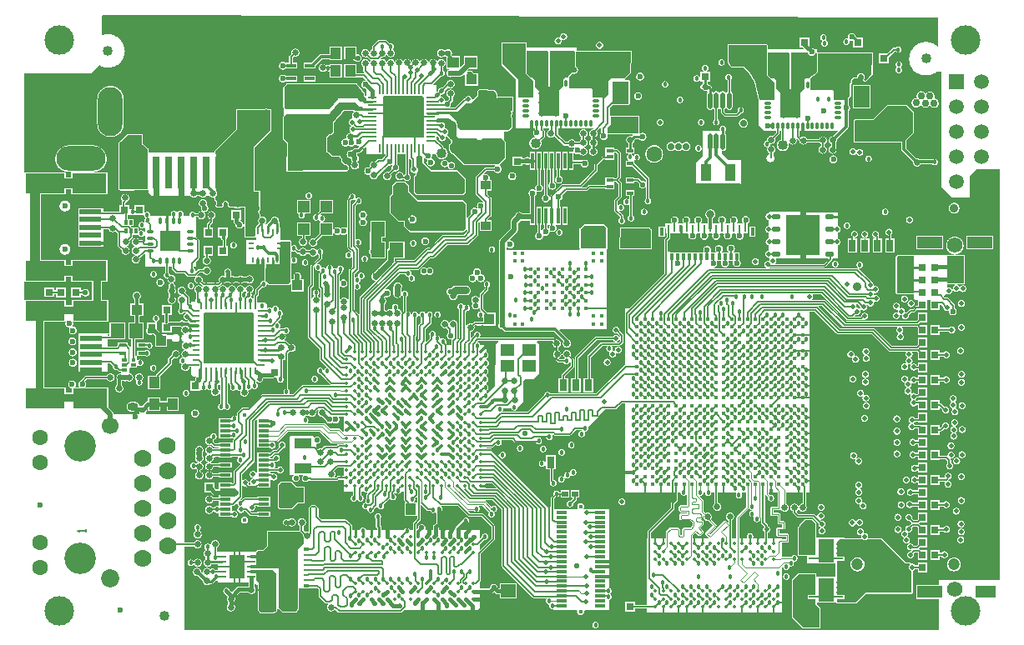
<source format=gtl>
G04 Layer_Physical_Order=1*
G04 Layer_Color=255*
%FSLAX43Y43*%
%MOMM*%
G71*
G01*
G75*
%ADD10R,0.700X0.400*%
%ADD11C,0.635*%
%ADD12R,0.800X0.800*%
%ADD13R,0.800X0.800*%
%ADD14R,1.397X1.549*%
%ADD15O,4.000X2.000*%
%ADD16R,1.016X0.406*%
%ADD17C,1.016*%
%ADD18R,1.092X1.143*%
%ADD19R,1.194X1.150*%
%ADD20R,2.500X1.000*%
%ADD21O,1.100X0.800*%
%ADD22R,1.000X1.600*%
%ADD23O,0.800X1.100*%
%ADD24R,1.092X1.041*%
%ADD25R,1.041X1.092*%
%ADD26R,1.346X1.524*%
%ADD27R,1.524X1.346*%
%ADD28C,0.350*%
%ADD29R,1.600X1.000*%
%ADD30R,1.800X1.000*%
%ADD31R,1.500X0.600*%
%ADD32R,0.600X0.800*%
%ADD33O,0.700X0.350*%
%ADD34O,0.350X0.700*%
%ADD35R,2.000X2.600*%
%ADD36R,0.760X1.250*%
%ADD37R,0.675X0.250*%
%ADD38R,1.650X2.380*%
%ADD39R,1.300X1.500*%
%ADD40R,1.100X0.300*%
%ADD41R,0.635X0.508*%
%ADD42R,3.500X2.000*%
%ADD43R,2.300X0.500*%
%ADD44R,4.000X2.000*%
%ADD45R,0.750X0.350*%
%ADD46C,0.450*%
%ADD47C,0.356*%
%ADD48R,3.000X2.000*%
%ADD49R,2.500X1.200*%
%ADD50R,2.159X1.200*%
%ADD51R,0.400X0.850*%
%ADD52R,0.300X0.650*%
%ADD53R,0.270X0.800*%
%ADD54R,0.310X0.230*%
%ADD55R,0.550X0.250*%
%ADD56R,0.250X0.550*%
%ADD57O,0.450X1.700*%
%ADD58R,1.000X1.200*%
%ADD59R,3.400X4.050*%
%ADD60O,0.950X0.500*%
%ADD61O,0.300X0.750*%
%ADD62O,0.750X0.300*%
%ADD63R,2.100X2.100*%
%ADD64O,0.250X0.700*%
%ADD65O,0.700X0.250*%
%ADD66R,0.300X1.650*%
%ADD67R,0.508X0.254*%
%ADD68R,0.508X0.406*%
%ADD69R,1.143X1.092*%
%ADD70R,1.000X1.200*%
%ADD71O,0.850X0.230*%
%ADD72O,0.230X0.850*%
%ADD73R,1.650X2.400*%
%ADD74R,1.016X0.889*%
%ADD75R,6.400X8.800*%
%ADD76R,0.800X3.250*%
%ADD77R,0.850X0.200*%
%ADD78R,0.200X0.850*%
%ADD79R,0.305X0.508*%
%ADD80R,0.508X0.305*%
%ADD81R,0.450X0.300*%
%ADD82C,0.400*%
%ADD83R,1.000X1.800*%
%ADD84R,1.397X1.143*%
%ADD85C,0.152*%
%ADD86C,0.127*%
%ADD87C,0.140*%
%ADD88C,0.300*%
%ADD89C,0.600*%
%ADD90C,0.200*%
%ADD91C,0.114*%
%ADD92C,0.203*%
%ADD93C,0.250*%
%ADD94C,0.800*%
%ADD95C,0.150*%
%ADD96C,0.254*%
%ADD97C,0.305*%
%ADD98C,0.400*%
%ADD99C,0.406*%
%ADD100C,0.508*%
%ADD101C,0.350*%
%ADD102C,0.432*%
%ADD103C,0.381*%
%ADD104C,0.550*%
%ADD105C,1.000*%
%ADD106C,0.500*%
%ADD107C,0.120*%
%ADD108C,0.125*%
%ADD109C,0.140*%
%ADD110C,0.750*%
%ADD111C,3.000*%
%ADD112C,0.600*%
%ADD113C,1.600*%
%ADD114C,1.575*%
%ADD115C,1.200*%
%ADD116C,0.889*%
%ADD117O,2.500X5.000*%
%ADD118O,5.000X2.500*%
%ADD119C,1.500*%
%ADD120R,1.500X1.500*%
%ADD121C,1.778*%
%ADD122C,1.850*%
%ADD123C,1.700*%
%ADD124C,1.600*%
%ADD125C,3.200*%
%ADD126C,0.457*%
%ADD127C,0.500*%
%ADD128C,0.508*%
%ADD129C,0.800*%
%ADD130C,0.550*%
%ADD131C,0.660*%
%ADD132C,0.900*%
%ADD133C,0.700*%
%ADD134C,0.711*%
%ADD135C,1.000*%
G36*
X105238Y137450D02*
X107350D01*
Y135638D01*
X105301D01*
Y135156D01*
X105248Y135103D01*
X104702Y135105D01*
Y135638D01*
X100498D01*
D01*
X100498D01*
X100484Y135652D01*
Y137450D01*
X100498D01*
Y137450D01*
X104702D01*
Y137949D01*
X105238D01*
Y137450D01*
D02*
G37*
G36*
X193206Y164331D02*
Y161383D01*
X193138Y161353D01*
X193072Y161414D01*
X192986Y161485D01*
X192895Y161550D01*
X192801Y161609D01*
X192702Y161661D01*
X192601Y161707D01*
X192497Y161747D01*
X192390Y161779D01*
X192281Y161804D01*
X192171Y161822D01*
X192061Y161833D01*
X191949Y161837D01*
X191838Y161833D01*
X191727Y161822D01*
X191617Y161804D01*
X191508Y161779D01*
X191402Y161747D01*
X191298Y161707D01*
X191196Y161661D01*
X191098Y161609D01*
X191003Y161550D01*
X190913Y161485D01*
X190827Y161414D01*
X190745Y161338D01*
X190669Y161257D01*
X190598Y161171D01*
X190533Y161080D01*
X190475Y160986D01*
X190422Y160887D01*
X190376Y160786D01*
X190337Y160682D01*
X190305Y160575D01*
X190279Y160466D01*
X190261Y160357D01*
X190250Y160246D01*
X190246Y160134D01*
X190250Y160023D01*
X190261Y159912D01*
X190279Y159802D01*
X190305Y159694D01*
X190337Y159587D01*
X190376Y159483D01*
X190422Y159381D01*
X190475Y159283D01*
X190533Y159188D01*
X190598Y159098D01*
X190669Y159012D01*
X190745Y158930D01*
X190827Y158854D01*
X190913Y158783D01*
X191003Y158719D01*
X191098Y158660D01*
X191196Y158607D01*
X191298Y158561D01*
X191402Y158522D01*
X191508Y158490D01*
X191617Y158464D01*
X191727Y158446D01*
X191838Y158435D01*
X191949Y158432D01*
X192061Y158435D01*
X192171Y158446D01*
X192281Y158464D01*
X192390Y158490D01*
X192497Y158522D01*
X192601Y158561D01*
X192702Y158607D01*
X192801Y158660D01*
X192895Y158719D01*
X192986Y158783D01*
X193072Y158854D01*
X193138Y158916D01*
X193206Y158886D01*
Y158778D01*
X193486D01*
Y147170D01*
X194642Y146014D01*
X196394D01*
Y148186D01*
X197093Y148885D01*
X199455Y148873D01*
Y107188D01*
X193218D01*
Y107178D01*
Y106652D01*
X190973D01*
Y105248D01*
X193218D01*
Y102123D01*
X116751D01*
Y110586D01*
X117680D01*
X117683Y110580D01*
X117713Y110534D01*
X117750Y110493D01*
X117791Y110457D01*
X117837Y110426D01*
X117886Y110402D01*
X117938Y110384D01*
X117992Y110374D01*
X118047Y110370D01*
X118101Y110374D01*
X118155Y110384D01*
X118207Y110402D01*
X118257Y110426D01*
X118302Y110457D01*
X118343Y110493D01*
X118380Y110534D01*
X118410Y110580D01*
X118435Y110629D01*
X118452Y110681D01*
X118463Y110735D01*
X118466Y110790D01*
X118463Y110845D01*
X118452Y110899D01*
X118435Y110951D01*
X118410Y111000D01*
X118380Y111046D01*
X118343Y111087D01*
X118302Y111123D01*
X118257Y111154D01*
X118207Y111178D01*
X118155Y111196D01*
X118101Y111207D01*
X118047Y111210D01*
X117992Y111207D01*
X117938Y111196D01*
X117886Y111178D01*
X117837Y111154D01*
X117791Y111123D01*
X117750Y111087D01*
X117713Y111046D01*
X117683Y111000D01*
X117680Y110994D01*
X116751D01*
Y124054D01*
X112832D01*
X112809Y124081D01*
X112790Y124122D01*
X112816Y124151D01*
X112845Y124195D01*
X112868Y124242D01*
X112885Y124292D01*
X112896Y124344D01*
X112899Y124396D01*
X112896Y124449D01*
X112888Y124487D01*
X112961Y124560D01*
X113030Y124531D01*
Y124343D01*
X114233D01*
Y124742D01*
X114930D01*
Y124343D01*
X116133D01*
Y125746D01*
X114930D01*
Y125347D01*
X114233D01*
Y125746D01*
X113030D01*
Y125347D01*
X113017D01*
X112970Y125343D01*
X112924Y125332D01*
X112880Y125314D01*
X112839Y125289D01*
X112803Y125258D01*
X112409Y124864D01*
X112150D01*
X112146Y124889D01*
X112130Y124944D01*
X112109Y124996D01*
X112081Y125045D01*
X112049Y125091D01*
X112011Y125133D01*
X111969Y125170D01*
X111923Y125203D01*
X111874Y125230D01*
X111822Y125252D01*
X111768Y125267D01*
X111712Y125277D01*
X111656Y125280D01*
X111356D01*
X111300Y125277D01*
X111244Y125267D01*
X111190Y125252D01*
X111138Y125230D01*
X111089Y125203D01*
X111043Y125170D01*
X111001Y125133D01*
X110963Y125091D01*
X110931Y125045D01*
X110903Y124996D01*
X110882Y124944D01*
X110866Y124889D01*
X110857Y124834D01*
X110854Y124778D01*
X110857Y124721D01*
X110866Y124666D01*
X110882Y124612D01*
X110903Y124560D01*
X110931Y124510D01*
X110963Y124464D01*
X111001Y124422D01*
X111043Y124385D01*
X111089Y124352D01*
X111138Y124325D01*
X111190Y124303D01*
X111244Y124288D01*
X111300Y124278D01*
X111356Y124275D01*
X111625D01*
X111629Y124274D01*
X111640Y124271D01*
X111675Y124263D01*
X111722Y124259D01*
X112119D01*
X112125Y124242D01*
X112148Y124195D01*
X112177Y124151D01*
X112203Y124122D01*
X112185Y124081D01*
X112161Y124054D01*
X109531D01*
X109522Y124096D01*
X109507Y124140D01*
X109487Y124181D01*
X109461Y124219D01*
X109431Y124254D01*
X109005Y124680D01*
Y126738D01*
X106747D01*
X106669Y126806D01*
X106698Y126850D01*
X106722Y126897D01*
X106739Y126947D01*
X106749Y126998D01*
X106752Y127051D01*
X106749Y127103D01*
X106739Y127155D01*
X106722Y127205D01*
X106698Y127252D01*
X106669Y127296D01*
X106634Y127335D01*
X106633Y127392D01*
X106826Y127586D01*
X108836D01*
X108858Y127542D01*
X108888Y127496D01*
X108924Y127455D01*
X108966Y127419D01*
X109011Y127388D01*
X109061Y127364D01*
X109113Y127346D01*
X109167Y127335D01*
X109221Y127332D01*
X109276Y127335D01*
X109330Y127346D01*
X109382Y127364D01*
X109431Y127388D01*
X109477Y127419D01*
X109518Y127455D01*
X109555Y127496D01*
X109585Y127542D01*
X109609Y127591D01*
X109627Y127643D01*
X109638Y127697D01*
X109641Y127752D01*
X109638Y127807D01*
X109627Y127860D01*
X109609Y127913D01*
X109585Y127962D01*
X109555Y128007D01*
X109518Y128049D01*
X109477Y128085D01*
X109431Y128116D01*
X109382Y128140D01*
X109330Y128157D01*
X109276Y128168D01*
X109221Y128172D01*
X109167Y128168D01*
X109113Y128157D01*
X109061Y128140D01*
X109011Y128116D01*
X108966Y128085D01*
X108924Y128049D01*
X108888Y128007D01*
X108858Y127962D01*
X108836Y127918D01*
X106758D01*
X106725Y127915D01*
X106694Y127905D01*
X106665Y127890D01*
X106654Y127880D01*
X106640Y127869D01*
X106640Y127869D01*
X106245Y127474D01*
X106225Y127449D01*
X106214Y127429D01*
X106196Y127423D01*
X106149Y127399D01*
X106105Y127370D01*
X106065Y127335D01*
X106031Y127296D01*
X106001Y127252D01*
X105978Y127205D01*
X105961Y127155D01*
X105951Y127103D01*
X105947Y127051D01*
X105951Y126998D01*
X105961Y126947D01*
X105978Y126897D01*
X106001Y126850D01*
X106031Y126806D01*
X105953Y126738D01*
X105718D01*
X105640Y126806D01*
X105670Y126850D01*
X105693Y126897D01*
X105710Y126947D01*
X105720Y126998D01*
X105724Y127051D01*
X105720Y127103D01*
X105710Y127155D01*
X105693Y127205D01*
X105670Y127252D01*
X105640Y127296D01*
X105606Y127335D01*
X105566Y127370D01*
X105522Y127399D01*
X105475Y127423D01*
X105425Y127440D01*
X105374Y127450D01*
X105321Y127453D01*
X105269Y127450D01*
X105217Y127440D01*
X105167Y127423D01*
X105120Y127399D01*
X105076Y127370D01*
X105037Y127335D01*
X105002Y127296D01*
X104973Y127252D01*
X104949Y127205D01*
X104932Y127155D01*
X104922Y127103D01*
X104919Y127051D01*
X104922Y126998D01*
X104932Y126947D01*
X104949Y126897D01*
X104973Y126850D01*
X105002Y126806D01*
X105037Y126766D01*
X105076Y126732D01*
X105120Y126702D01*
X105167Y126679D01*
X105217Y126662D01*
X105269Y126652D01*
X105301Y126650D01*
Y126220D01*
X104702D01*
Y126738D01*
X102474D01*
Y133434D01*
X104541D01*
X104651Y133380D01*
X104656Y133374D01*
X104640Y133327D01*
X104630Y133276D01*
X104627Y133223D01*
X104630Y133170D01*
X104640Y133119D01*
X104657Y133069D01*
X104680Y133022D01*
X104710Y132978D01*
X104744Y132938D01*
X104784Y132904D01*
X104828Y132874D01*
X104875Y132851D01*
X104925Y132834D01*
X104976Y132824D01*
X105029Y132821D01*
X105040Y132821D01*
X105078Y132756D01*
X105050Y132715D01*
X105027Y132668D01*
X105010Y132618D01*
X105000Y132567D01*
X104996Y132514D01*
X105000Y132462D01*
X105010Y132410D01*
X105027Y132360D01*
X105050Y132313D01*
X105080Y132269D01*
X105114Y132230D01*
X105154Y132195D01*
X105198Y132166D01*
X105245Y132142D01*
X105295Y132125D01*
X105346Y132115D01*
X105399Y132112D01*
X105451Y132115D01*
X105503Y132125D01*
X105553Y132142D01*
X105600Y132166D01*
X105644Y132195D01*
X105683Y132230D01*
X105718Y132269D01*
X105747Y132313D01*
X105771Y132360D01*
X105788Y132410D01*
X105798Y132462D01*
X105801Y132514D01*
X105798Y132567D01*
X105788Y132618D01*
X105771Y132668D01*
X105747Y132715D01*
X105718Y132759D01*
X105683Y132799D01*
X105644Y132833D01*
X105600Y132863D01*
X105553Y132886D01*
X105503Y132903D01*
X105451Y132913D01*
X105399Y132917D01*
X105388Y132916D01*
X105350Y132981D01*
X105378Y133022D01*
X105401Y133069D01*
X105418Y133119D01*
X105428Y133170D01*
X105431Y133223D01*
X105428Y133276D01*
X105418Y133327D01*
X105402Y133374D01*
X105407Y133380D01*
X105517Y133434D01*
X109005D01*
Y135638D01*
X108355D01*
Y137450D01*
X108941D01*
Y139654D01*
X105238D01*
Y139155D01*
X104702D01*
Y139654D01*
X102192D01*
Y146350D01*
X104702D01*
Y146849D01*
X105238D01*
Y146350D01*
X108941D01*
Y148554D01*
X107574D01*
X107570Y148628D01*
X107665Y148639D01*
X107760Y148656D01*
X107854Y148680D01*
X107946Y148710D01*
X108035Y148747D01*
X108121Y148790D01*
X108204Y148840D01*
X108284Y148895D01*
X108359Y148955D01*
X108429Y149021D01*
X108495Y149092D01*
X108556Y149167D01*
X108611Y149246D01*
X108660Y149329D01*
X108703Y149416D01*
X108740Y149505D01*
X108771Y149596D01*
X108795Y149690D01*
X108812Y149785D01*
X108822Y149881D01*
X108825Y149977D01*
X108822Y150074D01*
X108812Y150170D01*
X108795Y150265D01*
X108771Y150358D01*
X108740Y150450D01*
X108703Y150539D01*
X108660Y150626D01*
X108611Y150709D01*
X108556Y150788D01*
X108495Y150863D01*
X108429Y150934D01*
X108359Y151000D01*
X108284Y151060D01*
X108204Y151115D01*
X108121Y151164D01*
X108035Y151208D01*
X107946Y151245D01*
X107854Y151275D01*
X107760Y151299D01*
X107665Y151316D01*
X107569Y151326D01*
X107473Y151330D01*
X104973D01*
X104877Y151326D01*
X104781Y151316D01*
X104686Y151299D01*
X104592Y151275D01*
X104500Y151245D01*
X104411Y151208D01*
X104325Y151164D01*
X104242Y151115D01*
X104163Y151060D01*
X104087Y151000D01*
X104017Y150934D01*
X103951Y150863D01*
X103890Y150788D01*
X103835Y150709D01*
X103786Y150626D01*
X103743Y150539D01*
X103706Y150450D01*
X103675Y150358D01*
X103651Y150265D01*
X103634Y150170D01*
X103624Y150074D01*
X103621Y149977D01*
X103624Y149881D01*
X103634Y149785D01*
X103651Y149690D01*
X103675Y149596D01*
X103706Y149505D01*
X103743Y149416D01*
X103786Y149329D01*
X103835Y149246D01*
X103890Y149167D01*
X103951Y149092D01*
X104017Y149021D01*
X104087Y148955D01*
X104163Y148895D01*
X104242Y148840D01*
X104325Y148790D01*
X104411Y148747D01*
X104500Y148710D01*
X104592Y148680D01*
X104686Y148656D01*
X104781Y148639D01*
X104877Y148628D01*
X104973Y148625D01*
X105238D01*
Y148554D01*
X105238D01*
Y148055D01*
X104702D01*
Y148554D01*
X100498D01*
D01*
X100498D01*
X100484Y148568D01*
Y158619D01*
X100537Y158672D01*
X107266Y158651D01*
X108114Y159450D01*
X108115Y159450D01*
X108213Y159397D01*
X108314Y159351D01*
X108419Y159312D01*
X108525Y159280D01*
X108634Y159254D01*
X108744Y159236D01*
X108855Y159225D01*
X108966Y159221D01*
X109077Y159225D01*
X109188Y159236D01*
X109298Y159254D01*
X109407Y159280D01*
X109513Y159312D01*
X109618Y159351D01*
X109719Y159397D01*
X109817Y159450D01*
X109912Y159508D01*
X110003Y159573D01*
X110089Y159644D01*
X110170Y159720D01*
X110246Y159802D01*
X110317Y159888D01*
X110382Y159978D01*
X110441Y160073D01*
X110493Y160171D01*
X110539Y160273D01*
X110578Y160377D01*
X110611Y160484D01*
X110636Y160592D01*
X110654Y160702D01*
X110665Y160813D01*
X110669Y160924D01*
X110665Y161036D01*
X110654Y161146D01*
X110636Y161256D01*
X110611Y161365D01*
X110578Y161472D01*
X110539Y161576D01*
X110493Y161677D01*
X110441Y161776D01*
X110382Y161870D01*
X110317Y161961D01*
X110246Y162047D01*
X110170Y162128D01*
X110089Y162204D01*
X110003Y162275D01*
X109912Y162340D01*
X109817Y162399D01*
X109719Y162451D01*
X109618Y162497D01*
X109513Y162537D01*
X109407Y162569D01*
X109298Y162594D01*
X109188Y162612D01*
X109077Y162623D01*
X108966Y162627D01*
X108855Y162623D01*
X108744Y162612D01*
X108634Y162594D01*
X108525Y162569D01*
X108433Y162541D01*
X108373Y162586D01*
X108365Y164496D01*
X108418Y164549D01*
X193206Y164331D01*
D02*
G37*
%LPC*%
G36*
X103525Y136915D02*
X102522D01*
Y135912D01*
X103525D01*
Y136236D01*
X103716D01*
Y135886D01*
X104719D01*
Y136889D01*
X103716D01*
Y136591D01*
X103525D01*
Y136915D01*
D02*
G37*
G36*
X106219Y136889D02*
X105216D01*
Y135886D01*
X106219D01*
Y136185D01*
X106340D01*
X106353Y136158D01*
X106381Y136117D01*
X106413Y136080D01*
X106450Y136048D01*
X106491Y136020D01*
X106536Y135999D01*
X106582Y135983D01*
X106631Y135973D01*
X106680Y135970D01*
X106729Y135973D01*
X106778Y135983D01*
X106824Y135999D01*
X106869Y136020D01*
X106910Y136048D01*
X106947Y136080D01*
X106979Y136117D01*
X107007Y136158D01*
X107029Y136203D01*
X107045Y136250D01*
X107054Y136298D01*
X107057Y136347D01*
X107054Y136396D01*
X107045Y136445D01*
X107029Y136492D01*
X107007Y136536D01*
X106979Y136577D01*
X106947Y136614D01*
X106910Y136647D01*
X106869Y136674D01*
X106824Y136696D01*
X106778Y136712D01*
X106729Y136721D01*
X106680Y136725D01*
X106631Y136721D01*
X106582Y136712D01*
X106536Y136696D01*
X106491Y136674D01*
X106450Y136647D01*
X106413Y136614D01*
X106392Y136590D01*
X106219D01*
Y136889D01*
D02*
G37*
G36*
X111887Y136462D02*
X111832Y136459D01*
X111778Y136448D01*
X111726Y136430D01*
X111677Y136406D01*
X111631Y136376D01*
X111590Y136339D01*
X111554Y136298D01*
X111523Y136252D01*
X111499Y136203D01*
X111481Y136151D01*
X111471Y136097D01*
X111467Y136042D01*
X111471Y135988D01*
X111481Y135934D01*
X111499Y135882D01*
X111523Y135832D01*
X111554Y135787D01*
X111590Y135745D01*
X111631Y135709D01*
X111661Y135689D01*
X111662Y135308D01*
X111609Y135255D01*
X111251D01*
Y134010D01*
X111666D01*
X111668Y133416D01*
X111615Y133363D01*
X111008D01*
Y131610D01*
X111337D01*
Y129908D01*
X111241D01*
Y130683D01*
X111241Y130685D01*
X111244Y130717D01*
X111241Y130749D01*
X111232Y130780D01*
X111216Y130809D01*
X111196Y130834D01*
X110931Y131099D01*
Y131334D01*
X109978D01*
Y131003D01*
X109837Y130862D01*
X108955D01*
Y131599D01*
X109250D01*
X109283Y131602D01*
X109309Y131610D01*
X110708D01*
Y133363D01*
X109108D01*
Y131931D01*
X108955D01*
Y132184D01*
X108993Y132222D01*
X106001D01*
X105994Y128308D01*
X108966Y128346D01*
X108955Y128842D01*
Y129199D01*
X109199D01*
X109480Y128919D01*
X109475Y128904D01*
X109466Y128862D01*
X109463Y128819D01*
X109466Y128775D01*
X109475Y128733D01*
X109489Y128692D01*
X109508Y128653D01*
X109532Y128617D01*
X109560Y128585D01*
X109593Y128556D01*
X109629Y128532D01*
X109668Y128513D01*
X109709Y128499D01*
X109751Y128491D01*
X109794Y128488D01*
X109837Y128491D01*
X109880Y128499D01*
X109894Y128504D01*
X110019Y128379D01*
X110019Y128379D01*
X110044Y128359D01*
X110073Y128343D01*
X110104Y128334D01*
X110136Y128331D01*
X110136Y128331D01*
X110261D01*
Y128219D01*
X110261Y128219D01*
Y128219D01*
X110261Y128219D01*
D01*
D01*
X110237Y128172D01*
D01*
D01*
D01*
X110183Y128168D01*
X110129Y128157D01*
X110077Y128140D01*
X110027Y128116D01*
X109982Y128085D01*
X109940Y128049D01*
X109904Y128007D01*
X109874Y127962D01*
X109849Y127913D01*
X109832Y127860D01*
X109821Y127807D01*
X109817Y127752D01*
X109821Y127697D01*
X109832Y127643D01*
X109849Y127591D01*
X109858Y127574D01*
X109857Y127573D01*
X109852Y127562D01*
X109841Y127536D01*
X109832Y127497D01*
X109829Y127457D01*
Y126969D01*
X109812Y126954D01*
X109776Y126913D01*
X109745Y126867D01*
X109721Y126818D01*
X109703Y126766D01*
X109693Y126712D01*
X109689Y126657D01*
X109693Y126602D01*
X109703Y126548D01*
X109721Y126496D01*
X109745Y126447D01*
X109776Y126401D01*
X109812Y126360D01*
X109853Y126324D01*
X109899Y126293D01*
X109948Y126269D01*
X110000Y126251D01*
X110054Y126241D01*
X110109Y126237D01*
X110164Y126241D01*
X110218Y126251D01*
X110270Y126269D01*
X110319Y126293D01*
X110365Y126324D01*
X110406Y126360D01*
X110442Y126401D01*
X110473Y126447D01*
X110497Y126496D01*
X110515Y126548D01*
X110525Y126602D01*
X110529Y126657D01*
X110525Y126712D01*
X110515Y126766D01*
X110497Y126818D01*
X110473Y126867D01*
X110442Y126913D01*
X110406Y126954D01*
X110365Y126990D01*
X110338Y127008D01*
Y127345D01*
X110346Y127346D01*
X110398Y127364D01*
X110447Y127388D01*
X110493Y127419D01*
X110494Y127420D01*
X110519Y127403D01*
X110566Y127380D01*
X110616Y127363D01*
X110667Y127353D01*
X110720Y127349D01*
X110773Y127353D01*
X110824Y127363D01*
X110874Y127380D01*
X110891Y127388D01*
X110891Y127388D01*
X110940Y127364D01*
X110992Y127346D01*
X111046Y127335D01*
X111101Y127332D01*
X111156Y127335D01*
X111210Y127346D01*
X111262Y127364D01*
X111311Y127388D01*
X111357Y127419D01*
X111398Y127455D01*
X111434Y127496D01*
X111465Y127542D01*
X111489Y127591D01*
X111507Y127643D01*
X111517Y127697D01*
X111521Y127752D01*
X111517Y127807D01*
X111507Y127860D01*
X111489Y127913D01*
X111465Y127962D01*
X111434Y128007D01*
X111398Y128049D01*
X111357Y128085D01*
X111311Y128116D01*
X111262Y128140D01*
X111210Y128157D01*
X111156Y128168D01*
X111138Y128169D01*
Y128194D01*
X111138Y128194D01*
X111138Y128194D01*
Y128194D01*
Y128664D01*
X111214Y128740D01*
X111900D01*
Y128990D01*
X111970Y129016D01*
X111983Y129001D01*
X112016Y128973D01*
X112052Y128949D01*
X112091Y128929D01*
X112132Y128916D01*
X112174Y128907D01*
X112217Y128904D01*
X112260Y128907D01*
X112303Y128916D01*
X112344Y128929D01*
X112383Y128949D01*
X112419Y128973D01*
X112451Y129001D01*
X112480Y129034D01*
X112504Y129070D01*
X112523Y129109D01*
X112537Y129150D01*
X112545Y129192D01*
X112548Y129235D01*
X112545Y129278D01*
X112537Y129321D01*
X112523Y129362D01*
X112504Y129401D01*
X112480Y129437D01*
X112451Y129469D01*
X112419Y129498D01*
X112383Y129522D01*
X112344Y129541D01*
X112303Y129555D01*
X112260Y129563D01*
X112217Y129566D01*
X112174Y129563D01*
X112132Y129555D01*
X112091Y129541D01*
X112052Y129522D01*
X112016Y129498D01*
X111983Y129469D01*
X111970Y129454D01*
X111900Y129480D01*
Y129908D01*
X111692D01*
Y131610D01*
X112608D01*
Y133363D01*
X112173D01*
X112171Y133957D01*
X112224Y134010D01*
X112546D01*
Y135255D01*
X112167D01*
X112166Y135729D01*
X112184Y135745D01*
X112220Y135787D01*
X112251Y135832D01*
X112275Y135882D01*
X112293Y135934D01*
X112303Y135988D01*
X112307Y136042D01*
X112303Y136097D01*
X112293Y136151D01*
X112275Y136203D01*
X112251Y136252D01*
X112220Y136298D01*
X112184Y136339D01*
X112143Y136376D01*
X112097Y136406D01*
X112048Y136430D01*
X111996Y136448D01*
X111942Y136459D01*
X111887Y136462D01*
D02*
G37*
G36*
X195451Y130802D02*
X195405Y130799D01*
X195360Y130790D01*
X195316Y130776D01*
X195275Y130755D01*
X195256Y130742D01*
X195236Y130730D01*
X195202Y130699D01*
X195171Y130664D01*
X195159Y130645D01*
X195146Y130626D01*
X195125Y130585D01*
X195111Y130541D01*
X195102Y130496D01*
X195099Y130450D01*
X195102Y130404D01*
X195111Y130359D01*
X195125Y130315D01*
X195146Y130274D01*
X195159Y130255D01*
X195171Y130235D01*
X195202Y130201D01*
X195236Y130170D01*
X195256Y130158D01*
X195275Y130145D01*
X195316Y130124D01*
X195360Y130110D01*
X195405Y130101D01*
X195451Y130098D01*
X195497Y130101D01*
X195542Y130110D01*
X195586Y130124D01*
X195627Y130145D01*
X195646Y130158D01*
X195665Y130170D01*
X195700Y130201D01*
X195731Y130235D01*
X195743Y130255D01*
X195756Y130274D01*
X195777Y130315D01*
X195791Y130359D01*
X195800Y130404D01*
X195803Y130450D01*
X195800Y130496D01*
X195791Y130541D01*
X195777Y130585D01*
X195756Y130626D01*
X195743Y130645D01*
X195731Y130664D01*
X195700Y130699D01*
X195665Y130730D01*
X195646Y130742D01*
X195627Y130755D01*
X195586Y130776D01*
X195542Y130790D01*
X195497Y130799D01*
X195451Y130802D01*
D02*
G37*
G36*
X193377Y130562D02*
X192373D01*
Y129558D01*
X193377D01*
Y129881D01*
X193712D01*
X193724Y129865D01*
X193736Y129846D01*
X193767Y129811D01*
X193801Y129781D01*
X193821Y129768D01*
X193840Y129755D01*
X193881Y129735D01*
X193925Y129720D01*
X193970Y129711D01*
X194016Y129708D01*
X194062Y129711D01*
X194107Y129720D01*
X194151Y129735D01*
X194192Y129755D01*
X194211Y129768D01*
X194230Y129781D01*
X194265Y129811D01*
X194295Y129846D01*
X194308Y129865D01*
X194321Y129884D01*
X194341Y129925D01*
X194356Y129969D01*
X194365Y130014D01*
X194368Y130060D01*
X194365Y130106D01*
X194356Y130151D01*
X194341Y130195D01*
X194321Y130236D01*
X194308Y130255D01*
X194295Y130275D01*
X194265Y130309D01*
X194230Y130340D01*
X194211Y130352D01*
X194192Y130365D01*
X194151Y130386D01*
X194107Y130400D01*
X194062Y130409D01*
X194016Y130412D01*
X193970Y130409D01*
X193925Y130400D01*
X193881Y130386D01*
X193840Y130365D01*
X193821Y130352D01*
X193801Y130340D01*
X193767Y130309D01*
X193736Y130275D01*
X193724Y130255D01*
X193712Y130239D01*
X193377D01*
Y130241D01*
Y130562D01*
D02*
G37*
G36*
X112941Y130557D02*
X112898Y130554D01*
X112855Y130545D01*
X112814Y130532D01*
X112776Y130512D01*
X112740Y130488D01*
X112735Y130484D01*
X111928D01*
Y129931D01*
X112793D01*
X112814Y129920D01*
X112855Y129906D01*
X112898Y129898D01*
X112941Y129895D01*
X112984Y129898D01*
X113027Y129906D01*
X113068Y129920D01*
X113107Y129939D01*
X113143Y129963D01*
X113175Y129992D01*
X113204Y130024D01*
X113228Y130060D01*
X113247Y130099D01*
X113261Y130140D01*
X113269Y130183D01*
X113272Y130226D01*
X113269Y130269D01*
X113261Y130311D01*
X113247Y130352D01*
X113228Y130391D01*
X113204Y130427D01*
X113175Y130460D01*
X113143Y130488D01*
X113107Y130512D01*
X113068Y130532D01*
X113027Y130545D01*
X112984Y130554D01*
X112941Y130557D01*
D02*
G37*
G36*
X105386Y130694D02*
X105333Y130691D01*
X105282Y130681D01*
X105232Y130664D01*
X105185Y130640D01*
X105141Y130611D01*
X105101Y130576D01*
X105067Y130537D01*
X105037Y130493D01*
X105014Y130446D01*
X104997Y130396D01*
X104987Y130344D01*
X104984Y130292D01*
X104987Y130239D01*
X104997Y130188D01*
X105014Y130138D01*
X105037Y130091D01*
X105067Y130047D01*
X105101Y130007D01*
X105141Y129973D01*
X105185Y129943D01*
X105232Y129920D01*
X105282Y129903D01*
X105333Y129893D01*
X105386Y129889D01*
X105439Y129893D01*
X105490Y129903D01*
X105540Y129920D01*
X105587Y129943D01*
X105631Y129973D01*
X105671Y130007D01*
X105705Y130047D01*
X105735Y130091D01*
X105758Y130138D01*
X105775Y130188D01*
X105785Y130239D01*
X105788Y130292D01*
X105785Y130344D01*
X105775Y130396D01*
X105758Y130446D01*
X105735Y130493D01*
X105705Y130537D01*
X105671Y130576D01*
X105631Y130611D01*
X105587Y130640D01*
X105540Y130664D01*
X105490Y130681D01*
X105439Y130691D01*
X105386Y130694D01*
D02*
G37*
G36*
X112882Y131334D02*
X111928D01*
Y130781D01*
X112882D01*
Y130781D01*
X112887Y130781D01*
X112910Y130754D01*
X112943Y130725D01*
X112979Y130701D01*
X113018Y130682D01*
X113059Y130668D01*
X113101Y130660D01*
X113144Y130657D01*
X113187Y130660D01*
X113230Y130668D01*
X113271Y130682D01*
X113310Y130701D01*
X113346Y130725D01*
X113378Y130754D01*
X113407Y130786D01*
X113431Y130822D01*
X113450Y130861D01*
X113464Y130902D01*
X113472Y130945D01*
X113475Y130988D01*
X113472Y131031D01*
X113464Y131073D01*
X113450Y131114D01*
X113431Y131153D01*
X113407Y131189D01*
X113378Y131222D01*
X113346Y131250D01*
X113310Y131274D01*
X113271Y131294D01*
X113230Y131307D01*
X113187Y131316D01*
X113144Y131319D01*
X113101Y131316D01*
X113059Y131307D01*
X113018Y131294D01*
X112979Y131274D01*
X112948Y131254D01*
X112933Y131261D01*
X112882Y131320D01*
Y131334D01*
D02*
G37*
G36*
X193377Y133102D02*
X192373D01*
Y132098D01*
X193377D01*
Y132421D01*
X194251D01*
X194260Y132402D01*
X194273Y132382D01*
X194286Y132363D01*
X194316Y132329D01*
X194351Y132298D01*
X194370Y132285D01*
X194389Y132273D01*
X194431Y132252D01*
X194474Y132237D01*
X194519Y132228D01*
X194565Y132225D01*
X194611Y132228D01*
X194657Y132237D01*
X194700Y132252D01*
X194742Y132273D01*
X194761Y132285D01*
X194780Y132298D01*
X194815Y132329D01*
X194845Y132363D01*
X194858Y132382D01*
X194871Y132402D01*
X194891Y132443D01*
X194906Y132487D01*
X194915Y132532D01*
X194918Y132578D01*
X194915Y132624D01*
X194906Y132669D01*
X194891Y132713D01*
X194871Y132754D01*
X194858Y132773D01*
X194845Y132792D01*
X194815Y132827D01*
X194780Y132857D01*
X194761Y132870D01*
X194742Y132883D01*
X194700Y132903D01*
X194657Y132918D01*
X194611Y132927D01*
X194565Y132930D01*
X194519Y132927D01*
X194474Y132918D01*
X194431Y132903D01*
X194389Y132883D01*
X194370Y132870D01*
X194351Y132857D01*
X194316Y132827D01*
X194286Y132792D01*
X194279Y132781D01*
D01*
X194277Y132779D01*
X193377D01*
Y132781D01*
Y133102D01*
D02*
G37*
G36*
X195539Y133184D02*
X195493Y133181D01*
X195448Y133172D01*
X195404Y133157D01*
X195363Y133137D01*
X195344Y133124D01*
X195325Y133111D01*
X195290Y133081D01*
X195260Y133046D01*
X195247Y133027D01*
X195234Y133008D01*
X195214Y132967D01*
X195199Y132923D01*
X195190Y132878D01*
X195187Y132832D01*
X195190Y132786D01*
X195199Y132741D01*
X195214Y132697D01*
X195234Y132656D01*
X195247Y132636D01*
X195260Y132617D01*
X195290Y132583D01*
X195325Y132552D01*
X195344Y132539D01*
X195363Y132527D01*
X195404Y132506D01*
X195448Y132491D01*
X195493Y132482D01*
X195539Y132479D01*
X195585Y132482D01*
X195630Y132491D01*
X195674Y132506D01*
X195715Y132527D01*
X195735Y132539D01*
X195754Y132552D01*
X195788Y132583D01*
X195819Y132617D01*
X195832Y132636D01*
X195844Y132656D01*
X195865Y132697D01*
X195880Y132741D01*
X195889Y132786D01*
X195892Y132832D01*
X195889Y132878D01*
X195880Y132923D01*
X195865Y132967D01*
X195844Y133008D01*
X195832Y133027D01*
X195819Y133046D01*
X195788Y133081D01*
X195754Y133111D01*
X195735Y133124D01*
X195715Y133137D01*
X195674Y133157D01*
X195630Y133172D01*
X195585Y133181D01*
X195539Y133184D01*
D02*
G37*
G36*
X113843Y134062D02*
X113800Y134059D01*
X113757Y134051D01*
X113716Y134037D01*
X113677Y134018D01*
X113641Y133994D01*
X113609Y133965D01*
X113580Y133932D01*
X113556Y133896D01*
X113537Y133858D01*
X113523Y133817D01*
X113515Y133774D01*
X113512Y133731D01*
X113515Y133688D01*
X113523Y133645D01*
X113537Y133604D01*
X113556Y133566D01*
X113580Y133530D01*
X113609Y133497D01*
X113641Y133468D01*
X113677Y133444D01*
X113716Y133425D01*
X113757Y133411D01*
X113786Y133406D01*
X113779Y133331D01*
X112909D01*
Y132725D01*
X112885Y132688D01*
X112861Y132640D01*
X112844Y132591D01*
X112834Y132539D01*
X112831Y132486D01*
X112834Y132434D01*
X112844Y132382D01*
X112861Y132332D01*
X112885Y132285D01*
X112914Y132241D01*
X112949Y132202D01*
X112988Y132167D01*
X113032Y132138D01*
X113079Y132115D01*
X113129Y132098D01*
X113181Y132087D01*
X113233Y132084D01*
X113286Y132087D01*
X113337Y132098D01*
X113387Y132115D01*
X113434Y132138D01*
X113478Y132167D01*
X113494Y132181D01*
X113550D01*
X113716Y132015D01*
Y130860D01*
X114960D01*
Y131672D01*
X115423D01*
X115426Y131654D01*
X115444Y131602D01*
X115468Y131553D01*
X115499Y131507D01*
X115535Y131466D01*
X115576Y131429D01*
X115622Y131399D01*
X115671Y131374D01*
X115723Y131357D01*
X115777Y131346D01*
X115832Y131342D01*
X115887Y131346D01*
X115941Y131357D01*
X115993Y131374D01*
X116042Y131399D01*
X116088Y131429D01*
X116129Y131466D01*
X116165Y131507D01*
X116196Y131553D01*
X116220Y131602D01*
X116238Y131654D01*
X116248Y131708D01*
X116252Y131762D01*
X116248Y131817D01*
X116238Y131871D01*
X116220Y131923D01*
X116196Y131973D01*
X116165Y132018D01*
X116129Y132059D01*
X116088Y132096D01*
X116042Y132126D01*
X115993Y132151D01*
X115941Y132168D01*
X115887Y132179D01*
X115832Y132182D01*
X115777Y132179D01*
X115723Y132168D01*
X115671Y132151D01*
X115622Y132126D01*
X115576Y132096D01*
X115535Y132059D01*
X115508Y132029D01*
X114960D01*
Y132155D01*
X114440D01*
X113913Y132683D01*
Y133331D01*
X113907D01*
X113899Y133406D01*
X113928Y133411D01*
X113969Y133425D01*
X114008Y133444D01*
X114044Y133468D01*
X114077Y133497D01*
X114105Y133530D01*
X114129Y133566D01*
X114149Y133604D01*
X114162Y133645D01*
X114171Y133688D01*
X114174Y133731D01*
X114171Y133774D01*
X114162Y133817D01*
X114149Y133858D01*
X114129Y133896D01*
X114105Y133932D01*
X114077Y133965D01*
X114044Y133994D01*
X114008Y134018D01*
X113969Y134037D01*
X113928Y134051D01*
X113886Y134059D01*
X113843Y134062D01*
D02*
G37*
G36*
X105356Y131817D02*
X105303Y131813D01*
X105252Y131803D01*
X105202Y131786D01*
X105155Y131763D01*
X105111Y131733D01*
X105071Y131699D01*
X105037Y131659D01*
X105007Y131615D01*
X104984Y131568D01*
X104967Y131518D01*
X104957Y131467D01*
X104953Y131414D01*
X104957Y131362D01*
X104967Y131310D01*
X104984Y131260D01*
X105007Y131213D01*
X105037Y131169D01*
X105071Y131130D01*
X105111Y131095D01*
X105155Y131066D01*
X105202Y131042D01*
X105252Y131025D01*
X105303Y131015D01*
X105356Y131012D01*
X105408Y131015D01*
X105460Y131025D01*
X105510Y131042D01*
X105557Y131066D01*
X105601Y131095D01*
X105640Y131130D01*
X105675Y131169D01*
X105704Y131213D01*
X105728Y131260D01*
X105745Y131310D01*
X105755Y131362D01*
X105758Y131414D01*
X105755Y131467D01*
X105745Y131518D01*
X105728Y131568D01*
X105704Y131615D01*
X105675Y131659D01*
X105640Y131699D01*
X105601Y131733D01*
X105557Y131763D01*
X105510Y131786D01*
X105460Y131803D01*
X105408Y131813D01*
X105356Y131817D01*
D02*
G37*
G36*
X160515Y132902D02*
X160469Y132899D01*
X160424Y132890D01*
X160380Y132875D01*
X160339Y132855D01*
X160301Y132829D01*
X160266Y132799D01*
X160236Y132764D01*
X160210Y132726D01*
X160190Y132685D01*
X160175Y132641D01*
X160166Y132596D01*
X160163Y132550D01*
X160166Y132504D01*
X160175Y132459D01*
X160190Y132415D01*
X160210Y132374D01*
X160236Y132335D01*
X160266Y132301D01*
X160301Y132270D01*
X160339Y132245D01*
X160380Y132224D01*
X160424Y132210D01*
X160469Y132201D01*
X160515Y132198D01*
X160561Y132201D01*
X160607Y132210D01*
X160636Y132220D01*
X160934Y131922D01*
Y131450D01*
X160802Y131319D01*
X160619D01*
X160607Y131393D01*
X160625Y131399D01*
X160666Y131419D01*
X160704Y131445D01*
X160739Y131475D01*
X160769Y131510D01*
X160795Y131548D01*
X160815Y131590D01*
X160830Y131633D01*
X160839Y131678D01*
X160842Y131724D01*
X160839Y131770D01*
X160830Y131816D01*
X160815Y131859D01*
X160795Y131901D01*
X160769Y131939D01*
X160739Y131974D01*
X160704Y132004D01*
X160666Y132030D01*
X160625Y132050D01*
X160581Y132065D01*
X160536Y132074D01*
X160490Y132077D01*
X160444Y132074D01*
X160399Y132065D01*
X160355Y132050D01*
X160314Y132030D01*
X160275Y132004D01*
X160241Y131974D01*
X160210Y131939D01*
X160185Y131901D01*
X160180Y131890D01*
X158445D01*
X158445Y131890D01*
X158413Y131887D01*
X158382Y131878D01*
X158372Y131872D01*
X158353Y131862D01*
X158339Y131851D01*
X158328Y131842D01*
X158328Y131842D01*
X156359Y129873D01*
X156339Y129848D01*
X156323Y129819D01*
X156314Y129788D01*
X156311Y129756D01*
Y127688D01*
X155932D01*
Y126235D01*
X156895D01*
Y127688D01*
X156643D01*
Y129687D01*
X158514Y131559D01*
X160180D01*
X160185Y131548D01*
X160210Y131510D01*
X160241Y131475D01*
X160275Y131445D01*
X160314Y131419D01*
X160355Y131399D01*
X160373Y131393D01*
X160361Y131319D01*
X159042D01*
X159042Y131319D01*
X159010Y131316D01*
X158979Y131306D01*
X158950Y131291D01*
X158925Y131270D01*
X157629Y129975D01*
X157609Y129950D01*
X157593Y129921D01*
X157584Y129890D01*
X157581Y129857D01*
Y127688D01*
X157202D01*
Y126235D01*
X158165D01*
Y127688D01*
X157913D01*
Y129789D01*
X159111Y130987D01*
X159596D01*
X159622Y130917D01*
X159608Y130904D01*
X159580Y130872D01*
X159556Y130836D01*
X159536Y130797D01*
X159523Y130756D01*
X159514Y130713D01*
X159511Y130670D01*
X159514Y130627D01*
X159523Y130585D01*
X159536Y130544D01*
X159556Y130505D01*
X159580Y130469D01*
X159608Y130436D01*
X159641Y130408D01*
X159677Y130384D01*
X159716Y130365D01*
X159757Y130351D01*
X159799Y130342D01*
X159812Y130341D01*
X159846Y130282D01*
X159847Y130272D01*
X159832Y130228D01*
X159823Y130183D01*
X159820Y130137D01*
X159823Y130091D01*
X159832Y130046D01*
X159847Y130002D01*
X159867Y129961D01*
X159893Y129922D01*
X159923Y129888D01*
X159958Y129857D01*
X159996Y129832D01*
X160038Y129811D01*
X160081Y129797D01*
X160126Y129788D01*
X160172Y129785D01*
X160218Y129788D01*
X160264Y129797D01*
X160307Y129811D01*
X160349Y129832D01*
X160387Y129857D01*
X160422Y129888D01*
X160452Y129922D01*
X160478Y129961D01*
X160498Y130002D01*
X160513Y130046D01*
X160522Y130091D01*
X160525Y130137D01*
X160522Y130183D01*
X160522Y130183D01*
D01*
X160584Y130218D01*
X160627Y130203D01*
X160673Y130194D01*
X160719Y130191D01*
X160764Y130194D01*
X160810Y130203D01*
X160853Y130218D01*
X160895Y130238D01*
X160933Y130264D01*
X160968Y130294D01*
X160998Y130329D01*
X161024Y130367D01*
X161044Y130408D01*
X161059Y130452D01*
X161068Y130497D01*
X161071Y130543D01*
X161068Y130589D01*
X161059Y130635D01*
X161044Y130678D01*
X161024Y130719D01*
X160998Y130758D01*
X160968Y130792D01*
X160933Y130823D01*
X160895Y130848D01*
X160853Y130869D01*
X160810Y130884D01*
X160764Y130893D01*
X160719Y130896D01*
X160673Y130893D01*
X160627Y130884D01*
X160584Y130869D01*
X160542Y130848D01*
X160504Y130823D01*
X160469Y130792D01*
X160439Y130758D01*
X160413Y130719D01*
X160393Y130678D01*
X160378Y130635D01*
X160369Y130589D01*
X160366Y130543D01*
X160369Y130497D01*
Y130497D01*
X160307Y130462D01*
X160264Y130477D01*
X160218Y130486D01*
X160192Y130488D01*
X160150Y130550D01*
X160162Y130585D01*
X160170Y130627D01*
X160173Y130670D01*
X160170Y130713D01*
X160162Y130756D01*
X160148Y130797D01*
X160129Y130836D01*
X160105Y130872D01*
X160076Y130904D01*
X160062Y130917D01*
X160088Y130987D01*
X160871D01*
X160903Y130990D01*
X160934Y131000D01*
X160963Y131015D01*
X160988Y131036D01*
X161217Y131264D01*
X161237Y131289D01*
X161253Y131318D01*
X161262Y131349D01*
X161265Y131382D01*
Y131991D01*
X161262Y132023D01*
X161253Y132055D01*
X161237Y132083D01*
X161217Y132108D01*
X160857Y132468D01*
X160865Y132504D01*
X160868Y132550D01*
X160865Y132596D01*
X160856Y132641D01*
X160841Y132685D01*
X160820Y132726D01*
X160795Y132764D01*
X160764Y132799D01*
X160730Y132829D01*
X160691Y132855D01*
X160650Y132875D01*
X160607Y132890D01*
X160561Y132899D01*
X160515Y132902D01*
D02*
G37*
G36*
X127572Y117184D02*
X126568D01*
X126542Y117180D01*
X126534Y117177D01*
X126517Y117170D01*
X126496Y117154D01*
X126470Y117128D01*
X126229Y116887D01*
X126213Y116866D01*
X126203Y116841D01*
X126199Y116815D01*
Y114605D01*
X126203Y114578D01*
X126213Y114554D01*
X126229Y114532D01*
X126407Y114355D01*
X126428Y114338D01*
X126453Y114328D01*
X126479Y114325D01*
X127546D01*
X127573Y114328D01*
X127585Y114333D01*
X127597Y114338D01*
X127619Y114355D01*
X127657Y114393D01*
X128224Y114960D01*
X128934D01*
Y116688D01*
X128110D01*
X127644Y117154D01*
X127623Y117170D01*
X127598Y117180D01*
X127572Y117184D01*
D02*
G37*
G36*
X195575Y128402D02*
X195529Y128399D01*
X195484Y128390D01*
X195440Y128376D01*
X195399Y128355D01*
X195379Y128342D01*
X195360Y128330D01*
X195326Y128299D01*
X195295Y128264D01*
X195282Y128245D01*
X195270Y128226D01*
X195249Y128185D01*
X195234Y128141D01*
X195225Y128096D01*
X195222Y128050D01*
X195225Y128004D01*
X195234Y127959D01*
X195249Y127915D01*
X195270Y127874D01*
X195282Y127855D01*
X195295Y127835D01*
X195326Y127801D01*
X195360Y127770D01*
X195379Y127758D01*
X195399Y127745D01*
X195440Y127724D01*
X195484Y127710D01*
X195529Y127701D01*
X195575Y127698D01*
X195621Y127701D01*
X195666Y127710D01*
X195710Y127724D01*
X195751Y127745D01*
X195770Y127758D01*
X195789Y127770D01*
X195824Y127801D01*
X195854Y127835D01*
X195867Y127855D01*
X195880Y127874D01*
X195900Y127915D01*
X195915Y127959D01*
X195924Y128004D01*
X195927Y128050D01*
X195924Y128096D01*
X195915Y128141D01*
X195900Y128185D01*
X195880Y128226D01*
X195867Y128245D01*
X195854Y128264D01*
X195824Y128299D01*
X195789Y128330D01*
X195770Y128342D01*
X195751Y128355D01*
X195710Y128376D01*
X195666Y128390D01*
X195621Y128399D01*
X195575Y128402D01*
D02*
G37*
G36*
X192107Y128022D02*
X191103D01*
Y127699D01*
X191016D01*
X191008Y127710D01*
X190978Y127744D01*
X190943Y127775D01*
X190905Y127800D01*
X190863Y127821D01*
X190820Y127836D01*
X190775Y127845D01*
X190729Y127848D01*
X190683Y127845D01*
X190637Y127836D01*
X190594Y127821D01*
X190552Y127800D01*
X190514Y127775D01*
X190479Y127744D01*
X190449Y127710D01*
X190423Y127671D01*
X190403Y127630D01*
X190388Y127587D01*
X190379Y127541D01*
X190376Y127495D01*
X190379Y127449D01*
X190388Y127407D01*
X190325Y127366D01*
X190321Y127369D01*
X190279Y127389D01*
X190236Y127404D01*
X190190Y127413D01*
X190149Y127475D01*
X190155Y127493D01*
X190164Y127538D01*
X190167Y127584D01*
X190164Y127630D01*
X190155Y127675D01*
X190140Y127719D01*
X190119Y127760D01*
X190094Y127799D01*
X190063Y127833D01*
X190029Y127864D01*
X189990Y127889D01*
X189949Y127910D01*
X189905Y127925D01*
X189860Y127934D01*
X189814Y127937D01*
X189768Y127934D01*
X189723Y127925D01*
X189679Y127910D01*
X189638Y127889D01*
X189600Y127864D01*
X189565Y127833D01*
X189535Y127799D01*
X189509Y127760D01*
X189489Y127719D01*
X189474Y127675D01*
X189465Y127630D01*
X189462Y127584D01*
X189465Y127538D01*
X189474Y127493D01*
X189489Y127449D01*
X189509Y127408D01*
X189535Y127370D01*
X189565Y127335D01*
X189600Y127305D01*
X189638Y127279D01*
X189679Y127259D01*
X189723Y127244D01*
X189768Y127235D01*
X189810Y127172D01*
X189804Y127155D01*
X189795Y127109D01*
X189792Y127063D01*
X189795Y127018D01*
X189804Y126972D01*
X189819Y126929D01*
X189839Y126887D01*
X189865Y126849D01*
X189895Y126814D01*
X189930Y126784D01*
X189968Y126758D01*
X189970Y126758D01*
X189988Y126704D01*
Y126674D01*
X189956Y126657D01*
X189917Y126632D01*
X189883Y126601D01*
X189852Y126567D01*
X189827Y126528D01*
X189806Y126487D01*
X189791Y126443D01*
X189782Y126398D01*
X189779Y126352D01*
X189782Y126306D01*
X189791Y126261D01*
X189806Y126217D01*
X189827Y126176D01*
X189852Y126138D01*
X189883Y126103D01*
X189917Y126073D01*
X189956Y126047D01*
X189997Y126027D01*
X190040Y126012D01*
X190086Y126003D01*
X190132Y126000D01*
X190178Y126003D01*
X190223Y126012D01*
X190267Y126027D01*
X190308Y126047D01*
X190336Y126066D01*
X190389Y126013D01*
X190385Y126008D01*
X190365Y125966D01*
X190350Y125923D01*
X190341Y125878D01*
X190338Y125832D01*
X190341Y125786D01*
X190350Y125740D01*
X190365Y125697D01*
X190385Y125655D01*
X190411Y125617D01*
X190441Y125582D01*
X190476Y125552D01*
X190505Y125533D01*
Y125458D01*
X190476Y125438D01*
X190441Y125408D01*
X190411Y125373D01*
X190385Y125335D01*
X190365Y125293D01*
X190350Y125250D01*
X190341Y125204D01*
X190338Y125159D01*
X190341Y125113D01*
X190350Y125067D01*
X190365Y125024D01*
X190385Y124982D01*
X190411Y124944D01*
X190441Y124909D01*
X190476Y124879D01*
X190514Y124853D01*
X190556Y124833D01*
X190599Y124818D01*
X190645Y124809D01*
X190691Y124806D01*
X190736Y124809D01*
X190782Y124818D01*
X190825Y124833D01*
X190867Y124853D01*
X190905Y124879D01*
X190940Y124909D01*
X190970Y124944D01*
X190996Y124982D01*
X190997Y124984D01*
X191010Y124988D01*
X191023Y124993D01*
X191103D01*
Y124478D01*
X192107D01*
Y125482D01*
X191103D01*
Y125350D01*
X190986D01*
X190970Y125373D01*
X190940Y125408D01*
X190905Y125438D01*
X190876Y125458D01*
Y125533D01*
X190905Y125552D01*
X190940Y125582D01*
X190970Y125617D01*
X190996Y125655D01*
X191007Y125678D01*
X191110D01*
X191144Y125682D01*
X191161Y125687D01*
X191178Y125692D01*
X191209Y125708D01*
X191236Y125731D01*
X191254Y125748D01*
X192107D01*
Y126752D01*
X191103D01*
Y126103D01*
X191044Y126044D01*
X190969Y126047D01*
X190940Y126081D01*
X190905Y126111D01*
X190867Y126137D01*
X190825Y126157D01*
X190782Y126172D01*
X190736Y126181D01*
X190691Y126184D01*
X190645Y126181D01*
X190599Y126172D01*
X190556Y126157D01*
X190514Y126137D01*
X190487Y126118D01*
X190434Y126171D01*
X190437Y126176D01*
X190457Y126217D01*
X190472Y126261D01*
X190481Y126306D01*
X190484Y126352D01*
X190481Y126398D01*
X190472Y126443D01*
X190457Y126487D01*
X190437Y126528D01*
X190411Y126567D01*
X190381Y126601D01*
X190346Y126632D01*
X190308Y126657D01*
X190306Y126658D01*
X190288Y126712D01*
Y126742D01*
X190321Y126758D01*
X190359Y126784D01*
X190394Y126814D01*
X190424Y126849D01*
X190450Y126887D01*
X190470Y126929D01*
X190485Y126972D01*
X190494Y127018D01*
X190497Y127063D01*
X190494Y127109D01*
X190485Y127152D01*
X190548Y127193D01*
X190552Y127190D01*
X190594Y127170D01*
X190637Y127155D01*
X190683Y127146D01*
X190729Y127143D01*
X190775Y127146D01*
X190820Y127155D01*
X190863Y127170D01*
X190905Y127190D01*
X190943Y127216D01*
X190978Y127246D01*
X191008Y127281D01*
X191032Y127316D01*
X191054Y127309D01*
X191103Y127285D01*
Y127018D01*
X192107D01*
Y128022D01*
D02*
G37*
G36*
X185801Y128406D02*
X185755Y128403D01*
X185710Y128394D01*
X185666Y128380D01*
X185625Y128359D01*
X185587Y128334D01*
X185552Y128303D01*
X185521Y128269D01*
X185496Y128230D01*
X185475Y128189D01*
X185461Y128145D01*
X185452Y128100D01*
X185449Y128054D01*
X185452Y128008D01*
X185461Y127963D01*
X185475Y127919D01*
X185496Y127878D01*
X185521Y127840D01*
X185552Y127805D01*
X185587Y127775D01*
X185625Y127749D01*
X185666Y127729D01*
X185710Y127714D01*
X185755Y127705D01*
X185763Y127704D01*
Y127629D01*
X185755Y127629D01*
X185710Y127620D01*
X185666Y127605D01*
X185625Y127585D01*
X185587Y127559D01*
X185552Y127529D01*
X185521Y127494D01*
X185496Y127456D01*
X185475Y127414D01*
X185461Y127371D01*
X185452Y127325D01*
X185449Y127279D01*
X185452Y127233D01*
X185461Y127188D01*
X185475Y127145D01*
X185496Y127103D01*
X185521Y127065D01*
X185552Y127030D01*
X185587Y127000D01*
X185625Y126974D01*
X185666Y126954D01*
X185710Y126939D01*
X185755Y126930D01*
X185801Y126927D01*
X185847Y126930D01*
X185892Y126939D01*
X185936Y126954D01*
X185977Y126974D01*
X186016Y127000D01*
X186050Y127030D01*
X186081Y127065D01*
X186106Y127103D01*
X186127Y127145D01*
X186141Y127188D01*
X186150Y127233D01*
X186153Y127279D01*
X186150Y127325D01*
X186141Y127371D01*
X186127Y127414D01*
X186106Y127456D01*
X186081Y127494D01*
X186050Y127529D01*
X186016Y127559D01*
X185977Y127585D01*
X185936Y127605D01*
X185892Y127620D01*
X185847Y127629D01*
X185839Y127629D01*
Y127704D01*
X185847Y127705D01*
X185892Y127714D01*
X185936Y127729D01*
X185977Y127749D01*
X186016Y127775D01*
X186050Y127805D01*
X186081Y127840D01*
X186106Y127878D01*
X186127Y127919D01*
X186141Y127963D01*
X186150Y128008D01*
X186153Y128054D01*
X186150Y128100D01*
X186141Y128145D01*
X186127Y128189D01*
X186106Y128230D01*
X186081Y128269D01*
X186050Y128303D01*
X186016Y128334D01*
X185977Y128359D01*
X185936Y128380D01*
X185892Y128394D01*
X185847Y128403D01*
X185801Y128406D01*
D02*
G37*
G36*
X193377Y128022D02*
X192373D01*
Y127018D01*
X193377D01*
Y127341D01*
X193705D01*
X193714Y127328D01*
X193727Y127309D01*
X193757Y127274D01*
X193792Y127244D01*
X193811Y127231D01*
X193830Y127218D01*
X193872Y127198D01*
X193915Y127183D01*
X193961Y127174D01*
X194007Y127171D01*
X194053Y127174D01*
X194098Y127183D01*
X194141Y127198D01*
X194183Y127218D01*
X194202Y127231D01*
X194221Y127244D01*
X194256Y127274D01*
X194286Y127309D01*
X194299Y127328D01*
X194312Y127347D01*
X194332Y127388D01*
X194347Y127432D01*
X194356Y127477D01*
X194359Y127523D01*
X194356Y127569D01*
X194347Y127614D01*
X194332Y127658D01*
X194312Y127699D01*
X194299Y127719D01*
X194286Y127738D01*
X194256Y127772D01*
X194221Y127803D01*
X194202Y127816D01*
X194183Y127828D01*
X194141Y127849D01*
X194098Y127864D01*
X194053Y127873D01*
X194007Y127876D01*
X193961Y127873D01*
X193915Y127864D01*
X193872Y127849D01*
X193830Y127828D01*
X193811Y127816D01*
X193792Y127803D01*
X193757Y127772D01*
X193727Y127738D01*
X193714Y127719D01*
X193701Y127699D01*
X193701Y127699D01*
X193377D01*
Y127701D01*
Y128022D01*
D02*
G37*
G36*
X184518Y127937D02*
X184472Y127934D01*
X184427Y127925D01*
X184383Y127910D01*
X184342Y127889D01*
X184304Y127864D01*
X184269Y127833D01*
X184239Y127799D01*
X184213Y127760D01*
X184193Y127719D01*
X184178Y127675D01*
X184169Y127630D01*
X184166Y127584D01*
X184169Y127538D01*
X184178Y127493D01*
X184193Y127449D01*
X184213Y127408D01*
X184239Y127370D01*
X184269Y127335D01*
X184304Y127305D01*
X184342Y127279D01*
X184383Y127259D01*
X184427Y127244D01*
X184472Y127235D01*
X184518Y127232D01*
X184564Y127235D01*
X184609Y127244D01*
X184653Y127259D01*
X184694Y127279D01*
X184733Y127305D01*
X184767Y127335D01*
X184798Y127370D01*
X184823Y127408D01*
X184844Y127449D01*
X184859Y127493D01*
X184868Y127538D01*
X184871Y127584D01*
X184868Y127630D01*
X184859Y127675D01*
X184844Y127719D01*
X184823Y127760D01*
X184798Y127799D01*
X184767Y127833D01*
X184733Y127864D01*
X184694Y127889D01*
X184653Y127910D01*
X184609Y127925D01*
X184564Y127934D01*
X184518Y127937D01*
D02*
G37*
G36*
X184328Y130438D02*
X184282Y130435D01*
X184237Y130426D01*
X184193Y130412D01*
X184152Y130391D01*
X184113Y130366D01*
X184079Y130335D01*
X184048Y130301D01*
X184023Y130262D01*
X184002Y130221D01*
X183987Y130177D01*
X183978Y130132D01*
X183975Y130086D01*
X183978Y130040D01*
X183987Y129995D01*
X184002Y129951D01*
X184023Y129910D01*
X184048Y129872D01*
X184079Y129837D01*
X184113Y129807D01*
X184152Y129781D01*
X184193Y129761D01*
X184237Y129746D01*
X184282Y129737D01*
X184328Y129734D01*
X184374Y129737D01*
X184419Y129746D01*
X184426Y129748D01*
X184463Y129730D01*
X184493Y129700D01*
X184483Y129669D01*
X184474Y129624D01*
X184471Y129578D01*
X184474Y129532D01*
X184483Y129487D01*
X184498Y129443D01*
X184518Y129402D01*
X184544Y129364D01*
X184574Y129329D01*
X184609Y129299D01*
X184647Y129273D01*
X184688Y129253D01*
X184732Y129238D01*
X184777Y129229D01*
X184823Y129226D01*
X184869Y129229D01*
X184914Y129238D01*
X184958Y129253D01*
X184999Y129273D01*
X185038Y129299D01*
X185072Y129329D01*
X185103Y129364D01*
X185128Y129402D01*
X185149Y129443D01*
X185163Y129487D01*
X185172Y129532D01*
X185175Y129578D01*
X185172Y129624D01*
X185163Y129669D01*
X185149Y129713D01*
X185128Y129754D01*
X185103Y129793D01*
X185072Y129827D01*
X185038Y129858D01*
X184999Y129883D01*
X184958Y129904D01*
X184914Y129918D01*
X184869Y129927D01*
X184823Y129930D01*
X184777Y129927D01*
X184732Y129918D01*
X184725Y129916D01*
X184688Y129934D01*
X184658Y129964D01*
X184668Y129995D01*
X184677Y130040D01*
X184680Y130086D01*
X184677Y130132D01*
X184668Y130177D01*
X184653Y130221D01*
X184633Y130262D01*
X184607Y130301D01*
X184577Y130335D01*
X184542Y130366D01*
X184504Y130391D01*
X184463Y130412D01*
X184419Y130426D01*
X184374Y130435D01*
X184328Y130438D01*
D02*
G37*
G36*
X185852Y130743D02*
X185806Y130740D01*
X185761Y130731D01*
X185717Y130716D01*
X185676Y130696D01*
X185637Y130670D01*
X185603Y130640D01*
X185572Y130605D01*
X185547Y130567D01*
X185526Y130526D01*
X185511Y130482D01*
X185502Y130437D01*
X185499Y130391D01*
X185502Y130345D01*
X185511Y130300D01*
X185526Y130256D01*
X185547Y130215D01*
X185572Y130176D01*
X185603Y130142D01*
X185637Y130111D01*
X185676Y130086D01*
X185717Y130065D01*
X185719Y130065D01*
X185724Y129990D01*
X185714Y129985D01*
X185675Y129959D01*
X185641Y129929D01*
X185610Y129894D01*
X185585Y129856D01*
X185564Y129815D01*
X185550Y129771D01*
X185541Y129726D01*
X185538Y129680D01*
X185541Y129634D01*
X185550Y129589D01*
X185564Y129545D01*
X185585Y129504D01*
X185610Y129465D01*
X185641Y129431D01*
X185675Y129400D01*
X185714Y129375D01*
X185755Y129354D01*
X185799Y129339D01*
X185844Y129330D01*
X185890Y129327D01*
X185936Y129330D01*
X185981Y129339D01*
X186025Y129354D01*
X186066Y129375D01*
X186104Y129400D01*
X186139Y129431D01*
X186169Y129465D01*
X186195Y129504D01*
X186215Y129545D01*
X186230Y129589D01*
X186239Y129634D01*
X186242Y129680D01*
X186239Y129726D01*
X186230Y129771D01*
X186215Y129815D01*
X186195Y129856D01*
X186169Y129894D01*
X186139Y129929D01*
X186104Y129959D01*
X186066Y129985D01*
X186025Y130005D01*
X186023Y130006D01*
X186018Y130081D01*
X186028Y130086D01*
X186066Y130111D01*
X186101Y130142D01*
X186131Y130176D01*
X186157Y130215D01*
X186177Y130256D01*
X186192Y130300D01*
X186201Y130345D01*
X186204Y130391D01*
X186201Y130437D01*
X186192Y130482D01*
X186177Y130526D01*
X186157Y130567D01*
X186131Y130605D01*
X186101Y130640D01*
X186066Y130670D01*
X186028Y130696D01*
X185987Y130716D01*
X185943Y130731D01*
X185898Y130740D01*
X185852Y130743D01*
D02*
G37*
G36*
X115832Y130531D02*
X115777Y130528D01*
X115723Y130517D01*
X115671Y130500D01*
X115622Y130475D01*
X115576Y130445D01*
X115535Y130408D01*
X115499Y130367D01*
X115468Y130322D01*
X115444Y130272D01*
X115426Y130220D01*
X115416Y130166D01*
X115412Y130111D01*
X115416Y130057D01*
X115416Y130054D01*
X115122Y129759D01*
X115097Y129729D01*
X115078Y129694D01*
X115067Y129656D01*
X115063Y129616D01*
X115063Y129616D01*
Y129243D01*
X113865Y128045D01*
X113839Y128014D01*
X113821Y127979D01*
X113811Y127946D01*
X113030D01*
Y126543D01*
X114233D01*
Y127841D01*
X115408Y129016D01*
X115408Y129016D01*
X115434Y129046D01*
X115452Y129081D01*
X115464Y129119D01*
X115468Y129159D01*
X115468Y129159D01*
Y129532D01*
X115663Y129728D01*
X115671Y129723D01*
X115723Y129706D01*
X115777Y129695D01*
X115832Y129691D01*
X115887Y129695D01*
X115941Y129706D01*
X115993Y129723D01*
X116042Y129748D01*
X116088Y129778D01*
X116129Y129815D01*
X116165Y129856D01*
X116196Y129902D01*
X116220Y129951D01*
X116238Y130003D01*
X116248Y130057D01*
X116252Y130111D01*
X116248Y130166D01*
X116238Y130220D01*
X116220Y130272D01*
X116196Y130322D01*
X116165Y130367D01*
X116129Y130408D01*
X116088Y130445D01*
X116042Y130475D01*
X115993Y130500D01*
X115941Y130517D01*
X115887Y130528D01*
X115832Y130531D01*
D02*
G37*
G36*
X113551Y129033D02*
X113508Y129030D01*
X113465Y129021D01*
X113424Y129008D01*
X113385Y128988D01*
X113349Y128964D01*
X113317Y128936D01*
X113288Y128903D01*
X113264Y128867D01*
X113245Y128828D01*
X113231Y128787D01*
X113223Y128745D01*
X113220Y128702D01*
X113223Y128659D01*
X113231Y128616D01*
X113245Y128575D01*
X113264Y128536D01*
X113288Y128500D01*
X113317Y128468D01*
X113349Y128439D01*
X113385Y128415D01*
X113424Y128396D01*
X113465Y128382D01*
X113508Y128374D01*
X113551Y128371D01*
X113594Y128374D01*
X113636Y128382D01*
X113677Y128396D01*
X113716Y128415D01*
X113752Y128439D01*
X113785Y128468D01*
X113813Y128500D01*
X113837Y128536D01*
X113856Y128575D01*
X113870Y128616D01*
X113879Y128659D01*
X113882Y128702D01*
X113879Y128745D01*
X113870Y128787D01*
X113856Y128828D01*
X113837Y128867D01*
X113813Y128903D01*
X113785Y128936D01*
X113752Y128964D01*
X113716Y128988D01*
X113677Y129008D01*
X113636Y129021D01*
X113594Y129030D01*
X113551Y129033D01*
D02*
G37*
G36*
X105386Y129653D02*
X105333Y129649D01*
X105282Y129639D01*
X105232Y129622D01*
X105185Y129599D01*
X105141Y129570D01*
X105101Y129535D01*
X105067Y129495D01*
X105037Y129452D01*
X105014Y129404D01*
X104997Y129355D01*
X104987Y129303D01*
X104984Y129250D01*
X104987Y129198D01*
X104997Y129146D01*
X105014Y129096D01*
X105037Y129049D01*
X105067Y129005D01*
X105101Y128966D01*
X105141Y128931D01*
X105185Y128902D01*
X105232Y128879D01*
X105282Y128862D01*
X105333Y128851D01*
X105386Y128848D01*
X105439Y128851D01*
X105490Y128862D01*
X105540Y128879D01*
X105587Y128902D01*
X105631Y128931D01*
X105671Y128966D01*
X105705Y129005D01*
X105735Y129049D01*
X105758Y129096D01*
X105775Y129146D01*
X105785Y129198D01*
X105788Y129250D01*
X105785Y129303D01*
X105775Y129355D01*
X105758Y129404D01*
X105735Y129452D01*
X105705Y129495D01*
X105671Y129535D01*
X105631Y129570D01*
X105587Y129599D01*
X105540Y129622D01*
X105490Y129639D01*
X105439Y129649D01*
X105386Y129653D01*
D02*
G37*
G36*
X159614Y129651D02*
X159568Y129648D01*
X159522Y129639D01*
X159479Y129624D01*
X159437Y129604D01*
X159399Y129578D01*
X159364Y129548D01*
X159334Y129513D01*
X159308Y129475D01*
X159288Y129434D01*
X159273Y129390D01*
X159264Y129345D01*
X159261Y129299D01*
X159264Y129253D01*
X159273Y129208D01*
X159288Y129164D01*
X159308Y129123D01*
X159334Y129084D01*
X159364Y129050D01*
X159399Y129019D01*
X159437Y128994D01*
X159479Y128973D01*
X159522Y128958D01*
X159568Y128949D01*
X159614Y128946D01*
X159660Y128949D01*
X159705Y128958D01*
X159748Y128973D01*
X159790Y128994D01*
X159828Y129019D01*
X159863Y129050D01*
X159893Y129084D01*
X159919Y129123D01*
X159939Y129164D01*
X159954Y129208D01*
X159963Y129253D01*
X159966Y129299D01*
X159963Y129345D01*
X159954Y129390D01*
X159939Y129434D01*
X159919Y129475D01*
X159893Y129513D01*
X159863Y129548D01*
X159828Y129578D01*
X159790Y129604D01*
X159748Y129624D01*
X159705Y129639D01*
X159660Y129648D01*
X159614Y129651D01*
D02*
G37*
G36*
X192107Y114052D02*
X191103D01*
Y113301D01*
X191087Y113285D01*
X190688D01*
X190546Y113427D01*
X190548Y113434D01*
X190557Y113479D01*
X190560Y113525D01*
X190557Y113571D01*
X190548Y113617D01*
X190533Y113660D01*
X190513Y113701D01*
X190487Y113740D01*
X190457Y113774D01*
X190422Y113805D01*
X190384Y113830D01*
X190343Y113851D01*
X190299Y113866D01*
X190254Y113875D01*
X190208Y113878D01*
X190162Y113875D01*
X190117Y113866D01*
X190073Y113851D01*
X190032Y113830D01*
X189993Y113805D01*
X189959Y113774D01*
X189928Y113740D01*
X189903Y113701D01*
X189882Y113660D01*
X189868Y113617D01*
X189859Y113571D01*
X189856Y113525D01*
X189859Y113479D01*
X189868Y113434D01*
X189882Y113390D01*
X189903Y113349D01*
X189928Y113311D01*
X189959Y113276D01*
X189993Y113246D01*
X190032Y113220D01*
X190073Y113200D01*
X190117Y113185D01*
X190162Y113176D01*
X190208Y113173D01*
X190254Y113176D01*
X190286Y113182D01*
X190480Y112988D01*
X190476Y112913D01*
X190463Y112902D01*
X190260Y112700D01*
X190228Y112706D01*
X190182Y112709D01*
X190137Y112706D01*
X190091Y112697D01*
X190048Y112682D01*
X190006Y112662D01*
X189968Y112636D01*
X189933Y112606D01*
X189903Y112571D01*
X189877Y112533D01*
X189857Y112492D01*
X189842Y112448D01*
X189833Y112403D01*
X189830Y112357D01*
X189833Y112311D01*
X189842Y112266D01*
X189848Y112247D01*
X189812Y112200D01*
X189789Y112189D01*
X189743Y112186D01*
X189698Y112177D01*
X189654Y112162D01*
X189613Y112141D01*
X189574Y112116D01*
X189540Y112085D01*
X189509Y112051D01*
X189484Y112012D01*
X189463Y111971D01*
X189448Y111927D01*
X189439Y111882D01*
X189436Y111836D01*
X189439Y111790D01*
X189448Y111745D01*
X189463Y111701D01*
X189484Y111660D01*
X189509Y111622D01*
X189540Y111587D01*
X189574Y111557D01*
X189613Y111531D01*
X189654Y111511D01*
X189671Y111505D01*
X189690Y111433D01*
X189688Y111431D01*
X189663Y111393D01*
X189642Y111351D01*
X189628Y111308D01*
X189619Y111262D01*
X189616Y111216D01*
X189619Y111170D01*
X189628Y111125D01*
X189642Y111082D01*
X189663Y111040D01*
X189688Y111002D01*
X189719Y110967D01*
X189753Y110937D01*
X189792Y110911D01*
X189833Y110891D01*
X189877Y110876D01*
X189922Y110867D01*
X189968Y110864D01*
X190014Y110867D01*
X190059Y110876D01*
X190103Y110891D01*
X190144Y110911D01*
X190182Y110937D01*
X190217Y110967D01*
X190248Y111002D01*
X190273Y111040D01*
X190294Y111082D01*
X190308Y111125D01*
X190317Y111170D01*
X190320Y111216D01*
X190317Y111262D01*
X190308Y111308D01*
X190294Y111351D01*
X190273Y111393D01*
X190248Y111431D01*
X190217Y111466D01*
X190182Y111496D01*
X190144Y111522D01*
X190103Y111542D01*
X190086Y111548D01*
X190067Y111620D01*
X190068Y111622D01*
X190094Y111660D01*
X190114Y111701D01*
X190129Y111745D01*
X190138Y111790D01*
X190141Y111836D01*
X190138Y111882D01*
X190129Y111927D01*
X190123Y111946D01*
X190159Y111993D01*
X190182Y112005D01*
X190228Y112008D01*
X190274Y112017D01*
X190317Y112031D01*
X190359Y112052D01*
X190397Y112077D01*
X190432Y112108D01*
X190462Y112142D01*
X190488Y112181D01*
X190508Y112222D01*
X190523Y112266D01*
X190532Y112311D01*
X190535Y112357D01*
X190532Y112403D01*
X190523Y112448D01*
X190521Y112455D01*
X190663Y112597D01*
X191035D01*
X191103Y112529D01*
Y111778D01*
X192107D01*
Y112782D01*
X191356D01*
X191353Y112785D01*
X191260Y112958D01*
X191288Y112980D01*
X191356Y113048D01*
X192107D01*
Y114052D01*
D02*
G37*
G36*
X174652Y139864D02*
X174606Y139861D01*
X174561Y139852D01*
X174517Y139838D01*
X174476Y139817D01*
X174437Y139792D01*
X174403Y139761D01*
X174372Y139726D01*
X174347Y139688D01*
X174326Y139647D01*
X174311Y139603D01*
X174302Y139558D01*
X174299Y139512D01*
X174302Y139466D01*
X174311Y139421D01*
X174326Y139377D01*
X174347Y139336D01*
X174372Y139297D01*
X174403Y139263D01*
X174437Y139232D01*
X174476Y139207D01*
X174517Y139186D01*
X174561Y139172D01*
X174606Y139163D01*
X174652Y139160D01*
X174698Y139163D01*
X174743Y139172D01*
X174787Y139186D01*
X174828Y139207D01*
X174866Y139232D01*
X174901Y139263D01*
X174931Y139297D01*
X174957Y139336D01*
X174977Y139377D01*
X174992Y139421D01*
X175001Y139466D01*
X175004Y139512D01*
X175001Y139558D01*
X174992Y139603D01*
X174977Y139647D01*
X174957Y139688D01*
X174931Y139726D01*
X174901Y139761D01*
X174866Y139792D01*
X174828Y139817D01*
X174787Y139838D01*
X174743Y139852D01*
X174698Y139861D01*
X174652Y139864D01*
D02*
G37*
G36*
X141605Y138922D02*
X141556Y138918D01*
X141507Y138909D01*
X141461Y138893D01*
X141416Y138871D01*
X141375Y138844D01*
X141338Y138811D01*
X141288D01*
X141251Y138844D01*
X141210Y138871D01*
X141165Y138893D01*
X141118Y138909D01*
X141070Y138918D01*
X141021Y138922D01*
X140972Y138918D01*
X140923Y138909D01*
X140876Y138893D01*
X140832Y138871D01*
X140791Y138844D01*
X140754Y138811D01*
X140721Y138774D01*
X140694Y138733D01*
X140672Y138689D01*
X140656Y138642D01*
X140647Y138594D01*
X140643Y138544D01*
X140647Y138495D01*
X140656Y138447D01*
X140672Y138400D01*
X140694Y138356D01*
X140721Y138315D01*
X140754Y138277D01*
X140791Y138245D01*
X140832Y138217D01*
X140876Y138196D01*
X140923Y138180D01*
X140972Y138170D01*
X141021Y138167D01*
X141070Y138170D01*
X141118Y138180D01*
X141165Y138196D01*
X141210Y138217D01*
X141251Y138245D01*
X141288Y138277D01*
X141338D01*
X141375Y138245D01*
X141416Y138217D01*
X141461Y138196D01*
X141507Y138180D01*
X141556Y138170D01*
X141605Y138167D01*
X141654Y138170D01*
X141703Y138180D01*
X141749Y138196D01*
X141794Y138217D01*
X141835Y138245D01*
X141872Y138277D01*
X141904Y138315D01*
X141932Y138356D01*
X141954Y138400D01*
X141970Y138447D01*
X141979Y138495D01*
X141982Y138544D01*
X141979Y138594D01*
X141970Y138642D01*
X141954Y138689D01*
X141932Y138733D01*
X141904Y138774D01*
X141872Y138811D01*
X141835Y138844D01*
X141794Y138871D01*
X141749Y138893D01*
X141703Y138909D01*
X141654Y138918D01*
X141605Y138922D01*
D02*
G37*
G36*
X113589Y138558D02*
X113546Y138555D01*
X113503Y138546D01*
X113462Y138533D01*
X113423Y138513D01*
X113387Y138489D01*
X113355Y138461D01*
X113326Y138428D01*
X113302Y138392D01*
X113283Y138353D01*
X113269Y138312D01*
X113261Y138270D01*
X113258Y138227D01*
X113261Y138184D01*
X113269Y138141D01*
X113283Y138100D01*
X113302Y138061D01*
X113326Y138025D01*
X113355Y137993D01*
X113387Y137964D01*
X113423Y137940D01*
X113462Y137921D01*
X113503Y137907D01*
X113546Y137899D01*
X113589Y137896D01*
X113632Y137899D01*
X113674Y137907D01*
X113715Y137921D01*
X113754Y137940D01*
X113790Y137964D01*
X113823Y137993D01*
X113851Y138025D01*
X113875Y138061D01*
X113895Y138100D01*
X113908Y138141D01*
X113917Y138184D01*
X113920Y138227D01*
X113917Y138270D01*
X113908Y138312D01*
X113895Y138353D01*
X113875Y138392D01*
X113851Y138428D01*
X113823Y138461D01*
X113790Y138489D01*
X113754Y138513D01*
X113715Y138533D01*
X113674Y138546D01*
X113632Y138555D01*
X113589Y138558D01*
D02*
G37*
G36*
X146418Y138845D02*
X146366Y138842D01*
X146314Y138831D01*
X146264Y138815D01*
X146217Y138791D01*
X146173Y138762D01*
X146134Y138727D01*
X146099Y138688D01*
X146070Y138644D01*
X146046Y138597D01*
X146030Y138547D01*
X146019Y138495D01*
X146016Y138443D01*
X146019Y138390D01*
X146030Y138339D01*
X146045Y138293D01*
X145999Y138233D01*
X145961Y138236D01*
X145909Y138232D01*
X145857Y138222D01*
X145807Y138205D01*
X145760Y138182D01*
X145716Y138152D01*
X145677Y138118D01*
X145642Y138078D01*
X145613Y138034D01*
X145589Y137987D01*
X145572Y137937D01*
X145562Y137886D01*
X145559Y137833D01*
X145562Y137781D01*
X145572Y137729D01*
X145589Y137679D01*
X145613Y137632D01*
X145642Y137588D01*
X145677Y137549D01*
X145716Y137514D01*
X145760Y137485D01*
X145807Y137461D01*
X145857Y137444D01*
X145909Y137434D01*
X145961Y137431D01*
X146014Y137434D01*
X146065Y137444D01*
X146115Y137461D01*
X146162Y137485D01*
X146206Y137514D01*
X146246Y137549D01*
X146280Y137588D01*
X146310Y137632D01*
X146333Y137679D01*
X146343Y137708D01*
X146418D01*
X146427Y137679D01*
X146451Y137632D01*
X146480Y137588D01*
X146515Y137549D01*
X146554Y137514D01*
X146598Y137485D01*
X146645Y137461D01*
X146695Y137444D01*
X146747Y137434D01*
X146799Y137431D01*
X146852Y137434D01*
X146903Y137444D01*
X146953Y137461D01*
X147001Y137485D01*
X147044Y137514D01*
X147084Y137549D01*
X147119Y137588D01*
X147148Y137632D01*
X147171Y137679D01*
X147188Y137729D01*
X147198Y137781D01*
X147202Y137833D01*
X147198Y137886D01*
X147188Y137937D01*
X147171Y137987D01*
X147148Y138034D01*
X147119Y138078D01*
X147084Y138118D01*
X147044Y138152D01*
X147001Y138182D01*
X146953Y138205D01*
X146903Y138222D01*
X146852Y138232D01*
X146834Y138233D01*
X146792Y138296D01*
X146807Y138339D01*
X146817Y138390D01*
X146821Y138443D01*
X146817Y138495D01*
X146807Y138547D01*
X146790Y138597D01*
X146767Y138644D01*
X146738Y138688D01*
X146703Y138727D01*
X146663Y138762D01*
X146620Y138791D01*
X146572Y138815D01*
X146522Y138831D01*
X146471Y138842D01*
X146418Y138845D01*
D02*
G37*
G36*
X119640Y141141D02*
X118637D01*
Y140138D01*
X118808D01*
Y140009D01*
X118764Y139988D01*
X118718Y139957D01*
X118677Y139921D01*
X118640Y139879D01*
X118610Y139834D01*
X118586Y139785D01*
X118568Y139732D01*
X118557Y139679D01*
X118554Y139624D01*
X118557Y139569D01*
X118568Y139515D01*
X118586Y139463D01*
X118610Y139414D01*
X118640Y139368D01*
X118677Y139327D01*
X118718Y139291D01*
X118764Y139260D01*
X118813Y139236D01*
X118865Y139218D01*
X118919Y139207D01*
X118974Y139204D01*
X119028Y139207D01*
X119082Y139218D01*
X119134Y139236D01*
X119184Y139260D01*
X119229Y139291D01*
X119271Y139327D01*
X119307Y139368D01*
X119337Y139414D01*
X119362Y139463D01*
X119379Y139515D01*
X119390Y139569D01*
X119394Y139624D01*
X119390Y139679D01*
X119379Y139732D01*
X119362Y139785D01*
X119337Y139834D01*
X119307Y139879D01*
X119271Y139921D01*
X119229Y139957D01*
X119184Y139988D01*
X119140Y140009D01*
Y140138D01*
X119640D01*
Y141141D01*
D02*
G37*
G36*
X137113Y143675D02*
X135563D01*
Y142618D01*
X135560Y142602D01*
X135557Y142535D01*
Y140814D01*
X135550Y140808D01*
X135517Y140770D01*
X135490Y140729D01*
X135468Y140685D01*
X135452Y140638D01*
X135442Y140590D01*
X135439Y140541D01*
X135442Y140491D01*
X135452Y140443D01*
X135468Y140396D01*
X135490Y140352D01*
X135517Y140311D01*
X135550Y140274D01*
X135562Y140263D01*
Y139827D01*
X137163D01*
Y141580D01*
X136762D01*
Y141948D01*
X137113D01*
Y143675D01*
D02*
G37*
G36*
X121140Y142957D02*
X120137D01*
Y141954D01*
X120397D01*
X120398Y141943D01*
X120407Y141900D01*
X120420Y141859D01*
X120440Y141821D01*
X120464Y141785D01*
X120492Y141752D01*
X120525Y141723D01*
X120561Y141699D01*
X120586Y141687D01*
Y141141D01*
X120137D01*
Y140138D01*
X121140D01*
Y141141D01*
X120918D01*
Y141717D01*
X120928Y141723D01*
X120960Y141752D01*
X120989Y141785D01*
X121013Y141821D01*
X121032Y141859D01*
X121046Y141900D01*
X121054Y141943D01*
X121055Y141954D01*
X121140D01*
Y142957D01*
D02*
G37*
G36*
X135004Y140135D02*
X134961Y140132D01*
X134918Y140124D01*
X134877Y140110D01*
X134838Y140091D01*
X134802Y140067D01*
X134770Y140038D01*
X134741Y140006D01*
X134717Y139970D01*
X134698Y139931D01*
X134684Y139890D01*
X134676Y139847D01*
X134673Y139804D01*
X134676Y139761D01*
X134684Y139718D01*
X134698Y139677D01*
X134717Y139639D01*
X134741Y139603D01*
X134770Y139570D01*
X134802Y139542D01*
X134838Y139518D01*
X134877Y139498D01*
X134918Y139484D01*
X134961Y139476D01*
X135004Y139473D01*
X135047Y139476D01*
X135089Y139484D01*
X135130Y139498D01*
X135169Y139518D01*
X135205Y139542D01*
X135238Y139570D01*
X135266Y139603D01*
X135290Y139639D01*
X135310Y139677D01*
X135323Y139718D01*
X135332Y139761D01*
X135335Y139804D01*
X135332Y139847D01*
X135323Y139890D01*
X135310Y139931D01*
X135290Y139970D01*
X135266Y140006D01*
X135238Y140038D01*
X135205Y140067D01*
X135169Y140091D01*
X135130Y140110D01*
X135089Y140124D01*
X135047Y140132D01*
X135004Y140135D01*
D02*
G37*
G36*
X189103Y113903D02*
X189057Y113900D01*
X189012Y113891D01*
X188968Y113876D01*
X188927Y113856D01*
X188889Y113830D01*
X188854Y113800D01*
X188823Y113765D01*
X188798Y113727D01*
X188777Y113686D01*
X188763Y113642D01*
X188754Y113597D01*
X188751Y113551D01*
X188754Y113505D01*
X188763Y113460D01*
X188777Y113416D01*
X188798Y113375D01*
X188823Y113336D01*
X188854Y113302D01*
X188889Y113271D01*
X188927Y113246D01*
X188968Y113225D01*
X189012Y113210D01*
X189057Y113201D01*
X189103Y113198D01*
X189149Y113201D01*
X189194Y113210D01*
X189238Y113225D01*
X189279Y113246D01*
X189318Y113271D01*
X189352Y113302D01*
X189383Y113336D01*
X189408Y113375D01*
X189429Y113416D01*
X189443Y113460D01*
X189452Y113505D01*
X189455Y113551D01*
X189452Y113597D01*
X189443Y113642D01*
X189429Y113686D01*
X189408Y113727D01*
X189383Y113765D01*
X189352Y113800D01*
X189318Y113830D01*
X189279Y113856D01*
X189238Y113876D01*
X189194Y113891D01*
X189149Y113900D01*
X189103Y113903D01*
D02*
G37*
G36*
X185204Y113370D02*
X185158Y113367D01*
X185113Y113358D01*
X185069Y113343D01*
X185028Y113322D01*
X184990Y113297D01*
X184955Y113266D01*
X184925Y113232D01*
X184899Y113193D01*
X184879Y113152D01*
X184875Y113143D01*
X184800Y113138D01*
X184798Y113143D01*
X184772Y113181D01*
X184742Y113216D01*
X184707Y113246D01*
X184669Y113272D01*
X184628Y113292D01*
X184584Y113307D01*
X184539Y113316D01*
X184493Y113319D01*
X184447Y113316D01*
X184402Y113307D01*
X184358Y113292D01*
X184317Y113272D01*
X184278Y113246D01*
X184244Y113216D01*
X184213Y113181D01*
X184188Y113143D01*
X184167Y113101D01*
X184153Y113058D01*
X184144Y113012D01*
X184141Y112966D01*
X184144Y112921D01*
X184153Y112875D01*
X184167Y112832D01*
X184188Y112790D01*
X184213Y112752D01*
X184244Y112717D01*
X184278Y112687D01*
X184317Y112661D01*
X184358Y112641D01*
X184402Y112626D01*
X184447Y112617D01*
X184493Y112614D01*
X184539Y112617D01*
X184584Y112626D01*
X184628Y112641D01*
X184669Y112661D01*
X184707Y112687D01*
X184742Y112717D01*
X184772Y112752D01*
X184798Y112790D01*
X184818Y112832D01*
X184822Y112841D01*
X184897Y112846D01*
X184899Y112841D01*
X184925Y112803D01*
X184955Y112768D01*
X184990Y112738D01*
X185028Y112712D01*
X185069Y112692D01*
X185113Y112677D01*
X185158Y112668D01*
X185204Y112665D01*
X185250Y112668D01*
X185295Y112677D01*
X185339Y112692D01*
X185380Y112712D01*
X185419Y112738D01*
X185453Y112768D01*
X185484Y112803D01*
X185509Y112841D01*
X185530Y112882D01*
X185544Y112926D01*
X185553Y112971D01*
X185556Y113017D01*
X185553Y113063D01*
X185544Y113108D01*
X185530Y113152D01*
X185509Y113193D01*
X185484Y113232D01*
X185453Y113266D01*
X185419Y113297D01*
X185380Y113322D01*
X185339Y113343D01*
X185295Y113358D01*
X185250Y113367D01*
X185204Y113370D01*
D02*
G37*
G36*
X127612Y113452D02*
X127558Y113449D01*
X127504Y113438D01*
X127452Y113421D01*
X127402Y113396D01*
X127357Y113366D01*
X127315Y113329D01*
X127312Y113326D01*
X127178D01*
X127152Y113338D01*
X127111Y113352D01*
X127069Y113361D01*
X127025Y113363D01*
X126982Y113361D01*
X126940Y113352D01*
X126899Y113338D01*
X126860Y113319D01*
X126824Y113295D01*
X126791Y113266D01*
X126763Y113234D01*
X126739Y113198D01*
X126720Y113159D01*
X126713Y113140D01*
X126706Y113123D01*
X126695Y113078D01*
X126692Y113033D01*
X126695Y112987D01*
X126706Y112942D01*
X126713Y112925D01*
X126720Y112906D01*
X126739Y112867D01*
X126763Y112831D01*
X126791Y112799D01*
X126824Y112770D01*
X126860Y112746D01*
X126899Y112727D01*
X126940Y112713D01*
X126982Y112704D01*
X127025Y112702D01*
X127069Y112704D01*
X127111Y112713D01*
X127152Y112727D01*
X127178Y112740D01*
X127312D01*
X127315Y112736D01*
X127357Y112699D01*
X127402Y112669D01*
X127452Y112644D01*
X127504Y112627D01*
X127558Y112616D01*
X127612Y112613D01*
X127667Y112616D01*
X127721Y112627D01*
X127773Y112644D01*
X127822Y112669D01*
X127868Y112699D01*
X127909Y112736D01*
X127946Y112777D01*
X127976Y112823D01*
X128000Y112872D01*
X128018Y112924D01*
X128029Y112978D01*
X128032Y113033D01*
X128029Y113087D01*
X128018Y113141D01*
X128000Y113193D01*
X127976Y113243D01*
X127946Y113288D01*
X127909Y113329D01*
X127868Y113366D01*
X127822Y113396D01*
X127773Y113421D01*
X127721Y113438D01*
X127667Y113449D01*
X127612Y113452D01*
D02*
G37*
G36*
X189765Y136080D02*
X189719Y136077D01*
X189674Y136068D01*
X189630Y136053D01*
X189589Y136033D01*
X189550Y136007D01*
X189516Y135977D01*
X189485Y135942D01*
X189460Y135904D01*
X189439Y135862D01*
X189424Y135819D01*
X189415Y135773D01*
X189412Y135727D01*
X189415Y135681D01*
X189424Y135636D01*
X189439Y135593D01*
X189460Y135551D01*
X189485Y135513D01*
X189516Y135478D01*
X189550Y135448D01*
X189589Y135422D01*
X189630Y135402D01*
X189674Y135387D01*
X189719Y135378D01*
X189765Y135375D01*
X189811Y135378D01*
X189856Y135387D01*
X189900Y135402D01*
X189941Y135422D01*
X189979Y135448D01*
X190014Y135478D01*
X190044Y135513D01*
X190070Y135551D01*
X190090Y135593D01*
X190105Y135636D01*
X190114Y135681D01*
X190117Y135727D01*
X190114Y135773D01*
X190105Y135819D01*
X190090Y135862D01*
X190070Y135904D01*
X190044Y135942D01*
X190014Y135977D01*
X189979Y136007D01*
X189941Y136033D01*
X189900Y136053D01*
X189856Y136068D01*
X189811Y136077D01*
X189765Y136080D01*
D02*
G37*
G36*
X181305Y114906D02*
X181259Y114903D01*
X181214Y114894D01*
X181170Y114880D01*
X181129Y114859D01*
X181091Y114834D01*
X181056Y114803D01*
X181026Y114769D01*
X181000Y114730D01*
X180980Y114689D01*
X180965Y114645D01*
X180956Y114600D01*
X180953Y114554D01*
X180956Y114508D01*
X180965Y114463D01*
X180980Y114419D01*
X181000Y114378D01*
X181026Y114340D01*
X181056Y114305D01*
X181091Y114274D01*
X181129Y114249D01*
X181170Y114228D01*
X181214Y114214D01*
X181259Y114205D01*
X181305Y114202D01*
X181351Y114205D01*
X181396Y114214D01*
X181440Y114228D01*
X181481Y114249D01*
X181520Y114274D01*
X181554Y114305D01*
X181585Y114340D01*
X181610Y114378D01*
X181631Y114419D01*
X181646Y114463D01*
X181655Y114508D01*
X181658Y114554D01*
X181655Y114600D01*
X181646Y114645D01*
X181631Y114689D01*
X181610Y114730D01*
X181585Y114769D01*
X181554Y114803D01*
X181520Y114834D01*
X181481Y114859D01*
X181440Y114880D01*
X181396Y114894D01*
X181351Y114903D01*
X181305Y114906D01*
D02*
G37*
G36*
X195541Y135602D02*
X195495Y135599D01*
X195450Y135590D01*
X195406Y135576D01*
X195365Y135555D01*
X195326Y135530D01*
X195292Y135499D01*
X195261Y135464D01*
X195236Y135426D01*
X195215Y135385D01*
X195201Y135341D01*
X195192Y135296D01*
X195189Y135250D01*
X195192Y135204D01*
X195201Y135159D01*
X195215Y135115D01*
X195236Y135074D01*
X195261Y135035D01*
X195292Y135001D01*
X195326Y134970D01*
X195365Y134945D01*
X195406Y134924D01*
X195450Y134910D01*
X195495Y134901D01*
X195541Y134898D01*
X195587Y134901D01*
X195632Y134910D01*
X195676Y134924D01*
X195717Y134945D01*
X195755Y134970D01*
X195790Y135001D01*
X195821Y135035D01*
X195846Y135074D01*
X195867Y135115D01*
X195881Y135159D01*
X195890Y135204D01*
X195893Y135250D01*
X195890Y135296D01*
X195881Y135341D01*
X195867Y135385D01*
X195846Y135426D01*
X195821Y135464D01*
X195790Y135499D01*
X195755Y135530D01*
X195717Y135555D01*
X195676Y135576D01*
X195632Y135590D01*
X195587Y135599D01*
X195541Y135602D01*
D02*
G37*
G36*
X142405Y134456D02*
X142362Y134453D01*
X142319Y134444D01*
X142278Y134430D01*
X142240Y134411D01*
X142204Y134387D01*
X142171Y134359D01*
X142143Y134326D01*
X142119Y134290D01*
X142099Y134251D01*
X142085Y134210D01*
X142077Y134168D01*
X142074Y134125D01*
X142077Y134082D01*
X142085Y134039D01*
X142099Y133998D01*
X142119Y133959D01*
X142143Y133923D01*
X142171Y133891D01*
X142204Y133862D01*
X142240Y133838D01*
X142278Y133819D01*
X142319Y133805D01*
X142362Y133797D01*
X142405Y133794D01*
X142448Y133797D01*
X142491Y133805D01*
X142532Y133819D01*
X142571Y133838D01*
X142607Y133862D01*
X142639Y133891D01*
X142668Y133923D01*
X142692Y133959D01*
X142711Y133998D01*
X142725Y134039D01*
X142733Y134082D01*
X142736Y134125D01*
X142733Y134168D01*
X142725Y134210D01*
X142711Y134251D01*
X142692Y134290D01*
X142668Y134326D01*
X142639Y134359D01*
X142607Y134387D01*
X142571Y134411D01*
X142532Y134430D01*
X142491Y134444D01*
X142448Y134453D01*
X142405Y134456D01*
D02*
G37*
G36*
X190425Y135597D02*
X190379Y135594D01*
X190334Y135585D01*
X190290Y135570D01*
X190249Y135550D01*
X190211Y135524D01*
X190176Y135494D01*
X190146Y135459D01*
X190120Y135421D01*
X190100Y135380D01*
X190085Y135336D01*
X190076Y135291D01*
X190073Y135245D01*
X190076Y135199D01*
X190085Y135154D01*
X190100Y135110D01*
X190120Y135069D01*
X190146Y135030D01*
X190176Y134996D01*
X190211Y134965D01*
X190249Y134940D01*
X190290Y134919D01*
X190334Y134904D01*
X190379Y134895D01*
X190425Y134892D01*
X190471Y134895D01*
X190516Y134904D01*
X190560Y134919D01*
X190601Y134940D01*
X190640Y134965D01*
X190674Y134996D01*
X190705Y135030D01*
X190730Y135069D01*
X190751Y135110D01*
X190766Y135154D01*
X190775Y135199D01*
X190778Y135245D01*
X190775Y135291D01*
X190766Y135336D01*
X190751Y135380D01*
X190730Y135421D01*
X190705Y135459D01*
X190674Y135494D01*
X190640Y135524D01*
X190601Y135550D01*
X190560Y135570D01*
X190516Y135585D01*
X190471Y135594D01*
X190425Y135597D01*
D02*
G37*
G36*
X114275Y137791D02*
X114222Y137788D01*
X114170Y137777D01*
X114121Y137760D01*
X114073Y137737D01*
X114030Y137708D01*
X113990Y137673D01*
X113955Y137634D01*
X113926Y137590D01*
X113903Y137543D01*
X113886Y137493D01*
X113876Y137441D01*
X113872Y137389D01*
X113876Y137336D01*
X113886Y137284D01*
X113903Y137235D01*
X113926Y137187D01*
X113955Y137144D01*
X113990Y137104D01*
X114030Y137069D01*
X114073Y137040D01*
X114121Y137017D01*
X114170Y137000D01*
X114222Y136990D01*
X114275Y136986D01*
X114327Y136990D01*
X114379Y137000D01*
X114429Y137017D01*
X114476Y137040D01*
X114520Y137069D01*
X114559Y137104D01*
X114594Y137144D01*
X114623Y137187D01*
X114646Y137235D01*
X114663Y137284D01*
X114674Y137336D01*
X114677Y137389D01*
X114674Y137441D01*
X114663Y137493D01*
X114646Y137543D01*
X114623Y137590D01*
X114594Y137634D01*
X114559Y137673D01*
X114520Y137708D01*
X114476Y137737D01*
X114429Y137760D01*
X114379Y137777D01*
X114327Y137788D01*
X114275Y137791D01*
D02*
G37*
G36*
X195023Y114515D02*
X194977Y114512D01*
X194931Y114503D01*
X194888Y114488D01*
X194846Y114468D01*
X194827Y114455D01*
X194808Y114442D01*
X194773Y114412D01*
X194743Y114377D01*
X194730Y114358D01*
X194717Y114339D01*
X194697Y114298D01*
X194682Y114254D01*
X194673Y114209D01*
X194670Y114163D01*
X194673Y114117D01*
X194682Y114072D01*
X194697Y114028D01*
X194717Y113987D01*
X194730Y113967D01*
X194743Y113948D01*
X194773Y113914D01*
X194808Y113883D01*
X194827Y113870D01*
X194846Y113858D01*
X194888Y113837D01*
X194931Y113822D01*
X194977Y113813D01*
X195023Y113810D01*
X195069Y113813D01*
X195114Y113822D01*
X195157Y113837D01*
X195199Y113858D01*
X195218Y113870D01*
X195237Y113883D01*
X195272Y113914D01*
X195302Y113948D01*
X195315Y113967D01*
X195328Y113987D01*
X195348Y114028D01*
X195363Y114072D01*
X195372Y114117D01*
X195375Y114163D01*
X195372Y114209D01*
X195363Y114254D01*
X195348Y114298D01*
X195328Y114339D01*
X195315Y114358D01*
X195302Y114377D01*
X195272Y114412D01*
X195237Y114442D01*
X195218Y114455D01*
X195199Y114468D01*
X195157Y114488D01*
X195114Y114503D01*
X195069Y114512D01*
X195023Y114515D01*
D02*
G37*
G36*
X145263Y137091D02*
X144221D01*
X144165Y137088D01*
X144109Y137078D01*
X144067Y137066D01*
X144055Y137063D01*
X144034Y137054D01*
X144003Y137041D01*
X143988Y137033D01*
X143954Y137014D01*
X143927Y136995D01*
X143908Y136981D01*
X143887Y136963D01*
X143866Y136944D01*
X143746Y136824D01*
X143740Y136825D01*
X143691Y136829D01*
X143641Y136825D01*
X143593Y136816D01*
X143546Y136800D01*
X143502Y136778D01*
X143461Y136751D01*
X143424Y136718D01*
X143391Y136681D01*
X143364Y136640D01*
X143342Y136596D01*
X143326Y136549D01*
X143316Y136501D01*
X143313Y136451D01*
X143316Y136402D01*
X143326Y136354D01*
X143342Y136307D01*
X143364Y136263D01*
X143391Y136222D01*
X143424Y136184D01*
X143461Y136152D01*
X143502Y136124D01*
X143546Y136103D01*
X143565Y136096D01*
X143567Y136093D01*
X143600Y136047D01*
X143600Y136047D01*
X143598Y136017D01*
X143602Y135962D01*
X143612Y135908D01*
X143630Y135856D01*
X143654Y135807D01*
X143685Y135761D01*
X143721Y135720D01*
X143762Y135684D01*
X143808Y135653D01*
X143857Y135629D01*
X143909Y135611D01*
X143963Y135601D01*
X144018Y135597D01*
X144073Y135601D01*
X144127Y135611D01*
X144179Y135629D01*
X144228Y135653D01*
X144274Y135684D01*
X144315Y135720D01*
X144351Y135761D01*
X144382Y135807D01*
X144406Y135856D01*
X144424Y135908D01*
X144434Y135962D01*
X144438Y136017D01*
X144437Y136031D01*
X144488Y136086D01*
X145263D01*
X145319Y136089D01*
X145374Y136099D01*
X145429Y136114D01*
X145481Y136136D01*
X145530Y136163D01*
X145576Y136196D01*
X145618Y136233D01*
X145655Y136275D01*
X145688Y136321D01*
X145715Y136371D01*
X145737Y136423D01*
X145752Y136477D01*
X145762Y136532D01*
X145765Y136589D01*
X145762Y136645D01*
X145752Y136700D01*
X145737Y136754D01*
X145715Y136806D01*
X145688Y136856D01*
X145655Y136902D01*
X145618Y136944D01*
X145576Y136981D01*
X145530Y137014D01*
X145481Y137041D01*
X145429Y137063D01*
X145374Y137078D01*
X145319Y137088D01*
X145263Y137091D01*
D02*
G37*
G36*
X117386Y137389D02*
X117343Y137386D01*
X117300Y137378D01*
X117259Y137364D01*
X117221Y137345D01*
X117185Y137321D01*
X117152Y137292D01*
X117124Y137260D01*
X117100Y137224D01*
X117080Y137185D01*
X117066Y137144D01*
X117058Y137102D01*
X117055Y137058D01*
X117058Y137015D01*
X117066Y136973D01*
X117080Y136932D01*
X117100Y136893D01*
X117124Y136857D01*
X117152Y136824D01*
X117185Y136796D01*
X117221Y136772D01*
X117259Y136753D01*
X117300Y136739D01*
X117343Y136730D01*
X117386Y136727D01*
X117429Y136730D01*
X117472Y136739D01*
X117513Y136753D01*
X117552Y136772D01*
X117588Y136796D01*
X117620Y136824D01*
X117649Y136857D01*
X117673Y136893D01*
X117692Y136932D01*
X117706Y136973D01*
X117714Y137015D01*
X117717Y137058D01*
X117714Y137102D01*
X117706Y137144D01*
X117692Y137185D01*
X117673Y137224D01*
X117649Y137260D01*
X117620Y137292D01*
X117588Y137321D01*
X117552Y137345D01*
X117513Y137364D01*
X117472Y137378D01*
X117429Y137386D01*
X117386Y137389D01*
D02*
G37*
G36*
X112117Y128172D02*
X112062Y128168D01*
X112008Y128157D01*
X111956Y128140D01*
X111907Y128116D01*
X111861Y128085D01*
X111820Y128049D01*
X111784Y128007D01*
X111753Y127962D01*
X111729Y127913D01*
X111711Y127860D01*
X111701Y127807D01*
X111697Y127752D01*
X111701Y127697D01*
X111711Y127643D01*
X111729Y127591D01*
X111753Y127542D01*
X111784Y127496D01*
X111820Y127455D01*
X111846Y127432D01*
X111830Y127409D01*
X111811Y127370D01*
X111797Y127329D01*
X111789Y127287D01*
X111786Y127244D01*
X111789Y127201D01*
X111797Y127158D01*
X111811Y127117D01*
X111830Y127078D01*
X111854Y127042D01*
X111883Y127010D01*
X111916Y126981D01*
X111952Y126957D01*
X111990Y126938D01*
X112031Y126924D01*
X112074Y126916D01*
X112117Y126913D01*
X112160Y126916D01*
X112203Y126924D01*
X112244Y126938D01*
X112282Y126957D01*
X112318Y126981D01*
X112351Y127010D01*
X112380Y127042D01*
X112404Y127078D01*
X112423Y127117D01*
X112437Y127158D01*
X112445Y127201D01*
X112448Y127244D01*
X112445Y127287D01*
X112437Y127329D01*
X112423Y127370D01*
X112404Y127409D01*
X112388Y127432D01*
X112414Y127455D01*
X112450Y127496D01*
X112481Y127542D01*
X112505Y127591D01*
X112523Y127643D01*
X112533Y127697D01*
X112537Y127752D01*
X112533Y127807D01*
X112523Y127860D01*
X112505Y127913D01*
X112481Y127962D01*
X112450Y128007D01*
X112414Y128049D01*
X112373Y128085D01*
X112327Y128116D01*
X112278Y128140D01*
X112226Y128157D01*
X112172Y128168D01*
X112117Y128172D01*
D02*
G37*
G36*
X192107Y119132D02*
X191103D01*
Y118809D01*
X190975D01*
X190956Y118822D01*
X190914Y118842D01*
X190871Y118857D01*
X190825Y118866D01*
X190779Y118869D01*
X190733Y118866D01*
X190688Y118857D01*
X190645Y118842D01*
X190603Y118822D01*
X190565Y118796D01*
X190530Y118766D01*
X190500Y118731D01*
X190474Y118693D01*
X190454Y118651D01*
X190439Y118608D01*
X190430Y118562D01*
X190427Y118516D01*
X190430Y118470D01*
X190439Y118425D01*
X190454Y118382D01*
X190474Y118340D01*
X190500Y118302D01*
X190530Y118267D01*
X190565Y118237D01*
X190603Y118211D01*
X190645Y118191D01*
X190688Y118176D01*
X190733Y118167D01*
X190779Y118164D01*
X190825Y118167D01*
X190871Y118176D01*
X190914Y118191D01*
X190956Y118211D01*
X190994Y118237D01*
X191029Y118267D01*
X191033Y118273D01*
X191103Y118246D01*
Y118128D01*
X192107D01*
Y119132D01*
D02*
G37*
G36*
X184594Y120151D02*
X184549Y120148D01*
X184503Y120139D01*
X184460Y120125D01*
X184418Y120104D01*
X184380Y120079D01*
X184345Y120048D01*
X184315Y120014D01*
X184289Y119975D01*
X184269Y119934D01*
X184254Y119890D01*
X184245Y119845D01*
X184242Y119799D01*
X184245Y119753D01*
X184254Y119708D01*
X184269Y119664D01*
X184289Y119623D01*
X184315Y119585D01*
X184345Y119550D01*
X184380Y119520D01*
X184418Y119494D01*
X184460Y119474D01*
X184503Y119459D01*
X184549Y119450D01*
X184594Y119447D01*
X184640Y119450D01*
X184686Y119459D01*
X184729Y119474D01*
X184758Y119488D01*
X184807Y119431D01*
X184797Y119416D01*
X184777Y119375D01*
X184762Y119331D01*
X184753Y119286D01*
X184750Y119240D01*
X184753Y119194D01*
X184762Y119149D01*
X184777Y119105D01*
X184797Y119064D01*
X184823Y119026D01*
X184853Y118991D01*
X184888Y118961D01*
X184926Y118935D01*
X184968Y118915D01*
X185011Y118900D01*
X185057Y118891D01*
X185102Y118888D01*
X185148Y118891D01*
X185194Y118900D01*
X185237Y118915D01*
X185279Y118935D01*
X185317Y118961D01*
X185352Y118991D01*
X185382Y119026D01*
X185408Y119064D01*
X185428Y119105D01*
X185443Y119149D01*
X185452Y119194D01*
X185455Y119240D01*
X185452Y119286D01*
X185443Y119331D01*
X185428Y119375D01*
X185408Y119416D01*
X185382Y119455D01*
X185352Y119489D01*
X185317Y119520D01*
X185279Y119545D01*
X185237Y119566D01*
X185194Y119581D01*
X185148Y119590D01*
X185102Y119593D01*
X185057Y119590D01*
X185011Y119581D01*
X184968Y119566D01*
X184939Y119552D01*
X184890Y119608D01*
X184900Y119623D01*
X184920Y119664D01*
X184935Y119708D01*
X184944Y119753D01*
X184947Y119799D01*
X184944Y119845D01*
X184935Y119890D01*
X184920Y119934D01*
X184900Y119975D01*
X184874Y120014D01*
X184844Y120048D01*
X184809Y120079D01*
X184771Y120104D01*
X184729Y120125D01*
X184686Y120139D01*
X184640Y120148D01*
X184594Y120151D01*
D02*
G37*
G36*
X156146Y118441D02*
X156103Y118438D01*
X156061Y118430D01*
X156020Y118416D01*
X155981Y118397D01*
X155945Y118373D01*
X155913Y118344D01*
X155884Y118311D01*
X155860Y118275D01*
X155841Y118237D01*
X155827Y118196D01*
X155818Y118153D01*
X155816Y118110D01*
X155818Y118067D01*
X155818Y118067D01*
X155751Y118055D01*
X155715Y118079D01*
X155676Y118098D01*
X155635Y118112D01*
X155593Y118121D01*
X155550Y118123D01*
X155506Y118121D01*
X155464Y118112D01*
X155423Y118098D01*
X155384Y118079D01*
X155348Y118055D01*
X155316Y118026D01*
X155287Y117994D01*
X155263Y117958D01*
X155244Y117919D01*
X155230Y117878D01*
X155222Y117836D01*
X155219Y117793D01*
X155222Y117749D01*
X155230Y117707D01*
X155238Y117682D01*
X155176Y117641D01*
X155167Y117649D01*
X155131Y117673D01*
X155092Y117692D01*
X155051Y117706D01*
X155009Y117714D01*
X154965Y117717D01*
X154922Y117714D01*
X154880Y117706D01*
X154839Y117692D01*
X154800Y117673D01*
X154764Y117649D01*
X154731Y117620D01*
X154703Y117588D01*
X154679Y117552D01*
X154660Y117513D01*
X154646Y117472D01*
X154637Y117429D01*
X154634Y117386D01*
X154637Y117343D01*
X154646Y117300D01*
X154660Y117259D01*
X154679Y117221D01*
X154703Y117185D01*
X154731Y117152D01*
X154764Y117124D01*
X154800Y117100D01*
X154839Y117080D01*
X154880Y117066D01*
X154922Y117058D01*
X154965Y117055D01*
X155009Y117058D01*
X155051Y117066D01*
X155092Y117080D01*
X155131Y117100D01*
X155167Y117124D01*
X155199Y117152D01*
X155228Y117185D01*
X155252Y117221D01*
X155271Y117259D01*
X155285Y117300D01*
X155293Y117343D01*
X155296Y117386D01*
X155293Y117429D01*
X155285Y117472D01*
X155277Y117496D01*
X155339Y117538D01*
X155348Y117530D01*
X155384Y117506D01*
X155423Y117487D01*
X155464Y117473D01*
X155506Y117464D01*
X155550Y117462D01*
X155593Y117464D01*
X155635Y117473D01*
X155676Y117487D01*
X155715Y117506D01*
X155751Y117530D01*
X155784Y117559D01*
X155812Y117591D01*
X155836Y117627D01*
X155855Y117666D01*
X155869Y117707D01*
X155878Y117749D01*
X155881Y117793D01*
X155878Y117836D01*
X155878D01*
D01*
X155945Y117847D01*
X155981Y117823D01*
X156020Y117804D01*
X156061Y117790D01*
X156103Y117782D01*
X156146Y117779D01*
X156190Y117782D01*
X156232Y117790D01*
X156273Y117804D01*
X156312Y117823D01*
X156348Y117847D01*
X156380Y117876D01*
X156409Y117909D01*
X156433Y117945D01*
X156452Y117983D01*
X156466Y118024D01*
X156475Y118067D01*
X156477Y118110D01*
X156475Y118153D01*
X156466Y118196D01*
X156452Y118237D01*
X156433Y118275D01*
X156409Y118311D01*
X156380Y118344D01*
X156348Y118373D01*
X156312Y118397D01*
X156273Y118416D01*
X156232Y118430D01*
X156190Y118438D01*
X156146Y118441D01*
D02*
G37*
G36*
X192107Y117862D02*
X191103D01*
Y117631D01*
X191033Y117605D01*
X191029Y117610D01*
X190994Y117640D01*
X190956Y117666D01*
X190914Y117686D01*
X190871Y117701D01*
X190825Y117710D01*
X190779Y117713D01*
X190733Y117710D01*
X190688Y117701D01*
X190645Y117686D01*
X190603Y117666D01*
X190565Y117640D01*
X190530Y117610D01*
X190500Y117575D01*
X190474Y117537D01*
X190454Y117496D01*
X190439Y117452D01*
X190430Y117407D01*
X190427Y117361D01*
X190430Y117315D01*
X190439Y117270D01*
X190454Y117226D01*
X190474Y117185D01*
X190500Y117146D01*
X190530Y117112D01*
X190565Y117081D01*
X190603Y117056D01*
X190645Y117035D01*
X190688Y117020D01*
X190733Y117011D01*
X190779Y117008D01*
X190825Y117011D01*
X190871Y117020D01*
X190914Y117035D01*
X190956Y117056D01*
X190994Y117081D01*
X191029Y117112D01*
X191033Y117117D01*
X191103Y117090D01*
Y116858D01*
X192107D01*
Y117862D01*
D02*
G37*
G36*
X189421Y115160D02*
X189375Y115157D01*
X189329Y115148D01*
X189286Y115134D01*
X189244Y115113D01*
X189206Y115088D01*
X189171Y115057D01*
X189141Y115022D01*
X189115Y114984D01*
X189095Y114943D01*
X189080Y114899D01*
X189071Y114854D01*
X189068Y114808D01*
X189071Y114762D01*
X189080Y114717D01*
X189095Y114673D01*
X189115Y114632D01*
X189141Y114593D01*
X189171Y114559D01*
X189206Y114528D01*
X189244Y114503D01*
X189286Y114482D01*
X189329Y114468D01*
X189375Y114459D01*
X189421Y114456D01*
X189466Y114459D01*
X189512Y114468D01*
X189555Y114482D01*
X189597Y114503D01*
X189635Y114528D01*
X189670Y114559D01*
X189700Y114593D01*
X189726Y114632D01*
X189746Y114673D01*
X189761Y114717D01*
X189770Y114762D01*
X189773Y114808D01*
X189770Y114854D01*
X189761Y114899D01*
X189746Y114943D01*
X189726Y114984D01*
X189700Y115022D01*
X189670Y115057D01*
X189635Y115088D01*
X189597Y115113D01*
X189555Y115134D01*
X189512Y115148D01*
X189466Y115157D01*
X189421Y115160D01*
D02*
G37*
G36*
X195066Y119602D02*
X195020Y119599D01*
X194975Y119590D01*
X194931Y119575D01*
X194890Y119555D01*
X194871Y119542D01*
X194852Y119530D01*
X194817Y119499D01*
X194787Y119464D01*
X194774Y119445D01*
X194761Y119426D01*
X194741Y119385D01*
X194726Y119341D01*
X194717Y119296D01*
X194714Y119250D01*
X194717Y119204D01*
X194726Y119159D01*
X194741Y119115D01*
X194761Y119074D01*
X194774Y119055D01*
X194787Y119035D01*
X194817Y119001D01*
X194852Y118970D01*
X194871Y118958D01*
X194890Y118945D01*
X194931Y118924D01*
X194975Y118910D01*
X195020Y118901D01*
X195066Y118898D01*
X195112Y118901D01*
X195157Y118910D01*
X195201Y118924D01*
X195242Y118945D01*
X195262Y118958D01*
X195281Y118970D01*
X195315Y119001D01*
X195346Y119035D01*
X195359Y119055D01*
X195371Y119074D01*
X195392Y119115D01*
X195407Y119159D01*
X195416Y119204D01*
X195419Y119250D01*
X195416Y119296D01*
X195407Y119341D01*
X195392Y119385D01*
X195371Y119426D01*
X195359Y119445D01*
X195346Y119464D01*
X195315Y119499D01*
X195281Y119530D01*
X195262Y119542D01*
X195242Y119555D01*
X195201Y119575D01*
X195157Y119590D01*
X195112Y119599D01*
X195066Y119602D01*
D02*
G37*
G36*
X195607Y120256D02*
X195561Y120253D01*
X195516Y120244D01*
X195472Y120229D01*
X195431Y120208D01*
X195411Y120196D01*
X195392Y120183D01*
X195358Y120152D01*
X195327Y120118D01*
X195314Y120099D01*
X195302Y120079D01*
X195281Y120038D01*
X195266Y119994D01*
X195257Y119949D01*
X195254Y119903D01*
X195257Y119857D01*
X195266Y119812D01*
X195281Y119768D01*
X195302Y119727D01*
X195314Y119708D01*
X195327Y119689D01*
X195358Y119654D01*
X195392Y119624D01*
X195411Y119611D01*
X195431Y119598D01*
X195472Y119578D01*
X195516Y119563D01*
X195561Y119554D01*
X195607Y119551D01*
X195653Y119554D01*
X195698Y119563D01*
X195742Y119578D01*
X195783Y119598D01*
X195802Y119611D01*
X195821Y119624D01*
X195856Y119654D01*
X195886Y119689D01*
X195899Y119708D01*
X195912Y119727D01*
X195932Y119768D01*
X195947Y119812D01*
X195956Y119857D01*
X195959Y119903D01*
X195956Y119949D01*
X195947Y119994D01*
X195932Y120038D01*
X195912Y120079D01*
X195899Y120099D01*
X195886Y120118D01*
X195856Y120152D01*
X195821Y120183D01*
X195802Y120196D01*
X195783Y120208D01*
X195742Y120229D01*
X195698Y120244D01*
X195653Y120253D01*
X195607Y120256D01*
D02*
G37*
G36*
X189001Y120342D02*
X188955Y120339D01*
X188910Y120330D01*
X188867Y120315D01*
X188825Y120295D01*
X188787Y120269D01*
X188752Y120239D01*
X188722Y120204D01*
X188696Y120166D01*
X188676Y120124D01*
X188661Y120081D01*
X188652Y120036D01*
X188649Y119990D01*
X188652Y119944D01*
X188661Y119898D01*
X188676Y119855D01*
X188696Y119813D01*
X188722Y119775D01*
X188752Y119740D01*
X188787Y119710D01*
X188825Y119684D01*
X188867Y119664D01*
X188910Y119649D01*
X188955Y119640D01*
X189001Y119637D01*
X189047Y119640D01*
X189093Y119649D01*
X189136Y119664D01*
X189178Y119684D01*
X189216Y119710D01*
X189251Y119740D01*
X189281Y119775D01*
X189307Y119813D01*
X189327Y119855D01*
X189342Y119898D01*
X189351Y119944D01*
X189354Y119990D01*
X189351Y120036D01*
X189342Y120081D01*
X189327Y120124D01*
X189307Y120166D01*
X189281Y120204D01*
X189251Y120239D01*
X189216Y120269D01*
X189178Y120295D01*
X189136Y120315D01*
X189093Y120330D01*
X189047Y120339D01*
X189001Y120342D01*
D02*
G37*
G36*
X193377Y120402D02*
X192373D01*
Y119398D01*
X193377D01*
Y119445D01*
X193933D01*
X194133Y119245D01*
Y119027D01*
X194113Y119009D01*
X194083Y118975D01*
X194070Y118956D01*
X194057Y118936D01*
X194037Y118895D01*
X194022Y118851D01*
X194013Y118806D01*
X194010Y118760D01*
X194013Y118714D01*
X194022Y118669D01*
X194037Y118625D01*
X194057Y118584D01*
X194070Y118565D01*
X194083Y118546D01*
X194113Y118511D01*
X194148Y118481D01*
X194167Y118468D01*
X194186Y118455D01*
X194227Y118435D01*
X194271Y118420D01*
X194316Y118411D01*
X194362Y118408D01*
X194408Y118411D01*
X194453Y118420D01*
X194497Y118435D01*
X194538Y118455D01*
X194558Y118468D01*
X194577Y118481D01*
X194611Y118511D01*
X194642Y118546D01*
X194655Y118565D01*
X194667Y118584D01*
X194688Y118625D01*
X194703Y118669D01*
X194712Y118714D01*
X194715Y118760D01*
X194712Y118806D01*
X194703Y118851D01*
X194688Y118895D01*
X194667Y118936D01*
X194655Y118956D01*
X194642Y118975D01*
X194611Y119009D01*
X194577Y119040D01*
X194558Y119053D01*
X194538Y119065D01*
X194497Y119086D01*
X194490Y119088D01*
Y119319D01*
X194487Y119345D01*
X194484Y119362D01*
X194478Y119381D01*
X194476Y119387D01*
X194460Y119418D01*
X194447Y119434D01*
X194481Y119501D01*
X194489Y119500D01*
X194535Y119503D01*
X194580Y119512D01*
X194624Y119527D01*
X194665Y119547D01*
X194685Y119560D01*
X194704Y119573D01*
X194738Y119603D01*
X194769Y119638D01*
X194782Y119657D01*
X194794Y119676D01*
X194815Y119718D01*
X194830Y119761D01*
X194839Y119806D01*
X194842Y119852D01*
X194839Y119898D01*
X194830Y119944D01*
X194815Y119987D01*
X194794Y120029D01*
X194782Y120048D01*
X194769Y120067D01*
X194738Y120102D01*
X194704Y120132D01*
X194685Y120145D01*
X194665Y120158D01*
X194624Y120178D01*
X194580Y120193D01*
X194535Y120202D01*
X194489Y120205D01*
X194443Y120202D01*
X194398Y120193D01*
X194354Y120178D01*
X194313Y120158D01*
X194294Y120145D01*
X194275Y120132D01*
X194240Y120102D01*
X194210Y120067D01*
X194197Y120048D01*
X194184Y120029D01*
X194164Y119987D01*
X194149Y119944D01*
X194140Y119898D01*
X194137Y119852D01*
X194138Y119829D01*
X194075Y119789D01*
X194075Y119789D01*
X194058Y119794D01*
X194041Y119799D01*
X194007Y119802D01*
X193377D01*
Y119805D01*
Y120402D01*
D02*
G37*
G36*
X118224Y120791D02*
X118169Y120787D01*
X118116Y120776D01*
X118064Y120759D01*
X118014Y120734D01*
X117969Y120704D01*
X117927Y120668D01*
X117891Y120626D01*
X117861Y120581D01*
X117836Y120531D01*
X117819Y120479D01*
X117808Y120425D01*
X117804Y120371D01*
X117808Y120316D01*
X117819Y120262D01*
X117836Y120210D01*
X117859Y120164D01*
X117850Y120147D01*
X117834Y120100D01*
X117825Y120052D01*
X117821Y120002D01*
X117825Y119953D01*
X117834Y119905D01*
X117850Y119858D01*
X117872Y119814D01*
X117882Y119799D01*
X117861Y119768D01*
X117836Y119719D01*
X117819Y119666D01*
X117808Y119613D01*
X117804Y119558D01*
X117808Y119503D01*
X117819Y119449D01*
X117836Y119397D01*
X117861Y119348D01*
X117891Y119302D01*
X117927Y119261D01*
X117969Y119225D01*
X118014Y119194D01*
X118051Y119176D01*
Y119101D01*
X118014Y119083D01*
X117969Y119053D01*
X117927Y119017D01*
X117922Y119011D01*
X117847Y119006D01*
X117830Y119021D01*
X117794Y119045D01*
X117755Y119064D01*
X117714Y119078D01*
X117672Y119087D01*
X117628Y119090D01*
X117585Y119087D01*
X117543Y119078D01*
X117502Y119064D01*
X117463Y119045D01*
X117427Y119021D01*
X117394Y118993D01*
X117366Y118960D01*
X117342Y118924D01*
X117323Y118885D01*
X117309Y118844D01*
X117300Y118802D01*
X117297Y118759D01*
X117300Y118715D01*
X117309Y118673D01*
X117323Y118632D01*
X117342Y118593D01*
X117366Y118557D01*
X117394Y118525D01*
X117427Y118496D01*
X117463Y118472D01*
X117502Y118453D01*
X117543Y118439D01*
X117585Y118431D01*
X117628Y118428D01*
X117672Y118431D01*
X117714Y118439D01*
X117755Y118453D01*
X117794Y118472D01*
X117813Y118485D01*
X117887Y118470D01*
X117891Y118464D01*
X117927Y118423D01*
X117969Y118386D01*
X117989Y118373D01*
Y118139D01*
X117969Y118126D01*
X117927Y118089D01*
X117891Y118048D01*
X117861Y118003D01*
X117836Y117953D01*
X117819Y117901D01*
X117808Y117847D01*
X117804Y117793D01*
X117808Y117738D01*
X117819Y117684D01*
X117836Y117632D01*
X117861Y117582D01*
X117891Y117537D01*
X117927Y117496D01*
X117969Y117459D01*
X118014Y117429D01*
X118064Y117404D01*
X118116Y117387D01*
X118169Y117376D01*
X118224Y117372D01*
X118279Y117376D01*
X118333Y117387D01*
X118385Y117404D01*
X118434Y117429D01*
X118480Y117459D01*
X118521Y117496D01*
X118558Y117537D01*
X118588Y117582D01*
X118612Y117632D01*
X118630Y117684D01*
X118641Y117738D01*
X118644Y117793D01*
X118641Y117847D01*
X118630Y117901D01*
X118612Y117953D01*
X118588Y118003D01*
X118558Y118048D01*
X118521Y118089D01*
X118480Y118126D01*
X118434Y118156D01*
X118385Y118181D01*
X118333Y118198D01*
Y118314D01*
X118385Y118332D01*
X118434Y118356D01*
X118480Y118386D01*
X118521Y118423D01*
X118558Y118464D01*
X118588Y118510D01*
X118612Y118559D01*
X118630Y118611D01*
X118641Y118665D01*
X118644Y118720D01*
X118641Y118774D01*
X118630Y118828D01*
X118612Y118880D01*
X118588Y118930D01*
X118558Y118975D01*
X118521Y119017D01*
X118480Y119053D01*
X118434Y119083D01*
X118398Y119101D01*
Y119176D01*
X118434Y119194D01*
X118480Y119225D01*
X118521Y119261D01*
X118558Y119302D01*
X118588Y119348D01*
X118612Y119397D01*
X118630Y119449D01*
X118641Y119503D01*
X118644Y119558D01*
X118641Y119613D01*
X118630Y119666D01*
X118612Y119719D01*
X118588Y119768D01*
X118565Y119802D01*
Y119912D01*
X118573Y119953D01*
X118576Y120002D01*
X118573Y120052D01*
X118565Y120093D01*
Y120126D01*
X118588Y120161D01*
X118612Y120210D01*
X118630Y120262D01*
X118641Y120316D01*
X118644Y120371D01*
X118641Y120425D01*
X118630Y120479D01*
X118612Y120531D01*
X118588Y120581D01*
X118558Y120626D01*
X118521Y120668D01*
X118480Y120704D01*
X118434Y120734D01*
X118385Y120759D01*
X118333Y120776D01*
X118279Y120787D01*
X118224Y120791D01*
D02*
G37*
G36*
X154355Y119839D02*
X153392D01*
Y119077D01*
X153317Y119070D01*
X153317Y119072D01*
X153303Y119113D01*
X153283Y119152D01*
X153259Y119188D01*
X153231Y119220D01*
X153198Y119249D01*
X153162Y119273D01*
X153124Y119292D01*
X153083Y119306D01*
X153040Y119314D01*
X152997Y119317D01*
X152954Y119314D01*
X152911Y119306D01*
X152870Y119292D01*
X152831Y119273D01*
X152795Y119249D01*
X152763Y119220D01*
X152734Y119188D01*
X152710Y119152D01*
X152691Y119113D01*
X152677Y119072D01*
X152669Y119029D01*
X152666Y118986D01*
X152669Y118943D01*
X152677Y118901D01*
X152691Y118860D01*
X152710Y118821D01*
X152734Y118785D01*
X152763Y118752D01*
X152795Y118724D01*
X152831Y118700D01*
X152870Y118681D01*
X152911Y118667D01*
X152954Y118658D01*
X152997Y118655D01*
X153040Y118658D01*
X153083Y118667D01*
X153124Y118681D01*
X153162Y118700D01*
X153198Y118724D01*
X153231Y118752D01*
X153259Y118785D01*
X153283Y118821D01*
X153303Y118860D01*
X153317Y118901D01*
X153317Y118903D01*
X153392Y118895D01*
Y118385D01*
X153771D01*
Y117259D01*
X153774Y117227D01*
X153783Y117196D01*
X153799Y117167D01*
X153819Y117142D01*
X153830Y117131D01*
X153820Y117103D01*
X153812Y117061D01*
X153809Y117018D01*
X153812Y116975D01*
X153820Y116932D01*
X153834Y116891D01*
X153853Y116852D01*
X153877Y116816D01*
X153906Y116784D01*
X153938Y116755D01*
X153974Y116731D01*
X154013Y116712D01*
X154054Y116698D01*
X154097Y116690D01*
X154140Y116687D01*
X154183Y116690D01*
X154226Y116698D01*
X154267Y116712D01*
X154305Y116731D01*
X154341Y116755D01*
X154374Y116784D01*
X154402Y116816D01*
X154426Y116852D01*
X154446Y116891D01*
X154460Y116932D01*
X154468Y116975D01*
X154471Y117018D01*
X154468Y117061D01*
X154460Y117103D01*
X154446Y117144D01*
X154426Y117183D01*
X154402Y117219D01*
X154374Y117252D01*
X154341Y117280D01*
X154305Y117304D01*
X154267Y117324D01*
X154226Y117337D01*
X154183Y117346D01*
X154140Y117349D01*
X154103Y117384D01*
Y118385D01*
X154355D01*
Y119839D01*
D02*
G37*
G36*
X119240Y118213D02*
X119185Y118209D01*
X119132Y118198D01*
X119080Y118181D01*
X119030Y118156D01*
X118985Y118126D01*
X118943Y118089D01*
X118907Y118048D01*
X118877Y118003D01*
X118852Y117953D01*
X118835Y117901D01*
X118824Y117847D01*
X118820Y117793D01*
X118824Y117738D01*
X118835Y117684D01*
X118852Y117632D01*
X118877Y117582D01*
X118907Y117537D01*
X118943Y117496D01*
X118985Y117459D01*
X119030Y117429D01*
X119080Y117404D01*
X119132Y117387D01*
X119185Y117376D01*
X119240Y117372D01*
X119295Y117376D01*
X119349Y117387D01*
X119401Y117404D01*
X119450Y117429D01*
X119496Y117459D01*
X119537Y117496D01*
X119574Y117537D01*
X119604Y117582D01*
X119628Y117632D01*
X119640Y117665D01*
X120207D01*
Y117591D01*
X121511D01*
Y118094D01*
X120207D01*
Y118020D01*
X119592D01*
X119574Y118048D01*
X119537Y118089D01*
X119496Y118126D01*
X119450Y118156D01*
X119401Y118181D01*
X119349Y118198D01*
X119295Y118209D01*
X119240Y118213D01*
D02*
G37*
G36*
X161112Y115465D02*
X161066Y115462D01*
X161021Y115453D01*
X160977Y115438D01*
X160936Y115418D01*
X160898Y115392D01*
X160863Y115362D01*
X160833Y115327D01*
X160807Y115289D01*
X160787Y115248D01*
X160772Y115204D01*
X160763Y115159D01*
X160760Y115113D01*
X160763Y115067D01*
X160772Y115022D01*
X160787Y114978D01*
X160807Y114937D01*
X160833Y114898D01*
X160863Y114864D01*
X160898Y114833D01*
X160936Y114808D01*
X160977Y114787D01*
X161021Y114772D01*
X161066Y114763D01*
X161112Y114760D01*
X161158Y114763D01*
X161203Y114772D01*
X161247Y114787D01*
X161288Y114808D01*
X161327Y114833D01*
X161361Y114864D01*
X161392Y114898D01*
X161417Y114937D01*
X161438Y114978D01*
X161453Y115022D01*
X161462Y115067D01*
X161465Y115113D01*
X161462Y115159D01*
X161453Y115204D01*
X161438Y115248D01*
X161417Y115289D01*
X161392Y115327D01*
X161361Y115362D01*
X161327Y115392D01*
X161288Y115418D01*
X161247Y115438D01*
X161203Y115453D01*
X161158Y115462D01*
X161112Y115465D01*
D02*
G37*
G36*
X185128Y117154D02*
X185082Y117151D01*
X185037Y117142D01*
X184993Y117127D01*
X184952Y117107D01*
X184913Y117081D01*
X184879Y117051D01*
X184848Y117016D01*
X184823Y116978D01*
X184802Y116937D01*
X184788Y116893D01*
X184779Y116848D01*
X184776Y116802D01*
X184779Y116756D01*
X184788Y116711D01*
X184802Y116667D01*
X184823Y116626D01*
X184848Y116587D01*
X184879Y116553D01*
X184913Y116522D01*
X184952Y116497D01*
X184993Y116476D01*
X184995Y116476D01*
X185000Y116401D01*
X184964Y116383D01*
X184926Y116358D01*
X184891Y116327D01*
X184861Y116293D01*
X184835Y116254D01*
X184815Y116213D01*
X184800Y116169D01*
X184791Y116124D01*
X184788Y116078D01*
X184791Y116032D01*
X184800Y115987D01*
X184815Y115943D01*
X184835Y115902D01*
X184861Y115864D01*
X184891Y115829D01*
X184926Y115798D01*
X184964Y115773D01*
X185006Y115752D01*
X185049Y115738D01*
X185095Y115729D01*
X185141Y115726D01*
X185187Y115729D01*
X185232Y115738D01*
X185275Y115752D01*
X185317Y115773D01*
X185355Y115798D01*
X185390Y115829D01*
X185420Y115864D01*
X185446Y115902D01*
X185466Y115943D01*
X185481Y115987D01*
X185490Y116032D01*
X185493Y116078D01*
X185490Y116124D01*
X185481Y116169D01*
X185466Y116213D01*
X185446Y116254D01*
X185420Y116293D01*
X185390Y116327D01*
X185355Y116358D01*
X185317Y116383D01*
X185275Y116404D01*
X185273Y116404D01*
X185268Y116479D01*
X185304Y116497D01*
X185342Y116522D01*
X185377Y116553D01*
X185407Y116587D01*
X185433Y116626D01*
X185453Y116667D01*
X185468Y116711D01*
X185477Y116756D01*
X185480Y116802D01*
X185477Y116848D01*
X185468Y116893D01*
X185453Y116937D01*
X185433Y116978D01*
X185407Y117016D01*
X185377Y117051D01*
X185342Y117081D01*
X185304Y117107D01*
X185263Y117127D01*
X185219Y117142D01*
X185174Y117151D01*
X185128Y117154D01*
D02*
G37*
G36*
X156743Y116281D02*
X155905D01*
Y115570D01*
X156120D01*
Y115477D01*
X155869Y115225D01*
X155829Y115228D01*
X155786Y115225D01*
X155743Y115217D01*
X155702Y115203D01*
X155664Y115183D01*
X155628Y115159D01*
X155595Y115131D01*
X155566Y115098D01*
X155542Y115062D01*
X155523Y115024D01*
X155509Y114983D01*
X155501Y114940D01*
X155498Y114897D01*
X155501Y114854D01*
X155509Y114811D01*
X155523Y114770D01*
X155542Y114731D01*
X155566Y114695D01*
X155595Y114663D01*
X155628Y114634D01*
X155664Y114610D01*
X155702Y114591D01*
X155743Y114577D01*
X155786Y114569D01*
X155829Y114566D01*
X155872Y114569D01*
X155915Y114577D01*
X155956Y114591D01*
X155994Y114610D01*
X156030Y114634D01*
X156063Y114663D01*
X156092Y114695D01*
X156116Y114731D01*
X156135Y114770D01*
X156149Y114811D01*
X156157Y114854D01*
X156160Y114897D01*
X156157Y114936D01*
X156469Y115248D01*
X156494Y115279D01*
X156513Y115314D01*
X156525Y115352D01*
X156528Y115392D01*
Y115570D01*
X156743D01*
Y116281D01*
D02*
G37*
G36*
X192107Y115322D02*
X191103D01*
Y114999D01*
X190582D01*
X190577Y115010D01*
X190551Y115048D01*
X190521Y115083D01*
X190486Y115113D01*
X190448Y115139D01*
X190406Y115159D01*
X190363Y115174D01*
X190317Y115183D01*
X190271Y115186D01*
X190225Y115183D01*
X190180Y115174D01*
X190137Y115159D01*
X190095Y115139D01*
X190057Y115113D01*
X190022Y115083D01*
X189992Y115048D01*
X189966Y115010D01*
X189946Y114968D01*
X189931Y114925D01*
X189922Y114879D01*
X189919Y114833D01*
X189922Y114787D01*
X189931Y114742D01*
X189946Y114699D01*
X189966Y114657D01*
X189992Y114619D01*
X190022Y114584D01*
X190057Y114554D01*
X190095Y114528D01*
X190137Y114508D01*
X190180Y114493D01*
X190225Y114484D01*
X190271Y114481D01*
X190317Y114484D01*
X190363Y114493D01*
X190406Y114508D01*
X190448Y114528D01*
X190486Y114554D01*
X190521Y114584D01*
X190551Y114619D01*
X190566Y114641D01*
X191103D01*
Y114318D01*
X192107D01*
Y115322D01*
D02*
G37*
G36*
X195541Y115602D02*
X195495Y115599D01*
X195450Y115590D01*
X195406Y115576D01*
X195365Y115555D01*
X195346Y115542D01*
X195326Y115530D01*
X195292Y115499D01*
X195261Y115464D01*
X195249Y115445D01*
X195236Y115426D01*
X195215Y115385D01*
X195201Y115341D01*
X195192Y115296D01*
X195189Y115250D01*
X195192Y115204D01*
X195201Y115159D01*
X195215Y115115D01*
X195236Y115074D01*
X195249Y115055D01*
X195261Y115035D01*
X195292Y115001D01*
X195326Y114970D01*
X195346Y114958D01*
X195365Y114945D01*
X195406Y114924D01*
X195450Y114910D01*
X195495Y114901D01*
X195541Y114898D01*
X195587Y114901D01*
X195632Y114910D01*
X195676Y114924D01*
X195717Y114945D01*
X195736Y114958D01*
X195755Y114970D01*
X195790Y115001D01*
X195821Y115035D01*
X195833Y115055D01*
X195846Y115074D01*
X195867Y115115D01*
X195881Y115159D01*
X195890Y115204D01*
X195893Y115250D01*
X195890Y115296D01*
X195881Y115341D01*
X195867Y115385D01*
X195846Y115426D01*
X195833Y115445D01*
X195821Y115464D01*
X195790Y115499D01*
X195755Y115530D01*
X195736Y115542D01*
X195717Y115555D01*
X195676Y115576D01*
X195632Y115590D01*
X195587Y115599D01*
X195541Y115602D01*
D02*
G37*
G36*
X189408Y116494D02*
X189362Y116491D01*
X189317Y116482D01*
X189273Y116467D01*
X189232Y116447D01*
X189193Y116421D01*
X189159Y116391D01*
X189128Y116356D01*
X189103Y116318D01*
X189082Y116276D01*
X189067Y116233D01*
X189058Y116187D01*
X189055Y116142D01*
X189058Y116096D01*
X189067Y116050D01*
X189082Y116007D01*
X189103Y115965D01*
X189128Y115927D01*
X189159Y115892D01*
X189193Y115862D01*
X189232Y115836D01*
X189273Y115816D01*
X189317Y115801D01*
X189362Y115792D01*
X189408Y115789D01*
X189454Y115792D01*
X189499Y115801D01*
X189543Y115816D01*
X189584Y115836D01*
X189622Y115862D01*
X189657Y115892D01*
X189687Y115927D01*
X189713Y115965D01*
X189733Y116007D01*
X189748Y116050D01*
X189757Y116096D01*
X189760Y116142D01*
X189757Y116187D01*
X189748Y116233D01*
X189733Y116276D01*
X189713Y116318D01*
X189687Y116356D01*
X189657Y116391D01*
X189622Y116421D01*
X189584Y116447D01*
X189543Y116467D01*
X189499Y116482D01*
X189454Y116491D01*
X189408Y116494D01*
D02*
G37*
G36*
X195541Y118002D02*
X195495Y117999D01*
X195450Y117990D01*
X195406Y117976D01*
X195365Y117955D01*
X195346Y117942D01*
X195326Y117930D01*
X195292Y117899D01*
X195261Y117864D01*
X195249Y117845D01*
X195236Y117826D01*
X195215Y117785D01*
X195201Y117741D01*
X195192Y117696D01*
X195189Y117650D01*
X195192Y117604D01*
X195201Y117559D01*
X195215Y117515D01*
X195236Y117474D01*
X195249Y117455D01*
X195261Y117435D01*
X195292Y117401D01*
X195326Y117370D01*
X195346Y117358D01*
X195365Y117345D01*
X195406Y117324D01*
X195450Y117310D01*
X195495Y117301D01*
X195541Y117298D01*
X195587Y117301D01*
X195632Y117310D01*
X195676Y117324D01*
X195717Y117345D01*
X195736Y117358D01*
X195755Y117370D01*
X195790Y117401D01*
X195820Y117435D01*
X195833Y117455D01*
X195846Y117474D01*
X195867Y117515D01*
X195881Y117559D01*
X195890Y117604D01*
X195893Y117650D01*
X195890Y117696D01*
X195881Y117741D01*
X195867Y117785D01*
X195846Y117826D01*
X195833Y117845D01*
X195820Y117864D01*
X195790Y117899D01*
X195755Y117930D01*
X195736Y117942D01*
X195717Y117955D01*
X195676Y117976D01*
X195632Y117990D01*
X195587Y117999D01*
X195541Y118002D01*
D02*
G37*
G36*
X194210Y118071D02*
X194164Y118068D01*
X194119Y118059D01*
X194075Y118044D01*
X194034Y118024D01*
X194014Y118011D01*
X193995Y117998D01*
X193961Y117968D01*
X193930Y117933D01*
X193917Y117914D01*
X193905Y117895D01*
X193884Y117854D01*
X193869Y117810D01*
X193860Y117765D01*
X193857Y117719D01*
X193860Y117673D01*
X193869Y117628D01*
X193879Y117600D01*
X193859Y117571D01*
X193793Y117539D01*
X193377D01*
Y117541D01*
Y117862D01*
X192373D01*
Y116858D01*
X193377D01*
Y117181D01*
X193887D01*
X193918Y117113D01*
X193910Y117104D01*
X193885Y117066D01*
X193864Y117025D01*
X193849Y116981D01*
X193840Y116936D01*
X193837Y116890D01*
X193840Y116844D01*
X193849Y116799D01*
X193864Y116755D01*
X193885Y116714D01*
X193897Y116694D01*
X193910Y116675D01*
X193941Y116641D01*
X193975Y116610D01*
X193994Y116597D01*
X194014Y116585D01*
X194055Y116564D01*
X194098Y116549D01*
X194144Y116540D01*
X194190Y116537D01*
X194236Y116540D01*
X194281Y116549D01*
X194325Y116564D01*
X194366Y116585D01*
X194385Y116597D01*
X194404Y116610D01*
X194439Y116641D01*
X194469Y116675D01*
X194482Y116694D01*
X194495Y116714D01*
X194515Y116755D01*
X194530Y116799D01*
X194539Y116844D01*
X194542Y116890D01*
X194539Y116936D01*
X194530Y116981D01*
X194515Y117025D01*
X194495Y117066D01*
X194482Y117085D01*
X194469Y117104D01*
X194439Y117139D01*
X194404Y117169D01*
X194385Y117182D01*
X194366Y117195D01*
X194325Y117215D01*
X194281Y117230D01*
X194236Y117239D01*
X194211Y117241D01*
X194185Y117308D01*
X194185Y117312D01*
X194242Y117369D01*
X194256Y117369D01*
X194301Y117378D01*
X194345Y117393D01*
X194386Y117414D01*
X194405Y117426D01*
X194424Y117439D01*
X194459Y117470D01*
X194489Y117504D01*
X194502Y117523D01*
X194515Y117543D01*
X194535Y117584D01*
X194550Y117628D01*
X194559Y117673D01*
X194562Y117719D01*
X194559Y117765D01*
X194550Y117810D01*
X194535Y117854D01*
X194515Y117895D01*
X194502Y117914D01*
X194489Y117933D01*
X194459Y117968D01*
X194424Y117998D01*
X194405Y118011D01*
X194386Y118024D01*
X194345Y118044D01*
X194301Y118059D01*
X194256Y118068D01*
X194210Y118071D01*
D02*
G37*
G36*
X189941Y117688D02*
X189895Y117685D01*
X189850Y117676D01*
X189806Y117661D01*
X189765Y117640D01*
X189727Y117615D01*
X189692Y117584D01*
X189662Y117550D01*
X189636Y117511D01*
X189616Y117470D01*
X189601Y117426D01*
X189592Y117381D01*
X189589Y117335D01*
X189592Y117289D01*
X189601Y117244D01*
X189616Y117200D01*
X189636Y117159D01*
X189662Y117121D01*
X189692Y117086D01*
X189727Y117056D01*
X189765Y117030D01*
X189806Y117010D01*
X189850Y116995D01*
X189895Y116986D01*
X189941Y116983D01*
X189987Y116986D01*
X190032Y116995D01*
X190076Y117010D01*
X190117Y117030D01*
X190156Y117056D01*
X190190Y117086D01*
X190221Y117121D01*
X190246Y117159D01*
X190267Y117200D01*
X190282Y117244D01*
X190291Y117289D01*
X190294Y117335D01*
X190291Y117381D01*
X190282Y117426D01*
X190267Y117470D01*
X190246Y117511D01*
X190221Y117550D01*
X190190Y117584D01*
X190156Y117615D01*
X190117Y117640D01*
X190076Y117661D01*
X190032Y117676D01*
X189987Y117685D01*
X189941Y117688D01*
D02*
G37*
G36*
X192107Y116592D02*
X191103D01*
Y116269D01*
X190664D01*
X190640Y116305D01*
X190609Y116340D01*
X190575Y116370D01*
X190536Y116396D01*
X190495Y116416D01*
X190452Y116431D01*
X190406Y116440D01*
X190360Y116443D01*
X190314Y116440D01*
X190269Y116431D01*
X190225Y116416D01*
X190184Y116396D01*
X190146Y116370D01*
X190111Y116340D01*
X190081Y116305D01*
X190055Y116267D01*
X190035Y116226D01*
X190020Y116182D01*
X190011Y116137D01*
X190008Y116091D01*
X190011Y116045D01*
X190020Y115999D01*
X190035Y115956D01*
X190055Y115915D01*
X190081Y115876D01*
X190111Y115842D01*
X190146Y115811D01*
X190184Y115786D01*
X190225Y115765D01*
X190269Y115750D01*
X190314Y115741D01*
X190360Y115738D01*
X190406Y115741D01*
X190452Y115750D01*
X190495Y115765D01*
X190536Y115786D01*
X190575Y115811D01*
X190609Y115842D01*
X190640Y115876D01*
X190663Y115911D01*
X191103D01*
Y115588D01*
X192107D01*
Y116592D01*
D02*
G37*
G36*
X193377Y115322D02*
X192373D01*
Y114318D01*
X193377D01*
Y114641D01*
X193705D01*
X193714Y114628D01*
X193727Y114609D01*
X193757Y114574D01*
X193792Y114544D01*
X193811Y114531D01*
X193830Y114518D01*
X193872Y114498D01*
X193915Y114483D01*
X193961Y114474D01*
X194007Y114471D01*
X194053Y114474D01*
X194098Y114483D01*
X194141Y114498D01*
X194183Y114518D01*
X194202Y114531D01*
X194221Y114544D01*
X194256Y114574D01*
X194286Y114609D01*
X194299Y114628D01*
X194312Y114647D01*
X194332Y114688D01*
X194347Y114732D01*
X194356Y114777D01*
X194359Y114823D01*
X194356Y114869D01*
X194347Y114914D01*
X194332Y114958D01*
X194312Y114999D01*
X194299Y115019D01*
X194286Y115038D01*
X194256Y115072D01*
X194221Y115103D01*
X194202Y115116D01*
X194183Y115128D01*
X194141Y115149D01*
X194098Y115164D01*
X194053Y115173D01*
X194007Y115176D01*
X193961Y115173D01*
X193915Y115164D01*
X193872Y115149D01*
X193830Y115128D01*
X193811Y115116D01*
X193792Y115103D01*
X193757Y115072D01*
X193727Y115038D01*
X193714Y115019D01*
X193701Y114999D01*
X193701Y114999D01*
X193377D01*
Y115001D01*
Y115322D01*
D02*
G37*
G36*
X154991Y120473D02*
X154948Y120470D01*
X154905Y120462D01*
X154864Y120448D01*
X154825Y120429D01*
X154789Y120405D01*
X154757Y120376D01*
X154728Y120343D01*
X154704Y120307D01*
X154685Y120269D01*
X154671Y120228D01*
X154663Y120185D01*
X154660Y120142D01*
X154663Y120099D01*
X154671Y120056D01*
X154685Y120015D01*
X154704Y119977D01*
X154728Y119941D01*
X154757Y119908D01*
X154789Y119879D01*
X154825Y119855D01*
X154864Y119836D01*
X154905Y119822D01*
X154948Y119814D01*
X154991Y119811D01*
X155034Y119814D01*
X155076Y119822D01*
X155117Y119836D01*
X155156Y119855D01*
X155192Y119879D01*
X155225Y119908D01*
X155253Y119941D01*
X155277Y119977D01*
X155297Y120015D01*
X155310Y120056D01*
X155319Y120099D01*
X155322Y120142D01*
X155319Y120185D01*
X155310Y120228D01*
X155297Y120269D01*
X155277Y120307D01*
X155253Y120343D01*
X155225Y120376D01*
X155192Y120405D01*
X155156Y120429D01*
X155117Y120448D01*
X155076Y120462D01*
X155034Y120470D01*
X154991Y120473D01*
D02*
G37*
G36*
X194718Y125945D02*
X194672Y125942D01*
X194627Y125933D01*
X194583Y125918D01*
X194542Y125898D01*
X194522Y125885D01*
X194503Y125872D01*
X194469Y125842D01*
X194438Y125807D01*
X194425Y125788D01*
X194413Y125769D01*
X194392Y125728D01*
X194377Y125684D01*
X194368Y125639D01*
X194365Y125593D01*
X194368Y125547D01*
X194377Y125502D01*
X194392Y125458D01*
X194413Y125417D01*
X194425Y125397D01*
X194438Y125378D01*
X194469Y125344D01*
X194503Y125313D01*
X194523Y125300D01*
Y125225D01*
X194503Y125212D01*
X194469Y125182D01*
X194438Y125147D01*
X194425Y125128D01*
X194413Y125109D01*
X194392Y125067D01*
X194377Y125024D01*
X194368Y124978D01*
X194365Y124932D01*
X194368Y124886D01*
X194377Y124841D01*
X194392Y124798D01*
X194413Y124756D01*
X194425Y124737D01*
X194438Y124718D01*
X194469Y124683D01*
X194503Y124653D01*
X194522Y124640D01*
X194542Y124627D01*
X194583Y124607D01*
X194627Y124592D01*
X194639Y124590D01*
X194655Y124565D01*
X194669Y124515D01*
X194646Y124496D01*
X194616Y124461D01*
X194603Y124442D01*
X194590Y124423D01*
X194570Y124381D01*
X194555Y124338D01*
X194546Y124293D01*
X194543Y124247D01*
X194546Y124201D01*
X194555Y124155D01*
X194570Y124112D01*
X194590Y124070D01*
X194603Y124051D01*
X194616Y124032D01*
X194646Y123997D01*
X194681Y123967D01*
X194700Y123954D01*
X194719Y123941D01*
X194761Y123921D01*
X194804Y123906D01*
X194850Y123897D01*
X194896Y123894D01*
X194942Y123897D01*
X194987Y123906D01*
X195030Y123921D01*
X195072Y123941D01*
X195091Y123954D01*
X195110Y123967D01*
X195145Y123997D01*
X195175Y124032D01*
X195188Y124051D01*
X195201Y124070D01*
X195221Y124112D01*
X195236Y124155D01*
X195245Y124201D01*
X195248Y124247D01*
X195245Y124293D01*
X195236Y124338D01*
X195221Y124381D01*
X195201Y124423D01*
X195188Y124442D01*
X195175Y124461D01*
X195145Y124496D01*
X195110Y124526D01*
X195091Y124539D01*
X195072Y124552D01*
X195030Y124572D01*
X194987Y124587D01*
X194975Y124589D01*
X194958Y124614D01*
X194945Y124664D01*
X194967Y124683D01*
X194997Y124718D01*
X195010Y124737D01*
X195023Y124756D01*
X195043Y124798D01*
X195058Y124841D01*
X195067Y124886D01*
X195070Y124932D01*
X195067Y124978D01*
X195058Y125024D01*
X195043Y125067D01*
X195023Y125109D01*
X195010Y125128D01*
X194997Y125147D01*
X194967Y125182D01*
X194932Y125212D01*
X194913Y125225D01*
Y125300D01*
X194932Y125313D01*
X194967Y125344D01*
X194997Y125378D01*
X195010Y125397D01*
X195023Y125417D01*
X195043Y125458D01*
X195058Y125502D01*
X195067Y125547D01*
X195070Y125593D01*
X195067Y125639D01*
X195058Y125684D01*
X195043Y125728D01*
X195023Y125769D01*
X195010Y125788D01*
X194997Y125807D01*
X194967Y125842D01*
X194932Y125872D01*
X194913Y125885D01*
X194894Y125898D01*
X194853Y125918D01*
X194809Y125933D01*
X194764Y125942D01*
X194718Y125945D01*
D02*
G37*
G36*
X193377Y125482D02*
X192373D01*
Y124478D01*
X193377D01*
Y124552D01*
Y124624D01*
X193446Y124652D01*
X193607Y124491D01*
X193605Y124481D01*
X193602Y124435D01*
X193605Y124389D01*
X193614Y124343D01*
X193629Y124300D01*
X193649Y124258D01*
X193662Y124239D01*
X193675Y124220D01*
X193705Y124185D01*
X193740Y124155D01*
X193759Y124142D01*
X193778Y124129D01*
X193820Y124109D01*
X193863Y124094D01*
X193908Y124085D01*
X193954Y124082D01*
X194000Y124085D01*
X194046Y124094D01*
X194089Y124109D01*
X194131Y124129D01*
X194150Y124142D01*
X194169Y124155D01*
X194204Y124185D01*
X194234Y124220D01*
X194247Y124239D01*
X194260Y124258D01*
X194280Y124300D01*
X194295Y124343D01*
X194304Y124389D01*
X194307Y124435D01*
X194304Y124481D01*
X194295Y124526D01*
X194280Y124569D01*
X194260Y124611D01*
X194247Y124630D01*
X194234Y124649D01*
X194204Y124684D01*
X194169Y124714D01*
X194150Y124727D01*
X194131Y124740D01*
X194089Y124760D01*
X194046Y124775D01*
X194000Y124784D01*
X193954Y124787D01*
X193908Y124784D01*
X193863Y124775D01*
X193837Y124766D01*
X193497Y125106D01*
X193477Y125123D01*
X193462Y125133D01*
X193439Y125145D01*
X193422Y125150D01*
X193414Y125153D01*
X193397Y125156D01*
X193377Y125158D01*
Y125160D01*
Y125482D01*
D02*
G37*
G36*
X117805Y124494D02*
X117753Y124491D01*
X117701Y124480D01*
X117651Y124464D01*
X117604Y124440D01*
X117560Y124411D01*
X117521Y124376D01*
X117486Y124337D01*
X117457Y124293D01*
X117433Y124246D01*
X117416Y124196D01*
X117406Y124144D01*
X117403Y124092D01*
X117406Y124039D01*
X117416Y123988D01*
X117433Y123938D01*
X117457Y123890D01*
X117486Y123847D01*
X117521Y123807D01*
X117560Y123772D01*
X117604Y123743D01*
X117651Y123720D01*
X117701Y123703D01*
X117753Y123693D01*
X117805Y123689D01*
X117858Y123693D01*
X117909Y123703D01*
X117959Y123720D01*
X118006Y123743D01*
X118050Y123772D01*
X118090Y123807D01*
X118124Y123847D01*
X118154Y123890D01*
X118177Y123938D01*
X118194Y123988D01*
X118204Y124039D01*
X118208Y124092D01*
X118204Y124144D01*
X118194Y124196D01*
X118177Y124246D01*
X118154Y124293D01*
X118124Y124337D01*
X118090Y124376D01*
X118050Y124411D01*
X118006Y124440D01*
X117959Y124464D01*
X117909Y124480D01*
X117858Y124491D01*
X117805Y124494D01*
D02*
G37*
G36*
X185712Y123949D02*
X185666Y123946D01*
X185621Y123937D01*
X185577Y123922D01*
X185536Y123902D01*
X185498Y123876D01*
X185463Y123846D01*
X185433Y123811D01*
X185407Y123773D01*
X185387Y123731D01*
X185372Y123688D01*
X185363Y123642D01*
X185360Y123596D01*
X185363Y123550D01*
X185372Y123505D01*
X185387Y123462D01*
X185407Y123420D01*
X185433Y123382D01*
X185463Y123347D01*
X185498Y123317D01*
X185536Y123291D01*
X185577Y123271D01*
X185621Y123256D01*
X185666Y123247D01*
X185712Y123244D01*
X185758Y123247D01*
X185803Y123256D01*
X185847Y123271D01*
X185888Y123291D01*
X185927Y123317D01*
X185961Y123347D01*
X185992Y123382D01*
X186017Y123420D01*
X186038Y123462D01*
X186052Y123505D01*
X186061Y123550D01*
X186064Y123596D01*
X186061Y123642D01*
X186052Y123688D01*
X186038Y123731D01*
X186017Y123773D01*
X185992Y123811D01*
X185961Y123846D01*
X185927Y123876D01*
X185888Y123902D01*
X185847Y123922D01*
X185803Y123937D01*
X185758Y123946D01*
X185712Y123949D01*
D02*
G37*
G36*
X192107Y124212D02*
X191103D01*
Y123572D01*
X190855D01*
X190843Y123595D01*
X190818Y123633D01*
X190787Y123668D01*
X190753Y123698D01*
X190714Y123724D01*
X190673Y123744D01*
X190629Y123759D01*
X190584Y123768D01*
X190538Y123771D01*
X190492Y123768D01*
X190447Y123759D01*
X190403Y123744D01*
X190362Y123724D01*
X190324Y123698D01*
X190289Y123668D01*
X190259Y123633D01*
X190233Y123595D01*
X190213Y123553D01*
X190198Y123510D01*
X190189Y123465D01*
X190186Y123419D01*
X190189Y123373D01*
X190198Y123327D01*
X190213Y123284D01*
X190233Y123242D01*
X190259Y123204D01*
X190289Y123169D01*
X190324Y123139D01*
X190343Y123126D01*
X190338Y123051D01*
X190337Y123051D01*
X190298Y123025D01*
X190264Y122995D01*
X190233Y122960D01*
X190208Y122922D01*
X190187Y122880D01*
X190172Y122837D01*
X190163Y122791D01*
X190160Y122745D01*
X190163Y122700D01*
X190172Y122654D01*
X190187Y122611D01*
X190208Y122569D01*
X190233Y122531D01*
X190264Y122496D01*
X190298Y122466D01*
X190337Y122440D01*
X190378Y122420D01*
X190421Y122405D01*
X190467Y122396D01*
X190513Y122393D01*
X190559Y122396D01*
X190604Y122405D01*
X190648Y122420D01*
X190689Y122440D01*
X190727Y122466D01*
X190762Y122496D01*
X190792Y122531D01*
X190818Y122569D01*
X190823Y122580D01*
X191103D01*
Y121938D01*
X192107D01*
Y122942D01*
X191103D01*
Y122937D01*
X190808D01*
X190792Y122960D01*
X190762Y122995D01*
X190727Y123025D01*
X190708Y123038D01*
X190713Y123113D01*
X190714Y123113D01*
X190753Y123139D01*
X190787Y123169D01*
X190817Y123203D01*
X190839Y123205D01*
X190855Y123210D01*
X190869Y123215D01*
X191103D01*
Y123208D01*
X192107D01*
Y124212D01*
D02*
G37*
G36*
X185903Y125219D02*
X185857Y125216D01*
X185811Y125207D01*
X185768Y125192D01*
X185726Y125172D01*
X185688Y125146D01*
X185653Y125116D01*
X185623Y125081D01*
X185597Y125043D01*
X185577Y125001D01*
X185562Y124958D01*
X185553Y124912D01*
X185550Y124866D01*
X185553Y124820D01*
X185562Y124775D01*
X185577Y124732D01*
X185597Y124690D01*
X185623Y124652D01*
X185653Y124617D01*
X185688Y124587D01*
X185726Y124561D01*
X185768Y124541D01*
X185811Y124526D01*
X185857Y124517D01*
X185903Y124514D01*
X185949Y124517D01*
X185994Y124526D01*
X186037Y124541D01*
X186079Y124561D01*
X186117Y124587D01*
X186152Y124617D01*
X186182Y124652D01*
X186208Y124690D01*
X186228Y124732D01*
X186243Y124775D01*
X186252Y124820D01*
X186255Y124866D01*
X186252Y124912D01*
X186243Y124958D01*
X186228Y125001D01*
X186208Y125043D01*
X186182Y125081D01*
X186152Y125116D01*
X186117Y125146D01*
X186079Y125172D01*
X186037Y125192D01*
X185994Y125207D01*
X185949Y125216D01*
X185903Y125219D01*
D02*
G37*
G36*
X185141Y115579D02*
X185095Y115576D01*
X185049Y115567D01*
X185006Y115553D01*
X184964Y115532D01*
X184926Y115507D01*
X184891Y115476D01*
X184861Y115442D01*
X184835Y115403D01*
X184815Y115362D01*
X184800Y115318D01*
X184791Y115273D01*
X184788Y115227D01*
X184791Y115181D01*
X184800Y115136D01*
X184815Y115092D01*
X184835Y115051D01*
X184861Y115013D01*
X184891Y114978D01*
X184926Y114948D01*
X184964Y114922D01*
X185006Y114902D01*
X185049Y114887D01*
X185095Y114878D01*
X185141Y114875D01*
X185187Y114878D01*
X185196Y114880D01*
X185245Y114823D01*
X185232Y114785D01*
X185223Y114740D01*
X185220Y114694D01*
X185223Y114648D01*
X185232Y114603D01*
X185247Y114559D01*
X185267Y114518D01*
X185293Y114479D01*
X185323Y114445D01*
X185358Y114414D01*
X185396Y114389D01*
X185438Y114368D01*
X185481Y114353D01*
X185526Y114344D01*
X185572Y114341D01*
X185618Y114344D01*
X185664Y114353D01*
X185707Y114368D01*
X185749Y114389D01*
X185787Y114414D01*
X185822Y114445D01*
X185852Y114479D01*
X185878Y114518D01*
X185898Y114559D01*
X185913Y114603D01*
X185922Y114648D01*
X185925Y114694D01*
X185922Y114740D01*
X185913Y114785D01*
X185898Y114829D01*
X185878Y114870D01*
X185852Y114908D01*
X185822Y114943D01*
X185787Y114973D01*
X185749Y114999D01*
X185707Y115019D01*
X185664Y115034D01*
X185618Y115043D01*
X185572Y115046D01*
X185526Y115043D01*
X185517Y115041D01*
X185468Y115098D01*
X185481Y115136D01*
X185490Y115181D01*
X185493Y115227D01*
X185490Y115273D01*
X185481Y115318D01*
X185466Y115362D01*
X185446Y115403D01*
X185420Y115442D01*
X185390Y115476D01*
X185355Y115507D01*
X185317Y115532D01*
X185275Y115553D01*
X185232Y115567D01*
X185187Y115576D01*
X185141Y115579D01*
D02*
G37*
G36*
X195551Y127602D02*
X195505Y127599D01*
X195460Y127590D01*
X195416Y127576D01*
X195375Y127555D01*
X195356Y127542D01*
X195337Y127530D01*
X195302Y127499D01*
X195271Y127465D01*
X195259Y127445D01*
X195246Y127426D01*
X195225Y127385D01*
X195211Y127341D01*
X195202Y127296D01*
X195199Y127250D01*
X195202Y127204D01*
X195211Y127159D01*
X195225Y127115D01*
X195246Y127074D01*
X195259Y127055D01*
X195271Y127035D01*
X195302Y127001D01*
X195337Y126970D01*
X195356Y126958D01*
X195375Y126945D01*
X195416Y126924D01*
X195460Y126910D01*
X195505Y126901D01*
X195551Y126898D01*
X195597Y126901D01*
X195642Y126910D01*
X195686Y126924D01*
X195727Y126945D01*
X195746Y126958D01*
X195766Y126970D01*
X195800Y127001D01*
X195831Y127035D01*
X195843Y127055D01*
X195856Y127074D01*
X195877Y127115D01*
X195891Y127159D01*
X195900Y127204D01*
X195903Y127250D01*
X195900Y127296D01*
X195891Y127341D01*
X195877Y127385D01*
X195856Y127426D01*
X195843Y127445D01*
X195831Y127465D01*
X195800Y127499D01*
X195766Y127530D01*
X195746Y127542D01*
X195727Y127555D01*
X195686Y127576D01*
X195642Y127590D01*
X195597Y127599D01*
X195551Y127602D01*
D02*
G37*
G36*
X116878Y126480D02*
X116835Y126477D01*
X116792Y126469D01*
X116751Y126455D01*
X116713Y126436D01*
X116677Y126412D01*
X116644Y126383D01*
X116616Y126351D01*
X116592Y126315D01*
X116572Y126276D01*
X116558Y126235D01*
X116550Y126192D01*
X116547Y126149D01*
X116550Y126106D01*
X116558Y126063D01*
X116572Y126022D01*
X116592Y125984D01*
X116616Y125948D01*
X116644Y125915D01*
X116677Y125887D01*
X116713Y125863D01*
X116751Y125843D01*
X116792Y125829D01*
X116835Y125821D01*
X116878Y125818D01*
X116921Y125821D01*
X116964Y125829D01*
X117005Y125843D01*
X117044Y125863D01*
X117080Y125887D01*
X117112Y125915D01*
X117141Y125948D01*
X117165Y125984D01*
X117184Y126022D01*
X117198Y126063D01*
X117206Y126106D01*
X117209Y126149D01*
X117206Y126192D01*
X117198Y126235D01*
X117184Y126276D01*
X117165Y126315D01*
X117141Y126351D01*
X117112Y126383D01*
X117080Y126412D01*
X117044Y126436D01*
X117005Y126455D01*
X116964Y126469D01*
X116921Y126477D01*
X116878Y126480D01*
D02*
G37*
G36*
X195607Y125234D02*
X195561Y125231D01*
X195516Y125222D01*
X195472Y125207D01*
X195431Y125187D01*
X195411Y125174D01*
X195392Y125161D01*
X195358Y125131D01*
X195327Y125096D01*
X195314Y125077D01*
X195302Y125058D01*
X195281Y125016D01*
X195266Y124973D01*
X195257Y124928D01*
X195254Y124882D01*
X195257Y124836D01*
X195266Y124790D01*
X195281Y124747D01*
X195302Y124705D01*
X195314Y124686D01*
X195327Y124667D01*
X195358Y124632D01*
X195392Y124602D01*
X195411Y124589D01*
X195431Y124576D01*
X195472Y124556D01*
X195516Y124541D01*
X195561Y124532D01*
X195607Y124529D01*
X195653Y124532D01*
X195698Y124541D01*
X195742Y124556D01*
X195783Y124576D01*
X195802Y124589D01*
X195821Y124602D01*
X195856Y124632D01*
X195886Y124667D01*
X195899Y124686D01*
X195912Y124705D01*
X195932Y124747D01*
X195947Y124790D01*
X195956Y124836D01*
X195959Y124882D01*
X195956Y124928D01*
X195947Y124973D01*
X195932Y125016D01*
X195912Y125058D01*
X195899Y125077D01*
X195886Y125096D01*
X195856Y125131D01*
X195821Y125161D01*
X195802Y125174D01*
X195783Y125187D01*
X195742Y125207D01*
X195698Y125222D01*
X195653Y125231D01*
X195607Y125234D01*
D02*
G37*
G36*
X185306Y126514D02*
X185260Y126511D01*
X185214Y126502D01*
X185171Y126487D01*
X185130Y126467D01*
X185091Y126441D01*
X185057Y126411D01*
X185026Y126376D01*
X185001Y126338D01*
X184980Y126297D01*
X184965Y126253D01*
X184956Y126208D01*
X184953Y126162D01*
X184956Y126116D01*
X184965Y126071D01*
X184980Y126027D01*
X185001Y125986D01*
X185026Y125947D01*
X185057Y125913D01*
X185091Y125882D01*
X185130Y125857D01*
X185171Y125836D01*
X185214Y125821D01*
X185260Y125812D01*
X185306Y125809D01*
X185352Y125812D01*
X185397Y125821D01*
X185441Y125836D01*
X185480Y125856D01*
X185487Y125849D01*
X185527Y125790D01*
X185526Y125789D01*
X185511Y125745D01*
X185502Y125700D01*
X185499Y125654D01*
X185502Y125608D01*
X185511Y125563D01*
X185526Y125519D01*
X185547Y125478D01*
X185572Y125439D01*
X185603Y125405D01*
X185637Y125374D01*
X185676Y125349D01*
X185717Y125328D01*
X185761Y125313D01*
X185806Y125304D01*
X185852Y125301D01*
X185898Y125304D01*
X185943Y125313D01*
X185987Y125328D01*
X186028Y125349D01*
X186066Y125374D01*
X186101Y125405D01*
X186131Y125439D01*
X186157Y125478D01*
X186177Y125519D01*
X186192Y125563D01*
X186201Y125608D01*
X186204Y125654D01*
X186201Y125700D01*
X186192Y125745D01*
X186177Y125789D01*
X186157Y125830D01*
X186131Y125868D01*
X186101Y125903D01*
X186066Y125933D01*
X186028Y125959D01*
X185987Y125979D01*
X185943Y125994D01*
X185898Y126003D01*
X185852Y126006D01*
X185806Y126003D01*
X185761Y125994D01*
X185717Y125979D01*
X185677Y125960D01*
X185671Y125966D01*
X185631Y126026D01*
X185631Y126027D01*
X185646Y126071D01*
X185655Y126116D01*
X185658Y126162D01*
X185655Y126208D01*
X185646Y126253D01*
X185631Y126297D01*
X185611Y126338D01*
X185585Y126376D01*
X185555Y126411D01*
X185520Y126441D01*
X185482Y126467D01*
X185441Y126487D01*
X185397Y126502D01*
X185352Y126511D01*
X185306Y126514D01*
D02*
G37*
G36*
X188989Y123898D02*
X188943Y123895D01*
X188898Y123886D01*
X188854Y123871D01*
X188813Y123851D01*
X188774Y123825D01*
X188740Y123795D01*
X188709Y123760D01*
X188684Y123722D01*
X188663Y123680D01*
X188648Y123637D01*
X188639Y123592D01*
X188636Y123546D01*
X188639Y123500D01*
X188648Y123454D01*
X188663Y123411D01*
X188684Y123369D01*
X188709Y123331D01*
X188740Y123296D01*
X188774Y123266D01*
X188813Y123240D01*
X188854Y123220D01*
X188898Y123205D01*
X188943Y123196D01*
X188989Y123193D01*
X189035Y123196D01*
X189080Y123205D01*
X189124Y123220D01*
X189165Y123240D01*
X189203Y123266D01*
X189238Y123296D01*
X189268Y123331D01*
X189294Y123369D01*
X189314Y123411D01*
X189329Y123454D01*
X189338Y123500D01*
X189341Y123546D01*
X189338Y123592D01*
X189329Y123637D01*
X189314Y123680D01*
X189294Y123722D01*
X189268Y123760D01*
X189238Y123795D01*
X189203Y123825D01*
X189165Y123851D01*
X189124Y123871D01*
X189080Y123886D01*
X189035Y123895D01*
X188989Y123898D01*
D02*
G37*
G36*
X194489Y121170D02*
X194443Y121167D01*
X194398Y121158D01*
X194354Y121143D01*
X194313Y121123D01*
X194294Y121110D01*
X194275Y121097D01*
X194240Y121067D01*
X194210Y121032D01*
X194197Y121013D01*
X194184Y120994D01*
X194164Y120952D01*
X194149Y120909D01*
X194140Y120864D01*
X194137Y120818D01*
X194140Y120772D01*
X194149Y120726D01*
X194164Y120683D01*
X194184Y120641D01*
X194197Y120622D01*
X194210Y120603D01*
X194240Y120568D01*
X194275Y120538D01*
X194294Y120525D01*
X194313Y120512D01*
X194354Y120492D01*
X194398Y120477D01*
X194443Y120468D01*
X194489Y120465D01*
X194535Y120468D01*
X194580Y120477D01*
X194624Y120492D01*
X194665Y120512D01*
X194685Y120525D01*
X194704Y120538D01*
X194738Y120568D01*
X194769Y120603D01*
X194782Y120622D01*
X194794Y120641D01*
X194815Y120683D01*
X194830Y120726D01*
X194839Y120772D01*
X194842Y120818D01*
X194839Y120864D01*
X194830Y120909D01*
X194815Y120952D01*
X194794Y120994D01*
X194782Y121013D01*
X194769Y121032D01*
X194738Y121067D01*
X194704Y121097D01*
X194685Y121110D01*
X194665Y121123D01*
X194624Y121143D01*
X194580Y121158D01*
X194535Y121167D01*
X194489Y121170D01*
D02*
G37*
G36*
X155969Y121210D02*
X155926Y121207D01*
X155883Y121198D01*
X155842Y121184D01*
X155803Y121165D01*
X155767Y121141D01*
X155735Y121113D01*
X155706Y121080D01*
X155682Y121044D01*
X155663Y121005D01*
X155649Y120964D01*
X155641Y120922D01*
X155638Y120879D01*
X155641Y120835D01*
X155649Y120793D01*
X155663Y120752D01*
X155682Y120713D01*
X155706Y120677D01*
X155735Y120645D01*
X155767Y120616D01*
X155803Y120592D01*
X155842Y120573D01*
X155883Y120559D01*
X155926Y120551D01*
X155969Y120548D01*
X156012Y120551D01*
X156054Y120559D01*
X156095Y120573D01*
X156134Y120592D01*
X156170Y120616D01*
X156203Y120645D01*
X156231Y120677D01*
X156255Y120713D01*
X156274Y120752D01*
X156288Y120793D01*
X156297Y120835D01*
X156300Y120879D01*
X156297Y120922D01*
X156288Y120964D01*
X156274Y121005D01*
X156255Y121044D01*
X156231Y121080D01*
X156203Y121113D01*
X156170Y121141D01*
X156134Y121165D01*
X156095Y121184D01*
X156054Y121198D01*
X156012Y121207D01*
X155969Y121210D01*
D02*
G37*
G36*
X150777Y120879D02*
X150734Y120876D01*
X150692Y120868D01*
X150651Y120854D01*
X150612Y120835D01*
X150576Y120811D01*
X150543Y120782D01*
X150515Y120750D01*
X150491Y120714D01*
X150471Y120675D01*
X150458Y120634D01*
X150449Y120592D01*
X150446Y120548D01*
X150449Y120505D01*
X150458Y120463D01*
X150471Y120422D01*
X150491Y120383D01*
X150515Y120347D01*
X150543Y120314D01*
X150576Y120286D01*
X150612Y120262D01*
X150651Y120243D01*
X150692Y120229D01*
X150734Y120220D01*
X150777Y120217D01*
X150820Y120220D01*
X150863Y120229D01*
X150904Y120243D01*
X150943Y120262D01*
X150979Y120286D01*
X151011Y120314D01*
X151040Y120347D01*
X151064Y120383D01*
X151083Y120422D01*
X151097Y120463D01*
X151105Y120505D01*
X151108Y120548D01*
X151105Y120592D01*
X151097Y120634D01*
X151083Y120675D01*
X151064Y120714D01*
X151040Y120750D01*
X151011Y120782D01*
X150979Y120811D01*
X150943Y120835D01*
X150904Y120854D01*
X150863Y120868D01*
X150820Y120876D01*
X150777Y120879D01*
D02*
G37*
G36*
X192107Y120402D02*
X191103D01*
Y120079D01*
X190930D01*
X190907Y120115D01*
X190876Y120149D01*
X190842Y120180D01*
X190803Y120205D01*
X190762Y120226D01*
X190718Y120240D01*
X190673Y120249D01*
X190627Y120252D01*
X190581Y120249D01*
X190536Y120240D01*
X190492Y120226D01*
X190451Y120205D01*
X190413Y120180D01*
X190378Y120149D01*
X190347Y120115D01*
X190322Y120076D01*
X190301Y120035D01*
X190287Y119991D01*
X190278Y119946D01*
X190275Y119900D01*
X190278Y119854D01*
X190287Y119809D01*
X190301Y119765D01*
X190322Y119724D01*
X190347Y119686D01*
X190378Y119651D01*
X190413Y119621D01*
X190451Y119595D01*
X190492Y119575D01*
X190536Y119560D01*
X190581Y119551D01*
X190627Y119548D01*
X190673Y119551D01*
X190718Y119560D01*
X190762Y119575D01*
X190803Y119595D01*
X190842Y119621D01*
X190876Y119651D01*
X190907Y119686D01*
X190930Y119721D01*
X191103D01*
Y119398D01*
X192107D01*
Y120402D01*
D02*
G37*
G36*
X153111Y120803D02*
X153068Y120800D01*
X153026Y120792D01*
X152985Y120778D01*
X152946Y120759D01*
X152910Y120735D01*
X152877Y120706D01*
X152849Y120674D01*
X152825Y120638D01*
X152805Y120599D01*
X152792Y120558D01*
X152783Y120515D01*
X152780Y120472D01*
X152783Y120429D01*
X152792Y120387D01*
X152805Y120346D01*
X152825Y120307D01*
X152849Y120271D01*
X152877Y120238D01*
X152910Y120210D01*
X152946Y120186D01*
X152985Y120166D01*
X153026Y120153D01*
X153068Y120144D01*
X153111Y120141D01*
X153154Y120144D01*
X153197Y120153D01*
X153238Y120166D01*
X153277Y120186D01*
X153313Y120210D01*
X153345Y120238D01*
X153374Y120271D01*
X153398Y120307D01*
X153417Y120346D01*
X153431Y120387D01*
X153439Y120429D01*
X153442Y120472D01*
X153439Y120515D01*
X153431Y120558D01*
X153417Y120599D01*
X153398Y120638D01*
X153374Y120674D01*
X153345Y120706D01*
X153313Y120735D01*
X153277Y120759D01*
X153238Y120778D01*
X153197Y120792D01*
X153154Y120800D01*
X153111Y120803D01*
D02*
G37*
G36*
X189001Y121498D02*
X188955Y121495D01*
X188910Y121486D01*
X188867Y121471D01*
X188825Y121450D01*
X188787Y121425D01*
X188752Y121394D01*
X188722Y121360D01*
X188696Y121321D01*
X188676Y121280D01*
X188661Y121237D01*
X188652Y121191D01*
X188649Y121145D01*
X188652Y121099D01*
X188661Y121054D01*
X188676Y121010D01*
X188696Y120969D01*
X188722Y120931D01*
X188752Y120896D01*
X188787Y120866D01*
X188825Y120840D01*
X188867Y120820D01*
X188910Y120805D01*
X188955Y120796D01*
X189001Y120793D01*
X189047Y120796D01*
X189093Y120805D01*
X189136Y120820D01*
X189178Y120840D01*
X189216Y120866D01*
X189251Y120896D01*
X189281Y120931D01*
X189307Y120969D01*
X189327Y121010D01*
X189342Y121054D01*
X189351Y121099D01*
X189354Y121145D01*
X189351Y121191D01*
X189342Y121237D01*
X189327Y121280D01*
X189307Y121321D01*
X189281Y121360D01*
X189251Y121394D01*
X189216Y121425D01*
X189178Y121450D01*
X189136Y121471D01*
X189093Y121486D01*
X189047Y121495D01*
X189001Y121498D01*
D02*
G37*
G36*
X195623Y122802D02*
X195577Y122799D01*
X195532Y122790D01*
X195488Y122775D01*
X195447Y122755D01*
X195428Y122742D01*
X195408Y122729D01*
X195374Y122699D01*
X195343Y122664D01*
X195331Y122645D01*
X195318Y122626D01*
X195297Y122585D01*
X195283Y122541D01*
X195274Y122496D01*
X195271Y122450D01*
X195274Y122404D01*
X195283Y122359D01*
X195297Y122315D01*
X195318Y122274D01*
X195331Y122255D01*
X195343Y122235D01*
X195374Y122201D01*
X195408Y122170D01*
X195428Y122158D01*
X195447Y122145D01*
X195488Y122124D01*
X195532Y122110D01*
X195577Y122101D01*
X195623Y122098D01*
X195669Y122101D01*
X195714Y122110D01*
X195758Y122124D01*
X195799Y122145D01*
X195818Y122158D01*
X195837Y122170D01*
X195872Y122201D01*
X195902Y122235D01*
X195915Y122255D01*
X195928Y122274D01*
X195948Y122315D01*
X195963Y122359D01*
X195972Y122404D01*
X195975Y122450D01*
X195972Y122496D01*
X195963Y122541D01*
X195948Y122585D01*
X195928Y122626D01*
X195915Y122645D01*
X195902Y122664D01*
X195872Y122699D01*
X195837Y122729D01*
X195818Y122742D01*
X195799Y122755D01*
X195758Y122775D01*
X195714Y122790D01*
X195669Y122799D01*
X195623Y122802D01*
D02*
G37*
G36*
X193929Y123187D02*
X193883Y123184D01*
X193838Y123175D01*
X193794Y123160D01*
X193753Y123140D01*
X193734Y123127D01*
X193714Y123114D01*
X193680Y123084D01*
X193649Y123049D01*
X193637Y123030D01*
X193624Y123011D01*
X193603Y122969D01*
X193589Y122926D01*
X193580Y122880D01*
X193577Y122834D01*
X193578Y122812D01*
X193446Y122680D01*
X193377Y122709D01*
Y122781D01*
Y122942D01*
X192373D01*
Y121938D01*
X193377D01*
Y122261D01*
X193458D01*
X193485Y122264D01*
X193502Y122267D01*
X193510Y122270D01*
X193527Y122275D01*
X193550Y122287D01*
X193564Y122297D01*
X193585Y122314D01*
X193785Y122514D01*
X193794Y122509D01*
X193838Y122494D01*
X193883Y122485D01*
X193929Y122482D01*
X193975Y122485D01*
X194020Y122494D01*
X194064Y122509D01*
X194105Y122529D01*
X194124Y122542D01*
X194143Y122555D01*
X194178Y122585D01*
X194209Y122620D01*
X194221Y122639D01*
X194234Y122658D01*
X194255Y122700D01*
X194269Y122743D01*
X194278Y122788D01*
X194281Y122834D01*
X194278Y122880D01*
X194269Y122926D01*
X194255Y122969D01*
X194234Y123011D01*
X194221Y123030D01*
X194209Y123049D01*
X194178Y123084D01*
X194143Y123114D01*
X194124Y123127D01*
X194105Y123140D01*
X194064Y123160D01*
X194020Y123175D01*
X193975Y123184D01*
X193929Y123187D01*
D02*
G37*
G36*
X188989Y122641D02*
X188943Y122638D01*
X188898Y122629D01*
X188854Y122614D01*
X188813Y122593D01*
X188774Y122568D01*
X188740Y122537D01*
X188709Y122503D01*
X188684Y122464D01*
X188663Y122423D01*
X188648Y122380D01*
X188639Y122334D01*
X188636Y122288D01*
X188639Y122242D01*
X188648Y122197D01*
X188663Y122153D01*
X188684Y122112D01*
X188709Y122074D01*
X188740Y122039D01*
X188774Y122009D01*
X188813Y121983D01*
X188854Y121963D01*
X188898Y121948D01*
X188943Y121939D01*
X188989Y121936D01*
X189035Y121939D01*
X189080Y121948D01*
X189124Y121963D01*
X189165Y121983D01*
X189203Y122009D01*
X189238Y122039D01*
X189268Y122074D01*
X189294Y122112D01*
X189314Y122153D01*
X189329Y122197D01*
X189338Y122242D01*
X189341Y122288D01*
X189338Y122334D01*
X189329Y122380D01*
X189314Y122423D01*
X189294Y122464D01*
X189268Y122503D01*
X189238Y122537D01*
X189203Y122568D01*
X189165Y122593D01*
X189124Y122614D01*
X189080Y122629D01*
X189035Y122638D01*
X188989Y122641D01*
D02*
G37*
G36*
X192107Y121672D02*
X191103D01*
Y121349D01*
X190930D01*
X190907Y121385D01*
X190876Y121419D01*
X190842Y121450D01*
X190803Y121475D01*
X190762Y121496D01*
X190718Y121510D01*
X190673Y121519D01*
X190627Y121522D01*
X190581Y121519D01*
X190536Y121510D01*
X190492Y121496D01*
X190451Y121475D01*
X190413Y121450D01*
X190378Y121419D01*
X190347Y121385D01*
X190322Y121346D01*
X190301Y121305D01*
X190287Y121261D01*
X190278Y121216D01*
X190275Y121170D01*
X190278Y121124D01*
X190287Y121079D01*
X190301Y121035D01*
X190322Y120994D01*
X190347Y120956D01*
X190378Y120921D01*
X190413Y120891D01*
X190451Y120865D01*
X190492Y120845D01*
X190536Y120830D01*
X190581Y120821D01*
X190627Y120818D01*
X190673Y120821D01*
X190718Y120830D01*
X190762Y120845D01*
X190803Y120865D01*
X190842Y120891D01*
X190876Y120921D01*
X190907Y120956D01*
X190930Y120991D01*
X191103D01*
Y120668D01*
X192107D01*
Y121672D01*
D02*
G37*
G36*
X194845Y123507D02*
X194799Y123504D01*
X194754Y123495D01*
X194710Y123480D01*
X194669Y123460D01*
X194649Y123447D01*
X194630Y123434D01*
X194596Y123404D01*
X194565Y123369D01*
X194552Y123350D01*
X194540Y123331D01*
X194519Y123289D01*
X194504Y123246D01*
X194495Y123200D01*
X194492Y123154D01*
X194495Y123108D01*
X194504Y123063D01*
X194519Y123020D01*
X194540Y122978D01*
X194552Y122959D01*
X194565Y122940D01*
X194596Y122905D01*
X194630Y122875D01*
X194666Y122851D01*
X194656Y122776D01*
X194634Y122769D01*
X194592Y122748D01*
X194573Y122736D01*
X194554Y122723D01*
X194519Y122692D01*
X194489Y122658D01*
X194476Y122639D01*
X194463Y122619D01*
X194443Y122578D01*
X194428Y122534D01*
X194419Y122489D01*
X194416Y122443D01*
X194419Y122397D01*
X194428Y122352D01*
X194443Y122308D01*
X194463Y122267D01*
X194476Y122248D01*
X194489Y122229D01*
X194519Y122194D01*
X194554Y122164D01*
X194574Y122150D01*
Y122076D01*
X194554Y122062D01*
X194519Y122032D01*
X194489Y121997D01*
X194476Y121978D01*
X194463Y121959D01*
X194443Y121918D01*
X194428Y121874D01*
X194419Y121829D01*
X194416Y121783D01*
X194419Y121737D01*
X194428Y121692D01*
X194443Y121648D01*
X194463Y121607D01*
X194476Y121587D01*
X194489Y121568D01*
X194519Y121534D01*
X194554Y121503D01*
X194573Y121490D01*
X194592Y121478D01*
X194634Y121457D01*
X194677Y121442D01*
X194723Y121433D01*
X194769Y121430D01*
X194815Y121433D01*
X194860Y121442D01*
X194903Y121457D01*
X194945Y121478D01*
X194964Y121490D01*
X194983Y121503D01*
X195018Y121534D01*
X195048Y121568D01*
X195061Y121587D01*
X195074Y121607D01*
X195094Y121648D01*
X195109Y121692D01*
X195118Y121737D01*
X195121Y121783D01*
X195118Y121829D01*
X195109Y121874D01*
X195094Y121918D01*
X195074Y121959D01*
X195061Y121978D01*
X195048Y121997D01*
X195018Y122032D01*
X194983Y122062D01*
X194963Y122076D01*
Y122150D01*
X194983Y122164D01*
X195018Y122194D01*
X195048Y122229D01*
X195061Y122248D01*
X195074Y122267D01*
X195094Y122308D01*
X195109Y122352D01*
X195118Y122397D01*
X195121Y122443D01*
X195118Y122489D01*
X195109Y122534D01*
X195094Y122578D01*
X195074Y122619D01*
X195061Y122639D01*
X195048Y122658D01*
X195018Y122692D01*
X194983Y122723D01*
X194947Y122747D01*
X194957Y122821D01*
X194980Y122829D01*
X195021Y122849D01*
X195040Y122862D01*
X195059Y122875D01*
X195094Y122905D01*
X195124Y122940D01*
X195137Y122959D01*
X195150Y122978D01*
X195170Y123020D01*
X195185Y123063D01*
X195194Y123108D01*
X195197Y123154D01*
X195194Y123200D01*
X195185Y123246D01*
X195170Y123289D01*
X195150Y123331D01*
X195137Y123350D01*
X195124Y123369D01*
X195094Y123404D01*
X195059Y123434D01*
X195040Y123447D01*
X195021Y123460D01*
X194980Y123480D01*
X194936Y123495D01*
X194891Y123504D01*
X194845Y123507D01*
D02*
G37*
G36*
X189943Y155439D02*
X188063D01*
X188036Y155435D01*
X188012Y155425D01*
X188003Y155418D01*
X187991Y155409D01*
X187889Y155307D01*
X186547Y153965D01*
X184776D01*
X184775Y153965D01*
X184774Y153965D01*
X184762Y153964D01*
X184749Y153962D01*
X184749Y153962D01*
X184748Y153962D01*
X184736Y153957D01*
X184724Y153952D01*
X184724Y153951D01*
X184723Y153951D01*
X184713Y153943D01*
X184703Y153935D01*
X184703Y153935D01*
X184702Y153935D01*
X184693Y153925D01*
X184621D01*
Y153851D01*
X184614Y153844D01*
X184613Y153843D01*
X184613Y153843D01*
X184605Y153832D01*
X184598Y153822D01*
X184597Y153822D01*
X184597Y153821D01*
X184592Y153809D01*
X184588Y153798D01*
X184588Y153797D01*
X184587Y153796D01*
X184586Y153784D01*
X184584Y153771D01*
X184585Y153770D01*
X184584Y153770D01*
X184633Y151676D01*
X184635Y151664D01*
X184637Y151652D01*
X184637Y151651D01*
X184637Y151650D01*
X184642Y151639D01*
X184647Y151627D01*
X184648Y151626D01*
X184648Y151625D01*
X184656Y151616D01*
X184663Y151606D01*
X184664Y151605D01*
X184665Y151604D01*
X184675Y151597D01*
X184684Y151590D01*
X184685Y151589D01*
X184686Y151589D01*
X184698Y151584D01*
X184709Y151580D01*
X184710Y151579D01*
X184711Y151579D01*
X184723Y151578D01*
X184736Y151576D01*
X189445D01*
Y150914D01*
X189448Y150874D01*
X189458Y150835D01*
X189468Y150809D01*
X189473Y150798D01*
X189494Y150764D01*
X189520Y150734D01*
X190627Y149626D01*
X190626Y149606D01*
X190630Y149551D01*
X190640Y149497D01*
X190658Y149445D01*
X190682Y149396D01*
X190713Y149350D01*
X190749Y149309D01*
X190790Y149273D01*
X190836Y149242D01*
X190885Y149218D01*
X190937Y149200D01*
X190991Y149190D01*
X191046Y149186D01*
X191101Y149190D01*
X191155Y149200D01*
X191207Y149218D01*
X191256Y149242D01*
X191302Y149273D01*
X191343Y149309D01*
X191379Y149350D01*
X191397Y149377D01*
X192614D01*
X192623Y149369D01*
X192659Y149345D01*
X192697Y149326D01*
X192738Y149312D01*
X192781Y149303D01*
X192824Y149300D01*
X192867Y149303D01*
X192910Y149312D01*
X192951Y149326D01*
X192990Y149345D01*
X193026Y149369D01*
X193058Y149397D01*
X193087Y149430D01*
X193111Y149466D01*
X193130Y149505D01*
X193144Y149546D01*
X193152Y149588D01*
X193155Y149631D01*
X193152Y149675D01*
X193144Y149717D01*
X193130Y149758D01*
X193111Y149797D01*
X193087Y149833D01*
X193058Y149865D01*
X193026Y149894D01*
X192990Y149918D01*
X192951Y149937D01*
X192910Y149951D01*
X192867Y149959D01*
X192824Y149962D01*
X192781Y149959D01*
X192738Y149951D01*
X192697Y149937D01*
X192659Y149918D01*
X192623Y149894D01*
X192614Y149886D01*
X191358D01*
X191343Y149903D01*
X191302Y149939D01*
X191256Y149970D01*
X191207Y149994D01*
X191155Y150012D01*
X191101Y150022D01*
X191046Y150026D01*
X190991Y150022D01*
X190958Y150016D01*
X189955Y151020D01*
Y151825D01*
X190167Y152038D01*
X190726Y152597D01*
X190743Y152618D01*
X190746Y152625D01*
X190753Y152643D01*
X190756Y152669D01*
Y152771D01*
Y154625D01*
X190753Y154652D01*
X190748Y154664D01*
X190743Y154676D01*
X190726Y154697D01*
X190523Y154901D01*
X190015Y155409D01*
X189994Y155425D01*
X189987Y155428D01*
X189969Y155435D01*
X189943Y155439D01*
D02*
G37*
G36*
X193377Y110242D02*
X192373D01*
Y109238D01*
X193377D01*
Y109561D01*
X193527D01*
X193539Y109545D01*
X193551Y109526D01*
X193582Y109491D01*
X193616Y109461D01*
X193636Y109448D01*
X193655Y109435D01*
X193696Y109415D01*
X193740Y109400D01*
X193785Y109391D01*
X193831Y109388D01*
X193877Y109391D01*
X193922Y109400D01*
X193966Y109415D01*
X194007Y109435D01*
X194026Y109448D01*
X194045Y109461D01*
X194080Y109491D01*
X194110Y109526D01*
X194123Y109545D01*
X194136Y109564D01*
X194156Y109605D01*
X194171Y109649D01*
X194180Y109694D01*
X194183Y109740D01*
X194180Y109786D01*
X194171Y109831D01*
X194156Y109875D01*
X194136Y109916D01*
X194123Y109935D01*
X194110Y109955D01*
X194080Y109989D01*
X194045Y110020D01*
X194026Y110032D01*
X194007Y110045D01*
X193966Y110066D01*
X193922Y110080D01*
X193877Y110089D01*
X193831Y110092D01*
X193785Y110089D01*
X193740Y110080D01*
X193696Y110066D01*
X193655Y110045D01*
X193636Y110032D01*
X193616Y110020D01*
X193582Y109989D01*
X193551Y109955D01*
X193539Y109935D01*
X193527Y109919D01*
X193377D01*
Y109921D01*
Y110242D01*
D02*
G37*
G36*
X169151Y154001D02*
X169108Y153998D01*
X169066Y153990D01*
X169025Y153976D01*
X168986Y153957D01*
X168950Y153933D01*
X168917Y153904D01*
X168889Y153871D01*
X168865Y153835D01*
X168846Y153797D01*
X168832Y153756D01*
X168823Y153713D01*
X168820Y153670D01*
X168823Y153627D01*
X168832Y153584D01*
X168846Y153543D01*
X168865Y153505D01*
X168889Y153469D01*
X168917Y153436D01*
X168950Y153407D01*
X168986Y153383D01*
X169025Y153364D01*
X169066Y153350D01*
X169108Y153342D01*
X169151Y153339D01*
X169194Y153342D01*
X169237Y153350D01*
X169278Y153364D01*
X169317Y153383D01*
X169353Y153407D01*
X169385Y153436D01*
X169414Y153469D01*
X169438Y153505D01*
X169457Y153543D01*
X169471Y153584D01*
X169479Y153627D01*
X169482Y153670D01*
X169479Y153713D01*
X169471Y153756D01*
X169457Y153797D01*
X169438Y153835D01*
X169414Y153871D01*
X169385Y153904D01*
X169353Y153933D01*
X169317Y153957D01*
X169278Y153976D01*
X169237Y153990D01*
X169194Y153998D01*
X169151Y154001D01*
D02*
G37*
G36*
X173431Y154039D02*
X173371Y154035D01*
X173313Y154024D01*
X173256Y154004D01*
X173202Y153978D01*
X173152Y153945D01*
X173107Y153905D01*
X173068Y153860D01*
X173034Y153810D01*
X173008Y153756D01*
X172989Y153700D01*
X172977Y153641D01*
X172973Y153581D01*
X172977Y153521D01*
X172989Y153463D01*
X173008Y153406D01*
X173034Y153352D01*
X173068Y153302D01*
X173107Y153257D01*
X173152Y153218D01*
X173202Y153184D01*
X173256Y153158D01*
X173313Y153139D01*
X173371Y153127D01*
X173431Y153123D01*
X173491Y153127D01*
X173550Y153139D01*
X173607Y153158D01*
X173660Y153184D01*
X173710Y153218D01*
X173755Y153257D01*
X173795Y153302D01*
X173828Y153352D01*
X173855Y153406D01*
X173874Y153463D01*
X173885Y153521D01*
X173889Y153581D01*
X173885Y153641D01*
X173874Y153700D01*
X173855Y153756D01*
X173828Y153810D01*
X173795Y153860D01*
X173755Y153905D01*
X173710Y153945D01*
X173660Y153978D01*
X173607Y154004D01*
X173550Y154024D01*
X173491Y154035D01*
X173431Y154039D01*
D02*
G37*
G36*
X164974Y154012D02*
X164928Y154009D01*
X164883Y154000D01*
X164840Y153985D01*
X164798Y153965D01*
X164760Y153939D01*
X164725Y153909D01*
X164695Y153874D01*
X164669Y153836D01*
X164649Y153795D01*
X164634Y153751D01*
X164625Y153706D01*
X164622Y153660D01*
X164625Y153614D01*
X164634Y153569D01*
X164649Y153525D01*
X164669Y153484D01*
X164695Y153445D01*
X164725Y153411D01*
X164760Y153380D01*
X164798Y153355D01*
X164840Y153334D01*
X164883Y153319D01*
X164928Y153310D01*
X164974Y153307D01*
X165020Y153310D01*
X165066Y153319D01*
X165109Y153334D01*
X165151Y153355D01*
X165189Y153380D01*
X165224Y153411D01*
X165254Y153445D01*
X165280Y153484D01*
X165300Y153525D01*
X165315Y153569D01*
X165324Y153614D01*
X165327Y153660D01*
X165324Y153706D01*
X165315Y153751D01*
X165300Y153795D01*
X165280Y153836D01*
X165254Y153874D01*
X165224Y153909D01*
X165189Y153939D01*
X165151Y153965D01*
X165109Y153985D01*
X165066Y154000D01*
X165020Y154009D01*
X164974Y154012D01*
D02*
G37*
G36*
X186234Y157445D02*
X184634D01*
X184607Y157442D01*
X184588Y157434D01*
X184545D01*
Y157394D01*
X184535Y157369D01*
X184532Y157343D01*
Y155209D01*
X184535Y155183D01*
X184545Y155158D01*
X184562Y155137D01*
X184583Y155120D01*
X184607Y155110D01*
X184634Y155107D01*
X186234D01*
X186261Y155110D01*
X186285Y155120D01*
X186287Y155122D01*
X186324D01*
Y155160D01*
X186333Y155183D01*
X186337Y155209D01*
Y156230D01*
X186348D01*
Y157434D01*
X186280D01*
X186261Y157442D01*
X186234Y157445D01*
D02*
G37*
G36*
X162739Y156729D02*
X162687Y156726D01*
X162635Y156716D01*
X162585Y156699D01*
X162538Y156675D01*
X162494Y156646D01*
X162455Y156611D01*
X162420Y156572D01*
X162391Y156528D01*
X162367Y156481D01*
X162350Y156431D01*
X162340Y156379D01*
X162337Y156327D01*
X162340Y156274D01*
X162350Y156223D01*
X162367Y156173D01*
X162391Y156126D01*
X162420Y156082D01*
X162455Y156042D01*
X162494Y156008D01*
X162538Y155978D01*
X162585Y155955D01*
X162635Y155938D01*
X162687Y155928D01*
X162739Y155924D01*
X162792Y155928D01*
X162843Y155938D01*
X162893Y155955D01*
X162940Y155978D01*
X162984Y156008D01*
X163024Y156042D01*
X163058Y156082D01*
X163088Y156126D01*
X163111Y156173D01*
X163128Y156223D01*
X163138Y156274D01*
X163142Y156327D01*
X163138Y156379D01*
X163128Y156431D01*
X163111Y156481D01*
X163088Y156528D01*
X163058Y156572D01*
X163024Y156611D01*
X162984Y156646D01*
X162940Y156675D01*
X162893Y156699D01*
X162843Y156716D01*
X162792Y156726D01*
X162739Y156729D01*
D02*
G37*
G36*
X180365Y113386D02*
X179730D01*
X179717Y113385D01*
X179704Y113383D01*
X179688Y113377D01*
X179679Y113373D01*
X179658Y113356D01*
X179213Y112912D01*
X179179Y112878D01*
X179177Y112875D01*
X179175Y112873D01*
X179169Y112865D01*
X179163Y112857D01*
X179162Y112853D01*
X179160Y112851D01*
X179157Y112841D01*
X179153Y112832D01*
X179152Y112829D01*
X179151Y112825D01*
X179127Y112703D01*
X179057Y112599D01*
X178988Y112552D01*
X178980Y112546D01*
X178972Y112539D01*
X178970Y112537D01*
X178968Y112535D01*
X178962Y112526D01*
X178956Y112518D01*
X178955Y112515D01*
X178953Y112512D01*
X178949Y112503D01*
X178946Y112494D01*
X178945Y112490D01*
X178944Y112487D01*
X178943Y112477D01*
X178942Y112467D01*
Y109728D01*
X178946Y109701D01*
X178956Y109677D01*
X178972Y109656D01*
X178993Y109639D01*
X179018Y109629D01*
X179045Y109626D01*
X179857D01*
Y108826D01*
X179870Y108839D01*
X182790D01*
Y107528D01*
X180889Y107522D01*
X180836Y107575D01*
Y107759D01*
X180833Y107786D01*
X180822Y107811D01*
X180806Y107832D01*
X180785Y107848D01*
X180760Y107858D01*
X180734Y107862D01*
X179057D01*
X179031Y107858D01*
X179006Y107848D01*
X178985Y107832D01*
X178477Y107324D01*
X178350Y107197D01*
X178334Y107176D01*
X178323Y107151D01*
X178320Y107124D01*
Y104381D01*
Y103403D01*
X178323Y103377D01*
X178334Y103352D01*
X178350Y103331D01*
X179417Y102264D01*
X179429Y102251D01*
X179451Y102235D01*
X179475Y102225D01*
X179502Y102221D01*
X181127D01*
X181154Y102225D01*
X181179Y102235D01*
X181200Y102251D01*
X181216Y102273D01*
X181226Y102297D01*
X181230Y102324D01*
Y102349D01*
X181258D01*
Y104076D01*
X181230D01*
Y104199D01*
X181238Y104207D01*
X181254Y104228D01*
X181264Y104253D01*
X181268Y104280D01*
X181264Y104306D01*
X181254Y104331D01*
X181238Y104352D01*
X180920Y104670D01*
X180899Y104686D01*
X180875Y104696D01*
X180859Y104698D01*
X180856Y104836D01*
X180909Y104889D01*
X182790D01*
X182794Y104863D01*
X182804Y104838D01*
X182820Y104817D01*
X182841Y104801D01*
X182866Y104790D01*
X182893Y104787D01*
X184744D01*
X184759Y104775D01*
X184784Y104765D01*
X184810Y104761D01*
X184825Y104763D01*
X184837Y104765D01*
X184849Y104770D01*
X184862Y104775D01*
X184883Y104791D01*
X185843Y105752D01*
X186347D01*
X186357Y105753D01*
X186366Y105754D01*
X186368Y105755D01*
X190501D01*
X190528Y105758D01*
X190553Y105768D01*
X190574Y105785D01*
X190590Y105806D01*
X190600Y105830D01*
X190604Y105857D01*
Y108125D01*
X190604Y108125D01*
X190643Y108133D01*
X190687Y108148D01*
X190728Y108168D01*
X190767Y108194D01*
X190801Y108224D01*
X190832Y108259D01*
X190854Y108291D01*
X191103D01*
Y107968D01*
X192107D01*
Y108972D01*
X191103D01*
Y108649D01*
X190858D01*
X190857Y108649D01*
X190832Y108688D01*
X190801Y108722D01*
X190767Y108753D01*
X190728Y108778D01*
X190687Y108799D01*
X190643Y108814D01*
X190598Y108823D01*
X190552Y108826D01*
X190506Y108823D01*
X190461Y108814D01*
X190448Y108809D01*
X190381Y108843D01*
X190369Y108884D01*
X190364Y108895D01*
X190360Y108905D01*
X190359Y108907D01*
X190358Y108908D01*
X190350Y108917D01*
X190343Y108927D01*
X190342Y108928D01*
X190341Y108929D01*
X190331Y108936D01*
X190322Y108943D01*
X190320Y108944D01*
X190319Y108945D01*
X190308Y108949D01*
X190297Y108953D01*
X190296Y108953D01*
X190294Y108954D01*
X190282Y108955D01*
X190271Y108957D01*
X189873D01*
X189873Y108957D01*
X189868Y108968D01*
X189864Y108978D01*
X189863Y108980D01*
X189862Y108982D01*
X189855Y108991D01*
X189849Y109000D01*
X189847Y109001D01*
X189846Y109003D01*
X187474Y111375D01*
X187452Y111392D01*
X187428Y111402D01*
X187401Y111405D01*
X186187D01*
X186086Y111455D01*
X186078Y111466D01*
X186091Y111504D01*
X186100Y111549D01*
X186103Y111595D01*
X186100Y111641D01*
X186091Y111686D01*
X186076Y111730D01*
X186055Y111771D01*
X186030Y111809D01*
X185999Y111844D01*
X185965Y111874D01*
X185926Y111900D01*
X185885Y111920D01*
X185841Y111935D01*
X185796Y111944D01*
X185750Y111947D01*
X185704Y111944D01*
X185688Y111941D01*
X185635Y111994D01*
X185642Y112032D01*
X185645Y112077D01*
X185642Y112123D01*
X185633Y112169D01*
X185619Y112212D01*
X185598Y112254D01*
X185573Y112292D01*
X185542Y112327D01*
X185508Y112357D01*
X185469Y112383D01*
X185428Y112403D01*
X185384Y112418D01*
X185339Y112427D01*
X185293Y112430D01*
X185247Y112427D01*
X185202Y112418D01*
X185158Y112403D01*
X185117Y112383D01*
X185079Y112357D01*
X185044Y112327D01*
X185013Y112292D01*
X184988Y112254D01*
X184967Y112212D01*
X184953Y112169D01*
X184944Y112123D01*
X184941Y112077D01*
X184944Y112032D01*
X184953Y111986D01*
X184967Y111943D01*
X184988Y111901D01*
X185013Y111863D01*
X185044Y111828D01*
X185079Y111798D01*
X185117Y111772D01*
X185158Y111752D01*
X185202Y111737D01*
X185247Y111728D01*
X185293Y111725D01*
X185339Y111728D01*
X185355Y111731D01*
X185408Y111678D01*
X185401Y111641D01*
X185398Y111595D01*
X185401Y111549D01*
X185410Y111504D01*
X185423Y111466D01*
X185415Y111455D01*
X185314Y111405D01*
X183768D01*
X183693Y111481D01*
X180889Y111471D01*
X180836Y111524D01*
Y112916D01*
X180833Y112942D01*
X180822Y112967D01*
X180806Y112988D01*
X180451Y113344D01*
X180438Y113356D01*
X180417Y113373D01*
X180392Y113383D01*
X180365Y113386D01*
D02*
G37*
G36*
X194791Y109452D02*
X194728Y109449D01*
X194694Y109445D01*
X194654Y109439D01*
X194587Y109422D01*
X194539Y109405D01*
X194507Y109392D01*
X194460Y109370D01*
X194401Y109334D01*
X194369Y109310D01*
X194341Y109289D01*
X194294Y109247D01*
X194252Y109200D01*
X194231Y109173D01*
X194207Y109140D01*
X194172Y109081D01*
X194150Y109034D01*
X194136Y109003D01*
X194119Y108954D01*
X194102Y108887D01*
X194096Y108847D01*
X194092Y108813D01*
X194089Y108750D01*
X194092Y108687D01*
X194096Y108653D01*
X194102Y108613D01*
X194119Y108546D01*
X194136Y108497D01*
X194150Y108466D01*
X194172Y108419D01*
X194207Y108360D01*
X194231Y108327D01*
X194252Y108300D01*
X194294Y108253D01*
X194341Y108211D01*
X194369Y108190D01*
X194401Y108166D01*
X194460Y108131D01*
X194507Y108108D01*
X194539Y108095D01*
X194587Y108078D01*
X194654Y108061D01*
X194694Y108055D01*
X194728Y108051D01*
X194791Y108048D01*
X194854Y108051D01*
X194888Y108055D01*
X194928Y108061D01*
X194995Y108078D01*
X195044Y108095D01*
X195076Y108108D01*
X195122Y108131D01*
X195181Y108166D01*
X195214Y108190D01*
X195241Y108211D01*
X195288Y108253D01*
X195330Y108300D01*
X195351Y108327D01*
X195375Y108360D01*
X195411Y108419D01*
X195433Y108466D01*
X195446Y108497D01*
X195463Y108546D01*
X195480Y108613D01*
X195486Y108653D01*
X195490Y108687D01*
X195494Y108750D01*
X195490Y108813D01*
X195486Y108847D01*
X195480Y108887D01*
X195463Y108954D01*
X195446Y109003D01*
X195433Y109034D01*
X195411Y109081D01*
X195375Y109140D01*
X195351Y109173D01*
X195330Y109200D01*
X195288Y109247D01*
X195241Y109289D01*
X195214Y109310D01*
X195181Y109334D01*
X195122Y109370D01*
X195076Y109392D01*
X195044Y109405D01*
X194995Y109422D01*
X194928Y109439D01*
X194888Y109445D01*
X194854Y109449D01*
X194791Y109452D01*
D02*
G37*
G36*
X118059Y109335D02*
X118004Y109332D01*
X117951Y109321D01*
X117898Y109303D01*
X117849Y109279D01*
X117804Y109248D01*
X117762Y109212D01*
X117726Y109171D01*
X117695Y109125D01*
X117640Y109108D01*
X117623Y109117D01*
X117595Y109149D01*
X117562Y109178D01*
X117526Y109202D01*
X117487Y109221D01*
X117446Y109235D01*
X117404Y109243D01*
X117361Y109246D01*
X117318Y109243D01*
X117275Y109235D01*
X117234Y109221D01*
X117195Y109202D01*
X117159Y109178D01*
X117127Y109149D01*
X117098Y109117D01*
X117074Y109081D01*
X117055Y109042D01*
X117041Y109001D01*
X117033Y108958D01*
X117030Y108915D01*
X117033Y108872D01*
X117041Y108830D01*
X117055Y108789D01*
X117074Y108750D01*
X117098Y108714D01*
X117127Y108681D01*
X117159Y108653D01*
X117195Y108629D01*
X117234Y108609D01*
X117275Y108596D01*
X117318Y108587D01*
X117361Y108584D01*
X117404Y108587D01*
X117446Y108596D01*
X117487Y108609D01*
X117526Y108629D01*
X117562Y108653D01*
X117595Y108681D01*
X117623Y108714D01*
X117640Y108723D01*
X117695Y108705D01*
X117726Y108660D01*
X117762Y108618D01*
X117804Y108582D01*
X117849Y108551D01*
X117898Y108527D01*
X117951Y108510D01*
X118004Y108499D01*
X118059Y108495D01*
X118114Y108499D01*
X118168Y108510D01*
X118220Y108527D01*
X118269Y108551D01*
X118315Y108582D01*
X118356Y108618D01*
X118392Y108660D01*
X118423Y108705D01*
X118447Y108754D01*
X118465Y108807D01*
X118476Y108860D01*
X118479Y108915D01*
X118476Y108970D01*
X118465Y109024D01*
X118447Y109076D01*
X118423Y109125D01*
X118392Y109171D01*
X118356Y109212D01*
X118315Y109248D01*
X118269Y109279D01*
X118220Y109303D01*
X118168Y109321D01*
X118114Y109332D01*
X118059Y109335D01*
D02*
G37*
G36*
X166992Y156287D02*
X166949Y156284D01*
X166907Y156276D01*
X166866Y156262D01*
X166827Y156243D01*
X166791Y156219D01*
X166758Y156190D01*
X166730Y156157D01*
X166706Y156121D01*
X166687Y156083D01*
X166673Y156042D01*
X166664Y155999D01*
X166661Y155956D01*
X166664Y155913D01*
X166673Y155870D01*
X166687Y155829D01*
X166706Y155791D01*
X166730Y155755D01*
X166758Y155722D01*
X166791Y155693D01*
X166827Y155669D01*
X166866Y155650D01*
X166907Y155636D01*
X166949Y155628D01*
X166992Y155625D01*
X167035Y155628D01*
X167078Y155636D01*
X167119Y155650D01*
X167158Y155669D01*
X167194Y155693D01*
X167226Y155722D01*
X167255Y155755D01*
X167279Y155791D01*
X167298Y155829D01*
X167312Y155870D01*
X167320Y155913D01*
X167323Y155956D01*
X167320Y155999D01*
X167312Y156042D01*
X167298Y156083D01*
X167279Y156121D01*
X167255Y156157D01*
X167226Y156190D01*
X167194Y156219D01*
X167158Y156243D01*
X167119Y156262D01*
X167078Y156276D01*
X167035Y156284D01*
X166992Y156287D01*
D02*
G37*
G36*
X160336Y151091D02*
X159432D01*
Y150494D01*
X159432Y150494D01*
X159432D01*
X159432Y150488D01*
Y150464D01*
Y150441D01*
X159432Y150435D01*
X159432Y150435D01*
X159432D01*
Y150216D01*
X159169D01*
X159169Y150216D01*
X159137Y150213D01*
X159106Y150204D01*
X159077Y150188D01*
X159063Y150177D01*
X159052Y150168D01*
X159052Y150168D01*
X158379Y149495D01*
X158358Y149470D01*
X158343Y149441D01*
X158333Y149410D01*
X158330Y149377D01*
Y148900D01*
X156840Y147410D01*
X155067D01*
X155067Y147410D01*
X155035Y147407D01*
X155004Y147397D01*
X154994Y147392D01*
X154975Y147382D01*
X154961Y147370D01*
X154950Y147361D01*
X154950Y147361D01*
X153896Y146307D01*
X153875Y146282D01*
X153860Y146253D01*
X153850Y146222D01*
X153847Y146190D01*
Y146083D01*
X153773Y146071D01*
X153762Y146102D01*
X153739Y146150D01*
X153710Y146193D01*
X153675Y146233D01*
X153636Y146268D01*
X153592Y146297D01*
X153545Y146320D01*
X153535Y146323D01*
Y148813D01*
X153615D01*
Y150666D01*
X153111D01*
Y148813D01*
X153190D01*
Y146297D01*
X153189Y146297D01*
X153146Y146268D01*
X153106Y146233D01*
X153071Y146193D01*
X153042Y146150D01*
X153019Y146102D01*
X153002Y146053D01*
X152992Y146001D01*
X152988Y145948D01*
X152992Y145896D01*
X153002Y145844D01*
X153019Y145794D01*
X153042Y145747D01*
X153071Y145703D01*
X153106Y145664D01*
X153146Y145629D01*
X153189Y145600D01*
X153237Y145577D01*
X153286Y145560D01*
X153338Y145549D01*
X153391Y145546D01*
X153443Y145549D01*
X153495Y145560D01*
X153545Y145577D01*
X153592Y145600D01*
X153636Y145629D01*
X153675Y145664D01*
X153710Y145703D01*
X153739Y145747D01*
X153762Y145794D01*
X153773Y145826D01*
X153847Y145813D01*
Y145116D01*
X153761D01*
Y143263D01*
X153761D01*
X153805Y143210D01*
Y143210D01*
D01*
X153770Y143171D01*
X153741Y143127D01*
X153717Y143080D01*
X153700Y143030D01*
X153690Y142978D01*
X153687Y142926D01*
X153688Y142900D01*
X153621Y142867D01*
X153610Y142877D01*
X153566Y142906D01*
X153542Y142918D01*
Y143263D01*
X153615D01*
Y145116D01*
X153111D01*
Y143263D01*
X153184D01*
Y142916D01*
X153164Y142906D01*
X153120Y142877D01*
X153081Y142842D01*
X153046Y142803D01*
X153017Y142759D01*
X152993Y142712D01*
X152976Y142662D01*
X152966Y142610D01*
X152963Y142557D01*
X152966Y142513D01*
X152911Y142461D01*
X152906Y142462D01*
X152885Y142472D01*
Y143263D01*
X152965D01*
Y145116D01*
X152461D01*
Y143263D01*
X152541D01*
Y142480D01*
X152504Y142462D01*
X152460Y142432D01*
X152420Y142398D01*
X152386Y142358D01*
X152356Y142314D01*
X152333Y142267D01*
X152316Y142217D01*
X152306Y142166D01*
X152302Y142113D01*
X152306Y142060D01*
X152316Y142009D01*
X152333Y141959D01*
X152356Y141912D01*
X152386Y141868D01*
X152420Y141828D01*
X152460Y141794D01*
X152504Y141764D01*
X152551Y141741D01*
X152601Y141724D01*
X152652Y141714D01*
X152705Y141711D01*
X152757Y141714D01*
X152809Y141724D01*
X152859Y141741D01*
X152906Y141764D01*
X152950Y141794D01*
X152989Y141828D01*
X153024Y141868D01*
X153053Y141912D01*
X153077Y141959D01*
X153094Y142009D01*
X153104Y142060D01*
X153107Y142113D01*
X153104Y142158D01*
X153159Y142210D01*
X153164Y142209D01*
X153211Y142186D01*
X153261Y142169D01*
X153313Y142158D01*
X153365Y142155D01*
X153418Y142158D01*
X153469Y142169D01*
X153519Y142186D01*
X153566Y142209D01*
X153610Y142238D01*
X153650Y142273D01*
X153684Y142312D01*
X153714Y142356D01*
X153737Y142403D01*
X153754Y142453D01*
X153764Y142505D01*
X153768Y142557D01*
X153766Y142583D01*
X153833Y142616D01*
X153844Y142607D01*
X153888Y142577D01*
X153935Y142554D01*
X153985Y142537D01*
X154037Y142527D01*
X154089Y142523D01*
X154142Y142527D01*
X154193Y142537D01*
X154243Y142554D01*
X154290Y142577D01*
X154334Y142607D01*
X154374Y142641D01*
X154408Y142681D01*
X154411Y142684D01*
X154476Y142647D01*
X154456Y142608D01*
X154443Y142567D01*
X154434Y142524D01*
X154431Y142481D01*
X154434Y142438D01*
X154443Y142396D01*
X154456Y142355D01*
X154476Y142316D01*
X154500Y142280D01*
X154528Y142247D01*
X154561Y142219D01*
X154597Y142195D01*
X154636Y142176D01*
X154677Y142162D01*
X154719Y142153D01*
X154762Y142150D01*
X154805Y142153D01*
X154848Y142162D01*
X154889Y142176D01*
X154928Y142195D01*
X154964Y142219D01*
X154996Y142247D01*
X155025Y142280D01*
X155049Y142316D01*
X155068Y142355D01*
X155082Y142396D01*
X155090Y142438D01*
X155093Y142481D01*
X155090Y142524D01*
X155082Y142567D01*
X155068Y142608D01*
X155049Y142647D01*
X155025Y142683D01*
X154996Y142715D01*
X154964Y142744D01*
X154928Y142768D01*
X154889Y142787D01*
X154848Y142801D01*
X154805Y142809D01*
X154762Y142812D01*
X154719Y142809D01*
X154677Y142801D01*
X154636Y142787D01*
X154597Y142768D01*
X154561Y142744D01*
X154528Y142715D01*
X154500Y142683D01*
X154438Y142725D01*
X154461Y142772D01*
X154478Y142822D01*
X154488Y142873D01*
X154492Y142926D01*
X154488Y142978D01*
X154478Y143030D01*
X154461Y143080D01*
X154438Y143127D01*
X154408Y143171D01*
X154390Y143192D01*
X154392Y143205D01*
X154396Y143213D01*
Y143213D01*
X154408Y143240D01*
X154419Y143263D01*
X154915D01*
Y145116D01*
X154835D01*
Y145733D01*
X154875Y145752D01*
X154918Y145782D01*
X154958Y145816D01*
X154993Y145856D01*
X155022Y145900D01*
X155045Y145947D01*
X155062Y145997D01*
X155072Y146048D01*
X155076Y146101D01*
X155072Y146153D01*
X155062Y146205D01*
X155052Y146236D01*
X155519Y146703D01*
X157493D01*
X157526Y146707D01*
X157559Y146716D01*
X157588Y146732D01*
X157615Y146754D01*
X157856Y146995D01*
X159432D01*
Y146841D01*
X160336D01*
Y147438D01*
X160336Y147438D01*
D01*
D01*
X160336Y147444D01*
Y147454D01*
Y147467D01*
Y147474D01*
Y147491D01*
X160336Y147495D01*
X160336Y147497D01*
X160336Y147497D01*
X160336D01*
Y147645D01*
X160484D01*
X160737Y147393D01*
Y146185D01*
X160393Y145842D01*
X160372Y145816D01*
X160356Y145786D01*
X160346Y145753D01*
X160343Y145720D01*
Y144704D01*
X160346Y144670D01*
X160356Y144638D01*
X160372Y144608D01*
X160393Y144582D01*
X160902Y144074D01*
Y143932D01*
X160873Y143912D01*
X160840Y143884D01*
X160812Y143851D01*
X160788Y143815D01*
X160768Y143776D01*
X160754Y143735D01*
X160746Y143693D01*
X160743Y143650D01*
X160746Y143607D01*
X160754Y143564D01*
X160768Y143523D01*
X160788Y143484D01*
X160812Y143448D01*
X160840Y143416D01*
X160873Y143387D01*
X160909Y143363D01*
X160947Y143344D01*
X160988Y143330D01*
X161031Y143322D01*
X161074Y143319D01*
X161117Y143322D01*
X161160Y143330D01*
X161201Y143344D01*
X161240Y143363D01*
X161276Y143387D01*
X161308Y143416D01*
X161337Y143448D01*
X161361Y143484D01*
X161380Y143523D01*
X161394Y143564D01*
X161402Y143607D01*
X161405Y143650D01*
X161402Y143693D01*
X161394Y143735D01*
X161380Y143776D01*
X161361Y143815D01*
X161337Y143851D01*
X161308Y143884D01*
X161276Y143912D01*
X161246Y143932D01*
Y144145D01*
X161243Y144179D01*
X161233Y144211D01*
X161217Y144241D01*
X161196Y144267D01*
X160814Y144648D01*
X160858Y144709D01*
X160871Y144703D01*
X160912Y144689D01*
X160955Y144681D01*
X160998Y144678D01*
X161041Y144681D01*
X161084Y144689D01*
X161125Y144703D01*
X161163Y144722D01*
X161199Y144746D01*
X161232Y144775D01*
X161260Y144807D01*
X161284Y144843D01*
X161304Y144882D01*
X161318Y144923D01*
X161326Y144965D01*
X161329Y145009D01*
X161326Y145052D01*
X161318Y145094D01*
X161304Y145135D01*
X161284Y145174D01*
X161260Y145210D01*
X161232Y145243D01*
X161199Y145271D01*
X161163Y145295D01*
X161125Y145314D01*
X161084Y145328D01*
X161041Y145337D01*
X160998Y145340D01*
X160955Y145337D01*
X160912Y145328D01*
X160871Y145314D01*
X160832Y145295D01*
X160796Y145271D01*
X160764Y145243D01*
X160758Y145236D01*
X160688Y145262D01*
Y145648D01*
X161031Y145992D01*
X161052Y146018D01*
X161068Y146048D01*
X161078Y146080D01*
X161081Y146113D01*
Y147464D01*
X161078Y147498D01*
X161068Y147530D01*
X161052Y147560D01*
X161031Y147586D01*
X160799Y147818D01*
X160955Y147973D01*
X160976Y147999D01*
X160992Y148029D01*
X161002Y148061D01*
X161005Y148095D01*
Y150508D01*
X161002Y150541D01*
X160992Y150574D01*
X160976Y150603D01*
X160955Y150630D01*
X160673Y150911D01*
X160647Y150933D01*
X160617Y150949D01*
X160585Y150958D01*
X160551Y150962D01*
X160336D01*
Y151091D01*
D02*
G37*
G36*
X184544Y151025D02*
X184498Y151022D01*
X184452Y151013D01*
X184409Y150998D01*
X184368Y150978D01*
X184329Y150952D01*
X184295Y150922D01*
X184264Y150887D01*
X184239Y150849D01*
X184218Y150808D01*
X184203Y150764D01*
X184194Y150719D01*
X184191Y150673D01*
X184194Y150627D01*
X184203Y150582D01*
X184218Y150538D01*
X184239Y150497D01*
X184264Y150458D01*
X184295Y150424D01*
X184329Y150393D01*
X184368Y150368D01*
X184409Y150347D01*
X184452Y150332D01*
X184498Y150323D01*
X184544Y150320D01*
X184590Y150323D01*
X184635Y150332D01*
X184679Y150347D01*
X184720Y150368D01*
X184758Y150393D01*
X184793Y150424D01*
X184823Y150458D01*
X184843Y150488D01*
X184918Y150478D01*
X184918Y150477D01*
X184938Y150436D01*
X184964Y150397D01*
X184994Y150363D01*
X185029Y150332D01*
X185067Y150307D01*
X185109Y150286D01*
X185152Y150271D01*
X185198Y150262D01*
X185244Y150259D01*
X185290Y150262D01*
X185335Y150271D01*
X185378Y150286D01*
X185420Y150307D01*
X185458Y150332D01*
X185493Y150363D01*
X185523Y150397D01*
X185549Y150436D01*
X185569Y150477D01*
X185584Y150521D01*
X185593Y150566D01*
X185596Y150612D01*
X185593Y150658D01*
X185584Y150703D01*
X185569Y150747D01*
X185549Y150788D01*
X185523Y150826D01*
X185493Y150861D01*
X185458Y150891D01*
X185420Y150917D01*
X185378Y150937D01*
X185335Y150952D01*
X185290Y150961D01*
X185244Y150964D01*
X185198Y150961D01*
X185152Y150952D01*
X185109Y150937D01*
X185067Y150917D01*
X185029Y150891D01*
X184994Y150861D01*
X184964Y150826D01*
X184944Y150796D01*
X184870Y150806D01*
X184869Y150808D01*
X184849Y150849D01*
X184823Y150887D01*
X184793Y150922D01*
X184758Y150952D01*
X184720Y150978D01*
X184679Y150998D01*
X184635Y151013D01*
X184590Y151022D01*
X184544Y151025D01*
D02*
G37*
G36*
X152314Y150666D02*
X151811D01*
Y150122D01*
X151778Y150083D01*
X151745Y150066D01*
X151712Y150088D01*
X151665Y150111D01*
X151615Y150128D01*
X151564Y150138D01*
X151511Y150142D01*
X151458Y150138D01*
X151407Y150128D01*
X151357Y150111D01*
X151310Y150088D01*
X151266Y150059D01*
X151247Y150042D01*
X150984D01*
Y150209D01*
X149981D01*
Y149206D01*
X150984D01*
Y149437D01*
X151247D01*
X151266Y149420D01*
X151310Y149391D01*
X151357Y149368D01*
X151407Y149351D01*
X151458Y149340D01*
X151511Y149337D01*
X151564Y149340D01*
X151615Y149351D01*
X151665Y149368D01*
X151712Y149391D01*
X151745Y149413D01*
X151778Y149396D01*
X151811Y149357D01*
Y148813D01*
X152314D01*
Y150666D01*
D02*
G37*
G36*
X164376Y151359D02*
X164297Y151356D01*
X164219Y151346D01*
X164143Y151329D01*
X164067Y151305D01*
X163995Y151275D01*
X163925Y151238D01*
X163858Y151196D01*
X163796Y151148D01*
X163738Y151095D01*
X163685Y151037D01*
X163637Y150975D01*
X163595Y150908D01*
X163558Y150838D01*
X163528Y150766D01*
X163504Y150690D01*
X163487Y150614D01*
X163477Y150536D01*
X163474Y150457D01*
X163477Y150378D01*
X163487Y150300D01*
X163504Y150223D01*
X163528Y150148D01*
X163558Y150076D01*
X163595Y150006D01*
X163637Y149939D01*
X163685Y149877D01*
X163738Y149819D01*
X163796Y149766D01*
X163858Y149718D01*
X163925Y149675D01*
X163995Y149639D01*
X164067Y149609D01*
X164143Y149585D01*
X164219Y149568D01*
X164297Y149558D01*
X164376Y149554D01*
X164455Y149558D01*
X164533Y149568D01*
X164610Y149585D01*
X164685Y149609D01*
X164757Y149639D01*
X164827Y149675D01*
X164894Y149718D01*
X164956Y149766D01*
X165014Y149819D01*
X165067Y149877D01*
X165115Y149939D01*
X165158Y150006D01*
X165194Y150076D01*
X165224Y150148D01*
X165248Y150223D01*
X165265Y150300D01*
X165275Y150378D01*
X165279Y150457D01*
X165275Y150536D01*
X165265Y150614D01*
X165248Y150690D01*
X165224Y150766D01*
X165194Y150838D01*
X165158Y150908D01*
X165115Y150975D01*
X165067Y151037D01*
X165014Y151095D01*
X164956Y151148D01*
X164894Y151196D01*
X164827Y151238D01*
X164757Y151275D01*
X164685Y151305D01*
X164610Y151329D01*
X164533Y151346D01*
X164455Y151356D01*
X164376Y151359D01*
D02*
G37*
G36*
X186120Y150295D02*
X186077Y150292D01*
X186034Y150284D01*
X185993Y150270D01*
X185954Y150251D01*
X185918Y150227D01*
X185886Y150198D01*
X185857Y150166D01*
X185833Y150130D01*
X185814Y150091D01*
X185800Y150050D01*
X185792Y150007D01*
X185789Y149964D01*
X185792Y149921D01*
X185800Y149878D01*
X185814Y149837D01*
X185833Y149799D01*
X185857Y149763D01*
X185886Y149730D01*
X185918Y149702D01*
X185954Y149678D01*
X185993Y149658D01*
X186034Y149644D01*
X186077Y149636D01*
X186120Y149633D01*
X186163Y149636D01*
X186206Y149644D01*
X186247Y149658D01*
X186285Y149678D01*
X186321Y149702D01*
X186354Y149730D01*
X186382Y149763D01*
X186406Y149799D01*
X186426Y149837D01*
X186440Y149878D01*
X186448Y149921D01*
X186451Y149964D01*
X186448Y150007D01*
X186440Y150050D01*
X186426Y150091D01*
X186406Y150130D01*
X186382Y150166D01*
X186354Y150198D01*
X186321Y150227D01*
X186285Y150251D01*
X186247Y150270D01*
X186206Y150284D01*
X186163Y150292D01*
X186120Y150295D01*
D02*
G37*
G36*
X168859Y151347D02*
X168816Y151344D01*
X168774Y151335D01*
X168733Y151321D01*
X168694Y151302D01*
X168658Y151278D01*
X168625Y151250D01*
X168597Y151217D01*
X168573Y151181D01*
X168553Y151142D01*
X168540Y151101D01*
X168531Y151059D01*
X168528Y151016D01*
X168531Y150973D01*
X168540Y150930D01*
X168553Y150889D01*
X168573Y150850D01*
X168597Y150814D01*
X168625Y150782D01*
X168658Y150753D01*
X168694Y150729D01*
X168733Y150710D01*
X168774Y150696D01*
X168816Y150688D01*
X168859Y150685D01*
X168902Y150688D01*
X168945Y150696D01*
X168986Y150710D01*
X169025Y150729D01*
X169061Y150753D01*
X169093Y150782D01*
X169122Y150814D01*
X169146Y150850D01*
X169165Y150889D01*
X169179Y150930D01*
X169187Y150973D01*
X169190Y151016D01*
X169187Y151059D01*
X169179Y151101D01*
X169165Y151142D01*
X169146Y151181D01*
X169122Y151217D01*
X169093Y151250D01*
X169061Y151278D01*
X169025Y151302D01*
X168986Y151321D01*
X168945Y151335D01*
X168902Y151344D01*
X168859Y151347D01*
D02*
G37*
G36*
X109223Y157380D02*
X109127Y157376D01*
X109031Y157366D01*
X108936Y157349D01*
X108842Y157325D01*
X108750Y157295D01*
X108661Y157258D01*
X108575Y157214D01*
X108492Y157165D01*
X108412Y157110D01*
X108337Y157050D01*
X108267Y156984D01*
X108201Y156913D01*
X108140Y156838D01*
X108085Y156759D01*
X108036Y156676D01*
X107993Y156589D01*
X107956Y156500D01*
X107925Y156408D01*
X107901Y156315D01*
X107884Y156220D01*
X107874Y156124D01*
X107871Y156027D01*
Y153527D01*
X107874Y153431D01*
X107884Y153335D01*
X107901Y153240D01*
X107925Y153146D01*
X107956Y153055D01*
X107993Y152966D01*
X108036Y152879D01*
X108085Y152796D01*
X108140Y152717D01*
X108201Y152642D01*
X108267Y152571D01*
X108337Y152505D01*
X108412Y152445D01*
X108492Y152390D01*
X108575Y152340D01*
X108661Y152297D01*
X108750Y152260D01*
X108842Y152230D01*
X108936Y152206D01*
X109031Y152189D01*
X109127Y152178D01*
X109223Y152175D01*
X109319Y152178D01*
X109415Y152189D01*
X109510Y152206D01*
X109604Y152230D01*
X109696Y152260D01*
X109785Y152297D01*
X109871Y152340D01*
X109954Y152390D01*
X110034Y152445D01*
X110109Y152505D01*
X110179Y152571D01*
X110245Y152642D01*
X110306Y152717D01*
X110361Y152796D01*
X110410Y152879D01*
X110453Y152966D01*
X110490Y153055D01*
X110521Y153146D01*
X110545Y153240D01*
X110562Y153335D01*
X110572Y153431D01*
X110575Y153527D01*
Y156027D01*
X110572Y156124D01*
X110562Y156220D01*
X110545Y156315D01*
X110521Y156408D01*
X110490Y156500D01*
X110453Y156589D01*
X110410Y156676D01*
X110361Y156759D01*
X110306Y156838D01*
X110245Y156913D01*
X110179Y156984D01*
X110109Y157050D01*
X110034Y157110D01*
X109954Y157165D01*
X109871Y157214D01*
X109785Y157258D01*
X109696Y157295D01*
X109604Y157325D01*
X109510Y157349D01*
X109415Y157366D01*
X109319Y157376D01*
X109223Y157380D01*
D02*
G37*
G36*
X192107Y111512D02*
X191103D01*
Y110761D01*
X191011Y110669D01*
X190683D01*
X190665Y110704D01*
X190640Y110743D01*
X190609Y110777D01*
X190575Y110808D01*
X190536Y110833D01*
X190495Y110854D01*
X190452Y110868D01*
X190406Y110877D01*
X190360Y110880D01*
X190314Y110877D01*
X190269Y110868D01*
X190225Y110854D01*
X190184Y110833D01*
X190146Y110808D01*
X190111Y110777D01*
X190081Y110743D01*
X190055Y110704D01*
X190035Y110663D01*
X190020Y110619D01*
X190011Y110574D01*
X190008Y110528D01*
X190011Y110482D01*
X190020Y110437D01*
X190035Y110393D01*
X190055Y110352D01*
X190081Y110314D01*
X190111Y110279D01*
X190146Y110249D01*
X190184Y110223D01*
X190225Y110203D01*
X190269Y110188D01*
X190314Y110179D01*
X190360Y110176D01*
X190406Y110179D01*
X190438Y110185D01*
X190447Y110167D01*
X190440Y110131D01*
X190414Y110091D01*
X190386Y110092D01*
X190340Y110089D01*
X190294Y110080D01*
X190251Y110066D01*
X190210Y110045D01*
X190171Y110020D01*
X190137Y109989D01*
X190106Y109955D01*
X190081Y109916D01*
X190060Y109875D01*
X190045Y109831D01*
X190036Y109786D01*
X190033Y109740D01*
X190036Y109694D01*
X190045Y109649D01*
X190060Y109605D01*
X190081Y109564D01*
X190106Y109526D01*
X190137Y109491D01*
X190171Y109461D01*
X190210Y109435D01*
X190251Y109415D01*
X190294Y109400D01*
X190340Y109391D01*
X190386Y109388D01*
X190432Y109391D01*
X190477Y109400D01*
X190521Y109415D01*
X190562Y109435D01*
X190600Y109461D01*
X190635Y109491D01*
X190665Y109526D01*
X190691Y109564D01*
X190711Y109605D01*
X190726Y109649D01*
X190735Y109694D01*
X190738Y109740D01*
X190735Y109786D01*
X190726Y109831D01*
X190717Y109858D01*
X190777Y109918D01*
X191103D01*
Y109238D01*
X192107D01*
Y110242D01*
X191352D01*
X191348Y110245D01*
X191317Y110261D01*
X191300Y110266D01*
X191284Y110272D01*
X191249Y110275D01*
X191220D01*
X191204Y110305D01*
X191189Y110346D01*
X191211Y110364D01*
X191211Y110364D01*
X191211Y110364D01*
X191356Y110508D01*
X192107D01*
Y111512D01*
D02*
G37*
G36*
X195488Y111602D02*
X195442Y111599D01*
X195397Y111590D01*
X195353Y111576D01*
X195312Y111555D01*
X195293Y111542D01*
X195273Y111530D01*
X195239Y111499D01*
X195208Y111464D01*
X195196Y111445D01*
X195183Y111426D01*
X195162Y111385D01*
X195148Y111341D01*
X195139Y111296D01*
X195136Y111250D01*
X195139Y111204D01*
X195148Y111159D01*
X195162Y111115D01*
X195183Y111074D01*
X195196Y111055D01*
X195208Y111035D01*
X195239Y111001D01*
X195273Y110970D01*
X195293Y110958D01*
X195312Y110945D01*
X195353Y110924D01*
X195397Y110910D01*
X195442Y110901D01*
X195488Y110898D01*
X195534Y110901D01*
X195579Y110910D01*
X195623Y110924D01*
X195664Y110945D01*
X195683Y110958D01*
X195702Y110970D01*
X195737Y111001D01*
X195768Y111035D01*
X195780Y111055D01*
X195793Y111074D01*
X195814Y111115D01*
X195828Y111159D01*
X195837Y111204D01*
X195840Y111250D01*
X195837Y111296D01*
X195828Y111341D01*
X195814Y111385D01*
X195793Y111426D01*
X195780Y111445D01*
X195768Y111464D01*
X195737Y111499D01*
X195702Y111530D01*
X195683Y111542D01*
X195664Y111555D01*
X195623Y111576D01*
X195579Y111590D01*
X195534Y111599D01*
X195488Y111602D01*
D02*
G37*
G36*
X171361Y153315D02*
X171318Y153312D01*
X171275Y153304D01*
X171234Y153290D01*
X171196Y153271D01*
X171160Y153247D01*
X171127Y153218D01*
X171099Y153186D01*
X171075Y153150D01*
X171055Y153111D01*
X171041Y153070D01*
X171033Y153027D01*
X171030Y152984D01*
X171033Y152941D01*
X171041Y152899D01*
X171052Y152867D01*
X171039Y152850D01*
X170952Y152806D01*
X169316D01*
X169266Y152756D01*
Y150152D01*
X169177D01*
X168643Y149619D01*
Y147447D01*
X173114D01*
X173165Y147396D01*
Y149796D01*
X171958D01*
X171209Y150546D01*
Y150596D01*
X171255Y150732D01*
X171267Y150742D01*
X171300Y150735D01*
X171343Y150732D01*
X171386Y150735D01*
X171428Y150743D01*
X171468Y150757D01*
X171507Y150776D01*
X171542Y150800D01*
X171575Y150828D01*
X171603Y150860D01*
X171627Y150896D01*
X171646Y150934D01*
X171659Y150975D01*
X171668Y151017D01*
X171671Y151059D01*
Y152309D01*
X171668Y152352D01*
X171659Y152394D01*
X171646Y152435D01*
X171627Y152473D01*
X171603Y152509D01*
X171575Y152541D01*
X171570Y152544D01*
Y152729D01*
X171595Y152750D01*
X171624Y152783D01*
X171648Y152819D01*
X171667Y152858D01*
X171681Y152899D01*
X171689Y152941D01*
X171692Y152984D01*
X171689Y153027D01*
X171681Y153070D01*
X171667Y153111D01*
X171648Y153150D01*
X171624Y153186D01*
X171595Y153218D01*
X171563Y153247D01*
X171527Y153271D01*
X171488Y153290D01*
X171447Y153304D01*
X171404Y153312D01*
X171361Y153315D01*
D02*
G37*
G36*
X167616Y151674D02*
X167557Y151670D01*
X167499Y151659D01*
X167443Y151640D01*
X167390Y151613D01*
X167340Y151580D01*
X167296Y151541D01*
X167273Y151515D01*
X167197D01*
X167174Y151541D01*
X167130Y151580D01*
X167080Y151613D01*
X167027Y151640D01*
X166971Y151659D01*
X166913Y151670D01*
X166854Y151674D01*
X166795Y151670D01*
X166737Y151659D01*
X166681Y151640D01*
X166628Y151613D01*
X166578Y151580D01*
X166534Y151541D01*
X166510Y151515D01*
X166436D01*
X166412Y151541D01*
X166368Y151580D01*
X166318Y151613D01*
X166265Y151640D01*
X166209Y151659D01*
X166151Y151670D01*
X166092Y151674D01*
X166033Y151670D01*
X165975Y151659D01*
X165919Y151640D01*
X165866Y151613D01*
X165816Y151580D01*
X165772Y151541D01*
X165733Y151497D01*
X165700Y151448D01*
X165674Y151395D01*
X165655Y151339D01*
X165643Y151280D01*
X165639Y151221D01*
X165643Y151162D01*
X165655Y151104D01*
X165674Y151048D01*
X165700Y150995D01*
X165733Y150946D01*
X165772Y150901D01*
X165816Y150862D01*
X165866Y150829D01*
X165919Y150803D01*
X165975Y150784D01*
X166033Y150773D01*
X166092Y150769D01*
X166151Y150773D01*
X166209Y150784D01*
X166265Y150803D01*
X166318Y150829D01*
X166368Y150862D01*
X166412Y150901D01*
X166436Y150928D01*
X166510D01*
X166534Y150901D01*
X166578Y150862D01*
X166628Y150829D01*
X166681Y150803D01*
X166737Y150784D01*
X166795Y150773D01*
X166854Y150769D01*
X166913Y150773D01*
X166971Y150784D01*
X167027Y150803D01*
X167080Y150829D01*
X167130Y150862D01*
X167174Y150901D01*
X167197Y150928D01*
X167273D01*
X167296Y150901D01*
X167340Y150862D01*
X167390Y150829D01*
X167443Y150803D01*
X167499Y150784D01*
X167557Y150773D01*
X167616Y150769D01*
X167675Y150773D01*
X167733Y150784D01*
X167789Y150803D01*
X167842Y150829D01*
X167892Y150862D01*
X167936Y150901D01*
X167975Y150946D01*
X168008Y150995D01*
X168034Y151048D01*
X168053Y151104D01*
X168065Y151162D01*
X168069Y151221D01*
X168065Y151280D01*
X168053Y151339D01*
X168034Y151395D01*
X168008Y151448D01*
X167975Y151497D01*
X167936Y151541D01*
X167892Y151580D01*
X167842Y151613D01*
X167789Y151640D01*
X167733Y151659D01*
X167675Y151670D01*
X167616Y151674D01*
D02*
G37*
G36*
X191467Y156830D02*
X191413Y156827D01*
X191360Y156818D01*
X191309Y156803D01*
X191259Y156782D01*
X191213Y156756D01*
X191169Y156725D01*
X191129Y156690D01*
X191093Y156650D01*
X191062Y156606D01*
X191037Y156559D01*
X191016Y156510D01*
X191001Y156458D01*
X190992Y156406D01*
X190989Y156352D01*
X190992Y156299D01*
X191001Y156246D01*
X191016Y156195D01*
X191021Y156184D01*
X190977Y156122D01*
X190964Y156123D01*
X190910Y156120D01*
X190858Y156111D01*
X190806Y156096D01*
X190757Y156076D01*
X190710Y156050D01*
X190666Y156019D01*
X190626Y155983D01*
X190591Y155943D01*
X190560Y155900D01*
X190534Y155853D01*
X190513Y155803D01*
X190498Y155752D01*
X190489Y155699D01*
X190486Y155646D01*
X190489Y155592D01*
X190498Y155540D01*
X190513Y155488D01*
X190534Y155439D01*
X190560Y155392D01*
X190591Y155348D01*
X190626Y155308D01*
X190666Y155273D01*
X190710Y155242D01*
X190757Y155216D01*
X190806Y155195D01*
X190858Y155180D01*
X190910Y155171D01*
X190964Y155168D01*
X191017Y155171D01*
X191070Y155180D01*
X191121Y155195D01*
X191171Y155216D01*
X191218Y155242D01*
X191261Y155273D01*
X191301Y155308D01*
X191337Y155348D01*
X191368Y155392D01*
X191390Y155432D01*
X191465Y155428D01*
X191467Y155424D01*
X191493Y155377D01*
X191524Y155333D01*
X191559Y155293D01*
X191599Y155258D01*
X191643Y155227D01*
X191690Y155201D01*
X191739Y155180D01*
X191791Y155165D01*
X191843Y155156D01*
X191897Y155153D01*
X191950Y155156D01*
X192003Y155165D01*
X192054Y155180D01*
X192104Y155201D01*
X192151Y155227D01*
X192194Y155258D01*
X192234Y155293D01*
X192270Y155333D01*
X192287Y155356D01*
X192362D01*
X192389Y155318D01*
X192424Y155278D01*
X192464Y155242D01*
X192508Y155211D01*
X192555Y155186D01*
X192604Y155165D01*
X192656Y155150D01*
X192709Y155141D01*
X192762Y155138D01*
X192815Y155141D01*
X192868Y155150D01*
X192920Y155165D01*
X192969Y155186D01*
X193016Y155211D01*
X193060Y155242D01*
X193100Y155278D01*
X193135Y155318D01*
X193166Y155362D01*
X193192Y155408D01*
X193213Y155458D01*
X193227Y155509D01*
X193236Y155562D01*
X193239Y155616D01*
X193236Y155669D01*
X193227Y155722D01*
X193213Y155773D01*
X193192Y155823D01*
X193166Y155870D01*
X193135Y155913D01*
X193100Y155953D01*
X193060Y155989D01*
X193016Y156020D01*
X192969Y156046D01*
X192920Y156066D01*
X192868Y156081D01*
X192835Y156087D01*
X192799Y156152D01*
X192806Y156169D01*
X192821Y156221D01*
X192830Y156273D01*
X192833Y156327D01*
X192830Y156380D01*
X192821Y156433D01*
X192806Y156484D01*
X192786Y156534D01*
X192760Y156581D01*
X192729Y156624D01*
X192693Y156664D01*
X192653Y156700D01*
X192610Y156731D01*
X192563Y156757D01*
X192513Y156777D01*
X192462Y156792D01*
X192409Y156801D01*
X192356Y156804D01*
X192302Y156801D01*
X192249Y156792D01*
X192198Y156777D01*
X192148Y156757D01*
X192102Y156731D01*
X192058Y156700D01*
X192018Y156664D01*
X191982Y156624D01*
X191955Y156585D01*
X191880Y156590D01*
X191871Y156606D01*
X191840Y156650D01*
X191804Y156690D01*
X191764Y156725D01*
X191721Y156756D01*
X191674Y156782D01*
X191624Y156803D01*
X191573Y156818D01*
X191520Y156827D01*
X191467Y156830D01*
D02*
G37*
G36*
X158420Y102934D02*
X158377Y102931D01*
X158334Y102923D01*
X158293Y102909D01*
X158254Y102890D01*
X158218Y102866D01*
X158186Y102837D01*
X158157Y102805D01*
X158133Y102769D01*
X158114Y102730D01*
X158100Y102689D01*
X158092Y102646D01*
X158089Y102603D01*
X158092Y102560D01*
X158100Y102518D01*
X158114Y102477D01*
X158133Y102438D01*
X158157Y102402D01*
X158186Y102369D01*
X158218Y102341D01*
X158254Y102317D01*
X158293Y102298D01*
X158334Y102284D01*
X158377Y102275D01*
X158420Y102272D01*
X158463Y102275D01*
X158505Y102284D01*
X158546Y102298D01*
X158585Y102317D01*
X158621Y102341D01*
X158654Y102369D01*
X158682Y102402D01*
X158706Y102438D01*
X158726Y102477D01*
X158739Y102518D01*
X158748Y102560D01*
X158751Y102603D01*
X158748Y102646D01*
X158739Y102689D01*
X158726Y102730D01*
X158706Y102769D01*
X158682Y102805D01*
X158654Y102837D01*
X158621Y102866D01*
X158585Y102890D01*
X158546Y102909D01*
X158505Y102923D01*
X158463Y102931D01*
X158420Y102934D01*
D02*
G37*
G36*
X189141Y161380D02*
X189098Y161377D01*
X189055Y161368D01*
X189014Y161354D01*
X188976Y161335D01*
X188940Y161311D01*
X188907Y161283D01*
X188881Y161253D01*
X188709D01*
X188669Y161249D01*
X188643Y161241D01*
X188631Y161237D01*
X188612Y161227D01*
X188596Y161218D01*
X188565Y161193D01*
X188008Y160636D01*
X187154D01*
Y159633D01*
X188157D01*
Y160216D01*
X188162Y160219D01*
X188193Y160244D01*
X188794Y160845D01*
X188881D01*
X188907Y160815D01*
X188940Y160786D01*
X188976Y160762D01*
X189014Y160743D01*
X189055Y160729D01*
X189098Y160721D01*
X189141Y160718D01*
X189184Y160721D01*
X189227Y160729D01*
X189268Y160743D01*
X189307Y160762D01*
X189343Y160786D01*
X189375Y160815D01*
X189404Y160847D01*
X189428Y160883D01*
X189447Y160922D01*
X189461Y160963D01*
X189469Y161006D01*
X189472Y161049D01*
X189469Y161092D01*
X189461Y161134D01*
X189447Y161175D01*
X189428Y161214D01*
X189404Y161250D01*
X189375Y161283D01*
X189343Y161311D01*
X189307Y161335D01*
X189268Y161354D01*
X189227Y161368D01*
X189184Y161377D01*
X189141Y161380D01*
D02*
G37*
G36*
X127967Y161166D02*
X127912Y161163D01*
X127858Y161152D01*
X127806Y161134D01*
X127757Y161110D01*
X127711Y161080D01*
X127670Y161043D01*
X127633Y161002D01*
X127603Y160956D01*
X127579Y160907D01*
X127561Y160855D01*
X127550Y160801D01*
X127547Y160746D01*
X127550Y160692D01*
X127561Y160638D01*
X127564Y160630D01*
X127381Y160448D01*
X127356Y160417D01*
X127337Y160382D01*
X127326Y160344D01*
X127322Y160304D01*
X127322Y160304D01*
Y159720D01*
X126969D01*
X126952Y159734D01*
X126908Y159764D01*
X126861Y159787D01*
X126811Y159804D01*
X126760Y159814D01*
X126707Y159818D01*
X126654Y159814D01*
X126603Y159804D01*
X126553Y159787D01*
X126506Y159764D01*
X126462Y159734D01*
X126422Y159700D01*
X126388Y159660D01*
X126358Y159616D01*
X126335Y159569D01*
X126318Y159519D01*
X126308Y159468D01*
X126305Y159415D01*
X126308Y159363D01*
X126318Y159311D01*
X126335Y159261D01*
X126358Y159214D01*
X126388Y159170D01*
X126422Y159131D01*
X126462Y159096D01*
X126506Y159067D01*
X126553Y159043D01*
X126603Y159026D01*
X126654Y159016D01*
X126707Y159013D01*
X126760Y159016D01*
X126811Y159026D01*
X126861Y159043D01*
X126908Y159067D01*
X126952Y159096D01*
X126969Y159110D01*
X128134D01*
Y159720D01*
X127727D01*
Y160221D01*
X127850Y160343D01*
X127858Y160341D01*
X127912Y160330D01*
X127967Y160326D01*
X128021Y160330D01*
X128075Y160341D01*
X128127Y160358D01*
X128177Y160383D01*
X128222Y160413D01*
X128264Y160449D01*
X128300Y160491D01*
X128330Y160536D01*
X128355Y160586D01*
X128372Y160638D01*
X128383Y160692D01*
X128387Y160746D01*
X128383Y160801D01*
X128372Y160855D01*
X128355Y160907D01*
X128330Y160956D01*
X128300Y161002D01*
X128264Y161043D01*
X128222Y161080D01*
X128177Y161110D01*
X128127Y161134D01*
X128075Y161152D01*
X128021Y161163D01*
X127967Y161166D01*
D02*
G37*
G36*
X134177Y161389D02*
X132882D01*
Y160043D01*
X133845D01*
X133879Y160009D01*
X133909Y159983D01*
X133943Y159963D01*
X133980Y159948D01*
X134006Y159941D01*
X134024Y159921D01*
X134061Y159888D01*
X134102Y159861D01*
X134147Y159839D01*
X134194Y159823D01*
X134242Y159813D01*
X134291Y159810D01*
X134340Y159813D01*
X134389Y159823D01*
X134436Y159839D01*
X134480Y159861D01*
X134521Y159888D01*
X134558Y159921D01*
X134591Y159958D01*
X134618Y159999D01*
X134640Y160043D01*
X134656Y160090D01*
X134665Y160138D01*
X134669Y160188D01*
X134665Y160237D01*
X134656Y160285D01*
X134640Y160332D01*
X134618Y160376D01*
X134591Y160417D01*
X134558Y160454D01*
X134521Y160487D01*
X134480Y160514D01*
X134436Y160536D01*
X134389Y160552D01*
X134340Y160562D01*
X134291Y160565D01*
X134242Y160562D01*
X134235Y160560D01*
X134177Y160608D01*
Y161389D01*
D02*
G37*
G36*
X132729Y161380D02*
X131434D01*
Y160628D01*
X130618D01*
X130575Y160624D01*
X130533Y160614D01*
X130492Y160597D01*
X130455Y160575D01*
X130422Y160546D01*
X129596Y159720D01*
X128815D01*
Y159481D01*
X128810Y159459D01*
X128806Y159415D01*
X128810Y159372D01*
X128815Y159350D01*
Y159110D01*
X130034D01*
Y159374D01*
X130733Y160073D01*
X131434D01*
Y160033D01*
X132729D01*
Y161380D01*
D02*
G37*
G36*
X180130Y162262D02*
X179127D01*
Y161258D01*
X179469D01*
X179582Y161146D01*
X179553Y161077D01*
X175897D01*
Y161483D01*
X175894Y161510D01*
X175884Y161534D01*
X175867Y161555D01*
X175846Y161572D01*
X175821Y161582D01*
X175795Y161585D01*
X171909D01*
X171882Y161582D01*
X171857Y161572D01*
X171836Y161555D01*
X171820Y161534D01*
X171810Y161510D01*
X171806Y161483D01*
Y159807D01*
X171807Y159803D01*
X171806Y159800D01*
X171808Y159790D01*
X171810Y159780D01*
X171811Y159777D01*
X171812Y159774D01*
X171816Y159765D01*
X171820Y159755D01*
X171822Y159753D01*
X171823Y159750D01*
X172128Y159293D01*
X172135Y159285D01*
X172141Y159277D01*
X172144Y159275D01*
X172146Y159272D01*
X172154Y159267D01*
X172162Y159261D01*
X172165Y159259D01*
X172168Y159258D01*
X172178Y159254D01*
X172187Y159250D01*
X172190Y159250D01*
X172193Y159249D01*
X172203Y159248D01*
X172213Y159247D01*
X173417D01*
X173947Y158737D01*
X174541Y157722D01*
X174930Y155937D01*
Y153429D01*
X175527Y152832D01*
X176761D01*
Y152643D01*
X176407Y152289D01*
X176361Y152305D01*
X176307Y152316D01*
X176252Y152319D01*
X176197Y152316D01*
X176143Y152305D01*
X176091Y152287D01*
X176042Y152263D01*
X175996Y152232D01*
X175955Y152196D01*
X175919Y152155D01*
X175888Y152109D01*
X175864Y152060D01*
X175846Y152008D01*
X175836Y151954D01*
X175832Y151899D01*
X175836Y151844D01*
X175836Y151844D01*
X175836Y151844D01*
X175833Y151794D01*
X175790Y151791D01*
X175747Y151782D01*
X175706Y151768D01*
X175667Y151749D01*
X175631Y151725D01*
X175599Y151697D01*
X175570Y151664D01*
X175546Y151628D01*
X175527Y151589D01*
X175513Y151548D01*
X175505Y151506D01*
X175502Y151463D01*
X175505Y151420D01*
X175513Y151377D01*
X175527Y151336D01*
X175546Y151297D01*
X175570Y151261D01*
X175599Y151229D01*
X175631Y151200D01*
X175667Y151176D01*
X175706Y151157D01*
X175747Y151143D01*
X175790Y151135D01*
X175830Y151132D01*
X175867Y151067D01*
X175864Y151060D01*
X175846Y151008D01*
X175836Y150954D01*
X175832Y150899D01*
X175836Y150844D01*
X175846Y150790D01*
X175864Y150738D01*
X175888Y150689D01*
X175919Y150644D01*
X175955Y150602D01*
X175996Y150566D01*
X176042Y150535D01*
X176049Y150532D01*
Y150407D01*
X176020Y150397D01*
X175973Y150374D01*
X175929Y150344D01*
X175890Y150310D01*
X175855Y150270D01*
X175826Y150226D01*
X175803Y150179D01*
X175786Y150129D01*
X175775Y150078D01*
X175772Y150025D01*
X175775Y149973D01*
X175786Y149921D01*
X175803Y149871D01*
X175826Y149824D01*
X175855Y149780D01*
X175890Y149741D01*
X175929Y149706D01*
X175973Y149677D01*
X176020Y149653D01*
X176070Y149636D01*
X176122Y149626D01*
X176174Y149623D01*
X176227Y149626D01*
X176279Y149636D01*
X176328Y149653D01*
X176376Y149677D01*
X176419Y149706D01*
X176459Y149741D01*
X176494Y149780D01*
X176523Y149824D01*
X176546Y149871D01*
X176563Y149921D01*
X176573Y149973D01*
X176577Y150025D01*
X176573Y150078D01*
X176563Y150129D01*
X176546Y150179D01*
X176523Y150226D01*
X176494Y150270D01*
X176459Y150310D01*
X176455Y150314D01*
Y150532D01*
X176462Y150535D01*
X176508Y150566D01*
X176549Y150602D01*
X176585Y150644D01*
X176616Y150689D01*
X176640Y150738D01*
X176658Y150790D01*
X176668Y150844D01*
X176672Y150899D01*
X176668Y150954D01*
X1766
... [606507 chars truncated]
</source>
